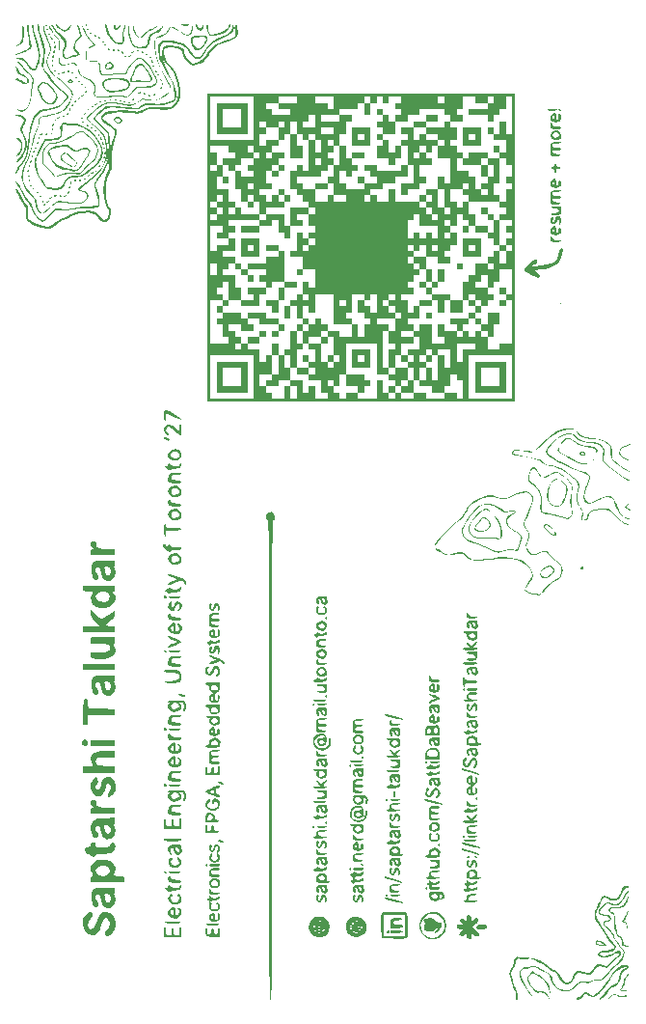
<source format=gbr>
%TF.GenerationSoftware,KiCad,Pcbnew,8.0.5*%
%TF.CreationDate,2025-05-11T18:39:50-04:00*%
%TF.ProjectId,Business_Card,42757369-6e65-4737-935f-436172642e6b,rev?*%
%TF.SameCoordinates,Original*%
%TF.FileFunction,Legend,Top*%
%TF.FilePolarity,Positive*%
%FSLAX46Y46*%
G04 Gerber Fmt 4.6, Leading zero omitted, Abs format (unit mm)*
G04 Created by KiCad (PCBNEW 8.0.5) date 2025-05-11 18:39:50*
%MOMM*%
%LPD*%
G01*
G04 APERTURE LIST*
%ADD10C,0.000000*%
G04 APERTURE END LIST*
D10*
%TO.C,G\u002A\u002A\u002A*%
G36*
X155010638Y-52500000D02*
G01*
X155010638Y-66010638D01*
X152848936Y-66010638D01*
X149876596Y-66010638D01*
X141500000Y-66010638D01*
X139608510Y-66010638D01*
X133663830Y-66010638D01*
X130151064Y-66010638D01*
X127989362Y-66010638D01*
X127989362Y-63848936D01*
X128259574Y-63848936D01*
X128259574Y-65740426D01*
X130151064Y-65740426D01*
X132042553Y-65740426D01*
X132042553Y-63848936D01*
X132042553Y-61957447D01*
X130151064Y-61957447D01*
X128259574Y-61957447D01*
X128259574Y-63848936D01*
X127989362Y-63848936D01*
X127989362Y-53851064D01*
X128259574Y-53851064D01*
X128259574Y-54391490D01*
X128259574Y-54931915D01*
X128529787Y-54931915D01*
X128800000Y-54931915D01*
X128800000Y-54391490D01*
X128800000Y-53851064D01*
X128529787Y-53851064D01*
X128259574Y-53851064D01*
X127989362Y-53851064D01*
X127989362Y-52500000D01*
X127989362Y-48446809D01*
X128259574Y-48446809D01*
X128259574Y-48717021D01*
X128259574Y-48987234D01*
X128529787Y-48987234D01*
X128800000Y-48987234D01*
X128800000Y-49257447D01*
X128800000Y-49527660D01*
X128529787Y-49527660D01*
X128259574Y-49527660D01*
X128259574Y-49797873D01*
X128259574Y-50068085D01*
X128529787Y-50068085D01*
X128800000Y-50068085D01*
X128800000Y-49797873D01*
X128800000Y-49527660D01*
X129070213Y-49527660D01*
X129340425Y-49527660D01*
X129340425Y-49257447D01*
X129340425Y-48987234D01*
X129070213Y-48987234D01*
X128800000Y-48987234D01*
X128800000Y-48717021D01*
X128800000Y-48446809D01*
X129070213Y-48446809D01*
X129340425Y-48446809D01*
X129340425Y-48176596D01*
X129340425Y-47906383D01*
X129070213Y-47906383D01*
X128800000Y-47906383D01*
X128800000Y-48176596D01*
X128800000Y-48446809D01*
X128529787Y-48446809D01*
X128259574Y-48446809D01*
X127989362Y-48446809D01*
X127989362Y-43582979D01*
X128259574Y-43582979D01*
X128259574Y-43853192D01*
X128259574Y-44123404D01*
X128529787Y-44123404D01*
X128800000Y-44123404D01*
X128800000Y-44663830D01*
X128800000Y-45204256D01*
X128529787Y-45204256D01*
X128259574Y-45204256D01*
X128259574Y-45474468D01*
X128259574Y-45744681D01*
X128529787Y-45744681D01*
X128800000Y-45744681D01*
X128800000Y-45474468D01*
X128800000Y-45204256D01*
X129070213Y-45204256D01*
X129340425Y-45204256D01*
X129340425Y-45744681D01*
X129340425Y-46285107D01*
X129070213Y-46285107D01*
X128800000Y-46285107D01*
X128800000Y-46825532D01*
X128800000Y-47365958D01*
X129340425Y-47365958D01*
X129880851Y-47365958D01*
X129880851Y-47906383D01*
X129880851Y-48446809D01*
X130151064Y-48446809D01*
X130421276Y-48446809D01*
X130421276Y-48717021D01*
X130421276Y-48987234D01*
X130151064Y-48987234D01*
X129880851Y-48987234D01*
X129880851Y-49257447D01*
X129880851Y-49527660D01*
X130151064Y-49527660D01*
X130421276Y-49527660D01*
X130421276Y-49257447D01*
X130421276Y-48987234D01*
X130691489Y-48987234D01*
X130961702Y-48987234D01*
X130961702Y-49257447D01*
X130961702Y-49527660D01*
X131772340Y-49527660D01*
X132582979Y-49527660D01*
X132582979Y-49797873D01*
X132582979Y-50068085D01*
X131231915Y-50068085D01*
X129880851Y-50068085D01*
X129880851Y-50338298D01*
X129880851Y-50608511D01*
X130151064Y-50608511D01*
X130421276Y-50608511D01*
X130421276Y-50878724D01*
X130421276Y-51148936D01*
X130151064Y-51148936D01*
X129880851Y-51148936D01*
X129880851Y-51419149D01*
X129880851Y-51689362D01*
X129340425Y-51689362D01*
X128800000Y-51689362D01*
X128800000Y-51419149D01*
X128800000Y-51148936D01*
X129070213Y-51148936D01*
X129340425Y-51148936D01*
X129340425Y-50878724D01*
X129340425Y-50608511D01*
X128800000Y-50608511D01*
X128529787Y-50608511D01*
X128259574Y-50608511D01*
X128259574Y-51689362D01*
X128259574Y-52770213D01*
X128529787Y-52770213D01*
X128800000Y-52770213D01*
X128800000Y-52500000D01*
X128800000Y-52229787D01*
X129340425Y-52229787D01*
X129880851Y-52229787D01*
X129880851Y-51959575D01*
X129880851Y-51689362D01*
X130151064Y-51689362D01*
X130421276Y-51689362D01*
X130421276Y-52229787D01*
X130421276Y-52770213D01*
X129880851Y-52770213D01*
X129340425Y-52770213D01*
X129340425Y-53040426D01*
X129340425Y-53310638D01*
X129880851Y-53310638D01*
X130421276Y-53310638D01*
X130421276Y-53580851D01*
X130421276Y-53851064D01*
X130151064Y-53851064D01*
X129880851Y-53851064D01*
X129880851Y-54121277D01*
X129880851Y-54391490D01*
X129610638Y-54391490D01*
X129340425Y-54391490D01*
X129340425Y-54661702D01*
X129340425Y-54931915D01*
X129880851Y-54931915D01*
X130421276Y-54931915D01*
X130421276Y-55472341D01*
X130421276Y-56012766D01*
X130691489Y-56012766D01*
X130961702Y-56012766D01*
X130961702Y-56553192D01*
X130961702Y-57093617D01*
X130421276Y-57093617D01*
X129880851Y-57093617D01*
X129880851Y-56282979D01*
X129880851Y-55472341D01*
X129610638Y-55472341D01*
X129340425Y-55472341D01*
X129340425Y-55742553D01*
X129340425Y-56012766D01*
X129070213Y-56012766D01*
X128800000Y-56012766D01*
X128800000Y-56282979D01*
X128800000Y-56553192D01*
X129070213Y-56553192D01*
X129340425Y-56553192D01*
X129340425Y-56823404D01*
X129340425Y-57093617D01*
X128800000Y-57093617D01*
X128529787Y-57093617D01*
X128259574Y-57093617D01*
X128259574Y-58985107D01*
X128259574Y-60876596D01*
X129070213Y-60876596D01*
X129880851Y-60876596D01*
X129880851Y-60606383D01*
X129880851Y-60336170D01*
X129610638Y-60336170D01*
X129340425Y-60336170D01*
X129340425Y-59795745D01*
X129340425Y-59255319D01*
X129070213Y-59255319D01*
X128800000Y-59255319D01*
X128800000Y-58985107D01*
X128800000Y-58714894D01*
X129070213Y-58714894D01*
X129340425Y-58714894D01*
X129340425Y-58444681D01*
X129340425Y-58174468D01*
X130151064Y-58174468D01*
X130961702Y-58174468D01*
X130961702Y-58444681D01*
X130961702Y-58714894D01*
X131231915Y-58714894D01*
X131502127Y-58714894D01*
X131502127Y-58985107D01*
X131502127Y-59255319D01*
X131772340Y-59255319D01*
X132042553Y-59255319D01*
X132042553Y-59525532D01*
X132042553Y-59795745D01*
X131502127Y-59795745D01*
X130961702Y-59795745D01*
X130961702Y-59525532D01*
X130961702Y-59255319D01*
X130421276Y-59255319D01*
X129880851Y-59255319D01*
X129880851Y-59525532D01*
X129880851Y-59795745D01*
X130151064Y-59795745D01*
X130421276Y-59795745D01*
X130421276Y-60065958D01*
X130421276Y-60336170D01*
X130691489Y-60336170D01*
X130961702Y-60336170D01*
X130961702Y-60606383D01*
X130961702Y-60876596D01*
X130691489Y-60876596D01*
X130421276Y-60876596D01*
X130421276Y-61146809D01*
X130421276Y-61417021D01*
X130691489Y-61417021D01*
X130961702Y-61417021D01*
X130961702Y-61146809D01*
X130961702Y-60876596D01*
X131231915Y-60876596D01*
X131502127Y-60876596D01*
X131502127Y-61146809D01*
X131502127Y-61417021D01*
X132042553Y-61417021D01*
X132582979Y-61417021D01*
X132582979Y-61957447D01*
X132582979Y-62497873D01*
X132853191Y-62497873D01*
X133123404Y-62497873D01*
X133123404Y-62227660D01*
X133123404Y-61957447D01*
X133393617Y-61957447D01*
X133663830Y-61957447D01*
X133663830Y-62768085D01*
X133663830Y-63578724D01*
X133123404Y-63578724D01*
X132582979Y-63578724D01*
X132582979Y-64119149D01*
X132582979Y-64659575D01*
X132853191Y-64659575D01*
X133123404Y-64659575D01*
X133123404Y-64929787D01*
X133123404Y-65200000D01*
X133393617Y-65200000D01*
X133663830Y-65200000D01*
X133663830Y-65470213D01*
X133663830Y-65740426D01*
X134204255Y-65740426D01*
X134744681Y-65740426D01*
X134744681Y-65200000D01*
X134744681Y-64659575D01*
X135014893Y-64659575D01*
X135285106Y-64659575D01*
X135285106Y-65200000D01*
X135285106Y-65740426D01*
X135555319Y-65740426D01*
X135825532Y-65740426D01*
X135825532Y-65200000D01*
X135825532Y-64659575D01*
X135555319Y-64659575D01*
X135285106Y-64659575D01*
X135285106Y-64389362D01*
X135285106Y-64119149D01*
X135825532Y-64119149D01*
X136365957Y-64119149D01*
X136365957Y-64659575D01*
X136365957Y-65200000D01*
X136636170Y-65200000D01*
X136906383Y-65200000D01*
X136906383Y-64929787D01*
X136906383Y-64659575D01*
X137176596Y-64659575D01*
X137446808Y-64659575D01*
X137446808Y-65200000D01*
X137446808Y-65740426D01*
X137987234Y-65740426D01*
X138527659Y-65740426D01*
X138527659Y-65470213D01*
X138527659Y-65200000D01*
X138257447Y-65200000D01*
X137987234Y-65200000D01*
X137987234Y-64659575D01*
X137987234Y-64119149D01*
X138527659Y-64119149D01*
X138527659Y-64389362D01*
X138527659Y-64659575D01*
X138797872Y-64659575D01*
X139068085Y-64659575D01*
X139068085Y-64929787D01*
X139068085Y-65200000D01*
X139338298Y-65200000D01*
X139608510Y-65200000D01*
X139608510Y-65470213D01*
X139608510Y-65740426D01*
X139878723Y-65740426D01*
X140148936Y-65740426D01*
X140148936Y-65470213D01*
X140148936Y-65200000D01*
X140689362Y-65200000D01*
X141229787Y-65200000D01*
X141229787Y-65470213D01*
X141229787Y-65740426D01*
X142040425Y-65740426D01*
X142851064Y-65740426D01*
X142851064Y-64929787D01*
X142851064Y-64119149D01*
X143121276Y-64119149D01*
X143391489Y-64119149D01*
X143391489Y-64659575D01*
X143391489Y-65200000D01*
X143661702Y-65200000D01*
X143931915Y-65200000D01*
X143931915Y-65470213D01*
X143931915Y-65740426D01*
X144202127Y-65740426D01*
X144472340Y-65740426D01*
X144472340Y-65470213D01*
X144472340Y-65200000D01*
X144742553Y-65200000D01*
X145012766Y-65200000D01*
X145012766Y-65470213D01*
X145012766Y-65740426D01*
X145553191Y-65740426D01*
X146093617Y-65740426D01*
X146093617Y-65470213D01*
X146093617Y-65200000D01*
X146634042Y-65200000D01*
X147174468Y-65200000D01*
X147174468Y-65470213D01*
X147174468Y-65740426D01*
X147985106Y-65740426D01*
X148795744Y-65740426D01*
X148795744Y-65470213D01*
X148795744Y-65200000D01*
X149336170Y-65200000D01*
X149876596Y-65200000D01*
X149876596Y-65470213D01*
X149876596Y-65740426D01*
X150146808Y-65740426D01*
X150417021Y-65740426D01*
X150417021Y-64929787D01*
X150417021Y-64119149D01*
X150146808Y-64119149D01*
X149876596Y-64119149D01*
X149876596Y-63848936D01*
X150957447Y-63848936D01*
X150957447Y-65740426D01*
X152848936Y-65740426D01*
X154740425Y-65740426D01*
X154740425Y-63848936D01*
X154740425Y-61957447D01*
X152848936Y-61957447D01*
X150957447Y-61957447D01*
X150957447Y-63848936D01*
X149876596Y-63848936D01*
X149876596Y-63578724D01*
X149606383Y-63578724D01*
X149336170Y-63578724D01*
X149336170Y-64119149D01*
X149336170Y-64659575D01*
X149065957Y-64659575D01*
X148795744Y-64659575D01*
X148795744Y-64929787D01*
X148795744Y-65200000D01*
X148255319Y-65200000D01*
X147714893Y-65200000D01*
X147714893Y-64929787D01*
X147714893Y-64659575D01*
X147174468Y-64659575D01*
X146904255Y-64659575D01*
X146634042Y-64659575D01*
X146634042Y-64389362D01*
X146634042Y-64119149D01*
X146904255Y-64119149D01*
X147174468Y-64119149D01*
X147174468Y-63578724D01*
X147174468Y-63038298D01*
X147444681Y-63038298D01*
X147714893Y-63038298D01*
X147714893Y-63578724D01*
X147714893Y-64119149D01*
X147985106Y-64119149D01*
X148255319Y-64119149D01*
X148255319Y-63038298D01*
X148255319Y-61957447D01*
X148525532Y-61957447D01*
X148795744Y-61957447D01*
X148795744Y-62497873D01*
X148795744Y-63038298D01*
X149065957Y-63038298D01*
X149336170Y-63038298D01*
X149336170Y-62227660D01*
X149336170Y-61687234D01*
X149876596Y-61687234D01*
X149876596Y-62497873D01*
X150146808Y-62497873D01*
X150417021Y-62497873D01*
X150417021Y-61957447D01*
X150417021Y-61417021D01*
X150957447Y-61417021D01*
X151497872Y-61417021D01*
X151497872Y-61146809D01*
X151497872Y-60876596D01*
X150687234Y-60876596D01*
X149876596Y-60876596D01*
X149876596Y-61687234D01*
X149336170Y-61687234D01*
X149336170Y-61417021D01*
X148795744Y-61417021D01*
X148255319Y-61417021D01*
X148255319Y-61687234D01*
X148255319Y-61957447D01*
X147985106Y-61957447D01*
X147714893Y-61957447D01*
X147714893Y-61687234D01*
X147714893Y-61417021D01*
X147444681Y-61417021D01*
X147174468Y-61417021D01*
X147174468Y-61687234D01*
X147174468Y-61957447D01*
X146904255Y-61957447D01*
X146634042Y-61957447D01*
X146634042Y-62227660D01*
X146634042Y-62497873D01*
X146904255Y-62497873D01*
X147174468Y-62497873D01*
X147174468Y-62768085D01*
X147174468Y-63038298D01*
X146904255Y-63038298D01*
X146634042Y-63038298D01*
X146634042Y-63578724D01*
X146634042Y-64119149D01*
X146363830Y-64119149D01*
X146093617Y-64119149D01*
X146093617Y-63578724D01*
X146093617Y-63038298D01*
X145823404Y-63038298D01*
X145553191Y-63038298D01*
X145553191Y-62768085D01*
X145553191Y-62497873D01*
X145823404Y-62497873D01*
X146093617Y-62497873D01*
X146093617Y-62227660D01*
X146093617Y-61957447D01*
X145823404Y-61957447D01*
X145553191Y-61957447D01*
X145553191Y-61687234D01*
X145553191Y-61417021D01*
X146093617Y-61417021D01*
X146634042Y-61417021D01*
X146634042Y-60876596D01*
X146634042Y-60336170D01*
X146363830Y-60336170D01*
X146093617Y-60336170D01*
X146093617Y-60606383D01*
X146093617Y-60876596D01*
X145553191Y-60876596D01*
X145012766Y-60876596D01*
X145012766Y-61417021D01*
X145012766Y-61957447D01*
X144742553Y-61957447D01*
X144472340Y-61957447D01*
X144472340Y-62497873D01*
X144472340Y-63038298D01*
X144202127Y-63038298D01*
X143931915Y-63038298D01*
X143931915Y-62227660D01*
X143931915Y-61417021D01*
X144202127Y-61417021D01*
X144472340Y-61417021D01*
X144472340Y-61146809D01*
X144472340Y-60876596D01*
X144202127Y-60876596D01*
X143931915Y-60876596D01*
X143931915Y-60336170D01*
X143931915Y-59795745D01*
X144202127Y-59795745D01*
X144472340Y-59795745D01*
X144472340Y-59255319D01*
X144472340Y-58714894D01*
X144742553Y-58714894D01*
X145012766Y-58714894D01*
X145012766Y-58444681D01*
X145012766Y-58174468D01*
X144742553Y-58174468D01*
X144472340Y-58174468D01*
X144472340Y-58444681D01*
X144472340Y-58714894D01*
X143661702Y-58714894D01*
X142851064Y-58714894D01*
X142851064Y-58985107D01*
X142851064Y-59255319D01*
X143391489Y-59255319D01*
X143931915Y-59255319D01*
X143931915Y-59525532D01*
X143931915Y-59795745D01*
X143661702Y-59795745D01*
X143391489Y-59795745D01*
X143391489Y-61417021D01*
X143391489Y-63038298D01*
X143661702Y-63038298D01*
X143931915Y-63038298D01*
X143931915Y-63308511D01*
X143931915Y-63578724D01*
X143391489Y-63578724D01*
X142851064Y-63578724D01*
X142851064Y-62227660D01*
X142851064Y-60876596D01*
X141500000Y-60876596D01*
X140148936Y-60876596D01*
X140148936Y-62227660D01*
X140148936Y-63578724D01*
X139878723Y-63578724D01*
X139608510Y-63578724D01*
X139608510Y-64119149D01*
X139608510Y-64659575D01*
X139338298Y-64659575D01*
X139068085Y-64659575D01*
X139068085Y-64389362D01*
X139068085Y-64119149D01*
X138797872Y-64119149D01*
X138527659Y-64119149D01*
X137987234Y-64119149D01*
X137446808Y-64119149D01*
X136906383Y-64119149D01*
X136906383Y-63848936D01*
X136906383Y-63578724D01*
X137176596Y-63578724D01*
X137446808Y-63578724D01*
X137446808Y-63308511D01*
X137446808Y-63038298D01*
X137176596Y-63038298D01*
X136906383Y-63038298D01*
X136906383Y-62768085D01*
X136906383Y-62497873D01*
X137176596Y-62497873D01*
X137446808Y-62497873D01*
X137446808Y-61957447D01*
X137446808Y-61417021D01*
X137176596Y-61417021D01*
X136906383Y-61417021D01*
X136906383Y-61146809D01*
X136906383Y-60876596D01*
X137446808Y-60876596D01*
X137987234Y-60876596D01*
X137987234Y-61687234D01*
X137987234Y-62497873D01*
X138257447Y-62497873D01*
X138527659Y-62497873D01*
X138527659Y-62768085D01*
X138527659Y-63038298D01*
X138797872Y-63038298D01*
X139068085Y-63038298D01*
X139068085Y-62768085D01*
X139068085Y-62497873D01*
X139338298Y-62497873D01*
X139608510Y-62497873D01*
X139608510Y-62227660D01*
X139608510Y-61957447D01*
X139338298Y-61957447D01*
X139068085Y-61957447D01*
X139068085Y-61146809D01*
X139068085Y-60336170D01*
X138797872Y-60336170D01*
X138527659Y-60336170D01*
X138527659Y-60065958D01*
X138527659Y-59795745D01*
X139068085Y-59795745D01*
X139608510Y-59795745D01*
X139608510Y-60065958D01*
X139608510Y-60336170D01*
X140148936Y-60336170D01*
X140689362Y-60336170D01*
X140689362Y-59795745D01*
X140689362Y-59255319D01*
X140959574Y-59255319D01*
X141229787Y-59255319D01*
X141229787Y-59795745D01*
X141229787Y-60336170D01*
X141500000Y-60336170D01*
X141770213Y-60336170D01*
X141770213Y-59795745D01*
X141770213Y-59255319D01*
X142040425Y-59255319D01*
X142310638Y-59255319D01*
X142310638Y-58985107D01*
X142310638Y-58714894D01*
X142040425Y-58714894D01*
X141770213Y-58714894D01*
X141770213Y-58444681D01*
X141770213Y-58174468D01*
X141500000Y-58174468D01*
X141229787Y-58174468D01*
X141229787Y-57634043D01*
X141229787Y-57093617D01*
X141500000Y-57093617D01*
X141770213Y-57093617D01*
X141770213Y-57363830D01*
X141770213Y-57634043D01*
X142040425Y-57634043D01*
X142310638Y-57634043D01*
X142310638Y-57904256D01*
X142310638Y-58174468D01*
X142580851Y-58174468D01*
X142851064Y-58174468D01*
X142851064Y-57363830D01*
X142851064Y-57093617D01*
X143391489Y-57093617D01*
X143391489Y-57363830D01*
X143391489Y-57634043D01*
X143661702Y-57634043D01*
X143931915Y-57634043D01*
X143931915Y-57904256D01*
X143931915Y-58174468D01*
X144202127Y-58174468D01*
X144472340Y-58174468D01*
X144472340Y-57904256D01*
X144472340Y-57634043D01*
X144202127Y-57634043D01*
X143931915Y-57634043D01*
X143931915Y-57363830D01*
X143931915Y-57093617D01*
X144202127Y-57093617D01*
X144472340Y-57093617D01*
X144472340Y-56823404D01*
X144472340Y-56553192D01*
X144202127Y-56553192D01*
X143931915Y-56553192D01*
X143931915Y-56823404D01*
X143931915Y-57093617D01*
X143661702Y-57093617D01*
X143391489Y-57093617D01*
X142851064Y-57093617D01*
X142851064Y-56553192D01*
X142580851Y-56553192D01*
X142310638Y-56553192D01*
X142310638Y-56823404D01*
X142310638Y-57093617D01*
X142040425Y-57093617D01*
X141770213Y-57093617D01*
X141770213Y-56823404D01*
X141770213Y-56553192D01*
X141229787Y-56553192D01*
X140689362Y-56553192D01*
X140689362Y-57363830D01*
X140689362Y-58174468D01*
X140419149Y-58174468D01*
X140148936Y-58174468D01*
X140148936Y-58444681D01*
X140148936Y-58714894D01*
X140419149Y-58714894D01*
X140689362Y-58714894D01*
X140689362Y-58985107D01*
X140689362Y-59255319D01*
X139878723Y-59255319D01*
X139068085Y-59255319D01*
X139068085Y-57904256D01*
X139068085Y-57363830D01*
X139608510Y-57363830D01*
X139608510Y-57634043D01*
X139878723Y-57634043D01*
X140148936Y-57634043D01*
X140148936Y-57363830D01*
X140148936Y-57093617D01*
X139878723Y-57093617D01*
X139608510Y-57093617D01*
X139608510Y-57363830D01*
X139068085Y-57363830D01*
X139068085Y-56553192D01*
X138257447Y-56553192D01*
X137446808Y-56553192D01*
X137446808Y-57363830D01*
X137446808Y-58174468D01*
X137176596Y-58174468D01*
X136906383Y-58174468D01*
X136906383Y-57904256D01*
X136906383Y-57634043D01*
X136636170Y-57634043D01*
X136365957Y-57634043D01*
X136365957Y-58174468D01*
X136365957Y-58714894D01*
X136095744Y-58714894D01*
X135825532Y-58714894D01*
X135825532Y-58174468D01*
X135825532Y-57634043D01*
X135555319Y-57634043D01*
X135285106Y-57634043D01*
X135285106Y-57363830D01*
X135285106Y-57093617D01*
X135555319Y-57093617D01*
X135825532Y-57093617D01*
X135825532Y-56823404D01*
X135825532Y-56553192D01*
X136095744Y-56553192D01*
X136365957Y-56553192D01*
X136365957Y-56823404D01*
X136365957Y-57093617D01*
X136636170Y-57093617D01*
X136906383Y-57093617D01*
X136906383Y-56823404D01*
X136906383Y-56553192D01*
X136636170Y-56553192D01*
X136365957Y-56553192D01*
X136365957Y-56012766D01*
X136365957Y-55472341D01*
X136636170Y-55472341D01*
X136906383Y-55472341D01*
X136906383Y-55742553D01*
X136906383Y-56012766D01*
X137176596Y-56012766D01*
X137446808Y-56012766D01*
X137446808Y-55202128D01*
X137446808Y-54391490D01*
X136906383Y-54391490D01*
X136365957Y-54391490D01*
X136365957Y-53851064D01*
X136365957Y-53310638D01*
X135825532Y-53310638D01*
X135285106Y-53310638D01*
X135285106Y-53040426D01*
X135285106Y-52770213D01*
X135555319Y-52770213D01*
X135825532Y-52770213D01*
X135825532Y-52229787D01*
X136365957Y-52229787D01*
X136365957Y-52500000D01*
X136365957Y-52770213D01*
X136636170Y-52770213D01*
X136906383Y-52770213D01*
X136906383Y-52500000D01*
X136906383Y-52229787D01*
X137176596Y-52229787D01*
X137446808Y-52229787D01*
X137446808Y-51959575D01*
X137446808Y-51689362D01*
X137176596Y-51689362D01*
X136906383Y-51689362D01*
X136906383Y-51959575D01*
X136906383Y-52229787D01*
X136636170Y-52229787D01*
X136365957Y-52229787D01*
X135825532Y-52229787D01*
X135825532Y-51959575D01*
X135825532Y-51148936D01*
X136095744Y-51148936D01*
X136365957Y-51148936D01*
X136365957Y-51419149D01*
X136365957Y-51689362D01*
X136636170Y-51689362D01*
X136906383Y-51689362D01*
X136906383Y-51419149D01*
X136906383Y-51148936D01*
X137176596Y-51148936D01*
X137446808Y-51148936D01*
X137446808Y-50878724D01*
X137446808Y-50608511D01*
X137176596Y-50608511D01*
X136906383Y-50608511D01*
X136906383Y-50068085D01*
X145553191Y-50068085D01*
X145553191Y-50878724D01*
X145553191Y-51689362D01*
X145823404Y-51689362D01*
X146093617Y-51689362D01*
X146093617Y-51419149D01*
X146093617Y-51148936D01*
X146363830Y-51148936D01*
X146634042Y-51148936D01*
X146634042Y-51419149D01*
X146634042Y-51689362D01*
X146904255Y-51689362D01*
X147174468Y-51689362D01*
X147174468Y-51419149D01*
X147174468Y-51148936D01*
X147444681Y-51148936D01*
X147714893Y-51148936D01*
X147714893Y-51419149D01*
X147714893Y-51689362D01*
X147985106Y-51689362D01*
X148255319Y-51689362D01*
X148255319Y-51148936D01*
X148255319Y-50608511D01*
X147444681Y-50608511D01*
X146634042Y-50608511D01*
X146634042Y-50068085D01*
X146634042Y-49797873D01*
X147714893Y-49797873D01*
X147714893Y-50068085D01*
X147985106Y-50068085D01*
X148255319Y-50068085D01*
X148255319Y-49797873D01*
X148255319Y-49527660D01*
X147985106Y-49527660D01*
X147714893Y-49527660D01*
X147714893Y-49797873D01*
X146634042Y-49797873D01*
X146634042Y-49527660D01*
X146363830Y-49527660D01*
X146093617Y-49527660D01*
X146093617Y-49797873D01*
X146093617Y-50068085D01*
X145823404Y-50068085D01*
X145553191Y-50068085D01*
X136906383Y-50068085D01*
X136906383Y-49527660D01*
X137176596Y-49527660D01*
X137446808Y-49527660D01*
X137446808Y-49257447D01*
X147174468Y-49257447D01*
X147174468Y-49527660D01*
X147444681Y-49527660D01*
X147714893Y-49527660D01*
X147714893Y-49257447D01*
X148795744Y-49257447D01*
X148795744Y-49527660D01*
X149065957Y-49527660D01*
X149336170Y-49527660D01*
X149336170Y-49257447D01*
X149336170Y-48987234D01*
X149065957Y-48987234D01*
X148795744Y-48987234D01*
X148795744Y-49257447D01*
X147714893Y-49257447D01*
X147714893Y-48987234D01*
X147444681Y-48987234D01*
X147174468Y-48987234D01*
X147174468Y-49257447D01*
X137446808Y-49257447D01*
X137446808Y-48987234D01*
X137176596Y-48987234D01*
X136906383Y-48987234D01*
X136906383Y-48717021D01*
X136906383Y-48446809D01*
X136636170Y-48446809D01*
X136365957Y-48446809D01*
X136365957Y-48176596D01*
X136365957Y-47906383D01*
X136095744Y-47906383D01*
X135825532Y-47906383D01*
X135825532Y-47636170D01*
X135825532Y-47365958D01*
X135555319Y-47365958D01*
X135285106Y-47365958D01*
X135285106Y-46555319D01*
X135285106Y-46285107D01*
X135825532Y-46285107D01*
X135825532Y-46555319D01*
X135825532Y-46825532D01*
X136095744Y-46825532D01*
X136365957Y-46825532D01*
X136365957Y-47095745D01*
X136365957Y-47365958D01*
X136906383Y-47365958D01*
X137446808Y-47365958D01*
X137446808Y-47906383D01*
X137446808Y-48446809D01*
X137987234Y-48446809D01*
X138527659Y-48446809D01*
X138527659Y-48176596D01*
X138527659Y-47906383D01*
X138797872Y-47906383D01*
X139068085Y-47906383D01*
X139068085Y-48176596D01*
X139068085Y-48446809D01*
X139608510Y-48446809D01*
X140148936Y-48446809D01*
X140148936Y-48176596D01*
X140148936Y-47906383D01*
X139608510Y-47906383D01*
X139068085Y-47906383D01*
X139068085Y-47365958D01*
X139068085Y-46825532D01*
X138797872Y-46825532D01*
X138527659Y-46825532D01*
X138527659Y-46555319D01*
X138527659Y-46285107D01*
X138797872Y-46285107D01*
X139068085Y-46285107D01*
X139068085Y-45744681D01*
X139068085Y-45204256D01*
X139338298Y-45204256D01*
X139608510Y-45204256D01*
X139608510Y-44393617D01*
X139608510Y-43582979D01*
X139878723Y-43582979D01*
X140148936Y-43582979D01*
X140148936Y-44123404D01*
X140148936Y-44663830D01*
X140419149Y-44663830D01*
X140689362Y-44663830D01*
X140689362Y-44934043D01*
X140689362Y-45204256D01*
X140959574Y-45204256D01*
X141229787Y-45204256D01*
X141229787Y-45474468D01*
X141229787Y-45744681D01*
X140959574Y-45744681D01*
X140689362Y-45744681D01*
X140689362Y-46014894D01*
X140689362Y-46285107D01*
X140419149Y-46285107D01*
X140148936Y-46285107D01*
X140148936Y-46014894D01*
X140148936Y-45744681D01*
X139878723Y-45744681D01*
X139608510Y-45744681D01*
X139608510Y-46285107D01*
X139608510Y-46825532D01*
X139878723Y-46825532D01*
X140148936Y-46825532D01*
X140148936Y-47095745D01*
X140148936Y-47365958D01*
X140959574Y-47365958D01*
X141770213Y-47365958D01*
X141770213Y-47095745D01*
X141770213Y-46825532D01*
X142310638Y-46825532D01*
X142851064Y-46825532D01*
X142851064Y-46555319D01*
X142851064Y-46285107D01*
X142580851Y-46285107D01*
X142310638Y-46285107D01*
X142310638Y-46014894D01*
X142310638Y-45744681D01*
X142040425Y-45744681D01*
X141770213Y-45744681D01*
X141770213Y-45474468D01*
X141770213Y-45204256D01*
X142310638Y-45204256D01*
X142851064Y-45204256D01*
X142851064Y-45474468D01*
X142851064Y-45744681D01*
X143931915Y-45744681D01*
X145012766Y-45744681D01*
X145012766Y-45474468D01*
X145012766Y-45204256D01*
X145282979Y-45204256D01*
X145553191Y-45204256D01*
X145553191Y-45744681D01*
X145553191Y-46285107D01*
X145012766Y-46285107D01*
X144472340Y-46285107D01*
X144472340Y-46555319D01*
X144472340Y-46825532D01*
X143931915Y-46825532D01*
X143391489Y-46825532D01*
X143391489Y-47095745D01*
X143391489Y-47365958D01*
X142851064Y-47365958D01*
X142310638Y-47365958D01*
X142310638Y-47636170D01*
X142310638Y-47906383D01*
X142040425Y-47906383D01*
X141770213Y-47906383D01*
X141770213Y-48176596D01*
X141770213Y-48446809D01*
X142040425Y-48446809D01*
X142310638Y-48446809D01*
X142310638Y-48176596D01*
X142310638Y-47906383D01*
X142580851Y-47906383D01*
X142851064Y-47906383D01*
X142851064Y-48176596D01*
X142851064Y-48446809D01*
X143391489Y-48446809D01*
X143931915Y-48446809D01*
X143931915Y-47906383D01*
X143931915Y-47365958D01*
X144202127Y-47365958D01*
X144472340Y-47365958D01*
X144472340Y-47906383D01*
X144472340Y-48446809D01*
X145553191Y-48446809D01*
X146634042Y-48446809D01*
X146634042Y-48717021D01*
X146634042Y-48987234D01*
X146904255Y-48987234D01*
X147174468Y-48987234D01*
X147174468Y-48717021D01*
X147174468Y-48446809D01*
X147444681Y-48446809D01*
X147714893Y-48446809D01*
X147714893Y-48176596D01*
X147714893Y-47906383D01*
X147444681Y-47906383D01*
X147174468Y-47906383D01*
X147174468Y-47636170D01*
X147174468Y-47365958D01*
X147714893Y-47365958D01*
X148255319Y-47365958D01*
X148255319Y-48176596D01*
X148255319Y-48987234D01*
X148525532Y-48987234D01*
X148795744Y-48987234D01*
X148795744Y-48176596D01*
X148795744Y-47365958D01*
X148525532Y-47365958D01*
X148255319Y-47365958D01*
X148255319Y-46825532D01*
X148255319Y-46285107D01*
X148525532Y-46285107D01*
X148795744Y-46285107D01*
X148795744Y-46555319D01*
X148795744Y-46825532D01*
X149065957Y-46825532D01*
X149336170Y-46825532D01*
X149336170Y-45744681D01*
X149336170Y-44663830D01*
X148795744Y-44663830D01*
X148255319Y-44663830D01*
X148255319Y-44123404D01*
X148255319Y-43582979D01*
X148525532Y-43582979D01*
X148795744Y-43582979D01*
X148795744Y-43312766D01*
X148795744Y-43042553D01*
X148525532Y-43042553D01*
X148255319Y-43042553D01*
X148255319Y-42772341D01*
X148255319Y-42502128D01*
X147714893Y-42502128D01*
X147174468Y-42502128D01*
X147174468Y-42231915D01*
X147174468Y-41961702D01*
X147985106Y-41961702D01*
X148795744Y-41961702D01*
X148795744Y-41691490D01*
X148795744Y-41421277D01*
X149065957Y-41421277D01*
X149336170Y-41421277D01*
X149336170Y-41691490D01*
X149336170Y-41961702D01*
X149606383Y-41961702D01*
X149876596Y-41961702D01*
X149876596Y-42502128D01*
X149876596Y-43042553D01*
X149606383Y-43042553D01*
X149336170Y-43042553D01*
X149336170Y-43312766D01*
X149336170Y-43582979D01*
X149606383Y-43582979D01*
X149876596Y-43582979D01*
X149876596Y-43853192D01*
X149876596Y-44123404D01*
X150146808Y-44123404D01*
X150417021Y-44123404D01*
X150417021Y-44393617D01*
X150417021Y-44663830D01*
X150146808Y-44663830D01*
X149876596Y-44663830D01*
X149876596Y-45204256D01*
X149876596Y-45744681D01*
X150417021Y-45744681D01*
X150957447Y-45744681D01*
X150957447Y-46014894D01*
X150957447Y-46285107D01*
X151227659Y-46285107D01*
X151497872Y-46285107D01*
X151497872Y-46825532D01*
X151497872Y-47365958D01*
X151768085Y-47365958D01*
X152038298Y-47365958D01*
X152038298Y-47095745D01*
X152038298Y-46825532D01*
X152308510Y-46825532D01*
X152578723Y-46825532D01*
X152578723Y-46555319D01*
X152578723Y-46285107D01*
X152848936Y-46285107D01*
X153119149Y-46285107D01*
X153119149Y-45744681D01*
X153119149Y-45204256D01*
X152848936Y-45204256D01*
X152578723Y-45204256D01*
X152578723Y-44934043D01*
X152578723Y-44663830D01*
X153119149Y-44663830D01*
X153659574Y-44663830D01*
X153659574Y-45744681D01*
X153659574Y-46825532D01*
X153389362Y-46825532D01*
X153119149Y-46825532D01*
X153119149Y-47365958D01*
X153119149Y-47906383D01*
X153389362Y-47906383D01*
X153659574Y-47906383D01*
X153659574Y-48176596D01*
X153659574Y-48446809D01*
X152308510Y-48446809D01*
X150957447Y-48446809D01*
X150957447Y-48176596D01*
X150957447Y-47906383D01*
X150687234Y-47906383D01*
X150417021Y-47906383D01*
X150417021Y-47636170D01*
X152038298Y-47636170D01*
X152038298Y-47906383D01*
X152308510Y-47906383D01*
X152578723Y-47906383D01*
X152578723Y-47636170D01*
X152578723Y-47365958D01*
X152308510Y-47365958D01*
X152038298Y-47365958D01*
X152038298Y-47636170D01*
X150417021Y-47636170D01*
X150417021Y-47365958D01*
X150687234Y-47365958D01*
X150957447Y-47365958D01*
X150957447Y-47095745D01*
X150957447Y-46825532D01*
X150687234Y-46825532D01*
X150417021Y-46825532D01*
X150417021Y-47095745D01*
X150417021Y-47365958D01*
X149876596Y-47365958D01*
X149336170Y-47365958D01*
X149336170Y-47906383D01*
X149336170Y-48446809D01*
X149606383Y-48446809D01*
X149876596Y-48446809D01*
X149876596Y-48717021D01*
X149876596Y-48987234D01*
X150146808Y-48987234D01*
X150417021Y-48987234D01*
X150417021Y-48717021D01*
X150417021Y-48446809D01*
X150687234Y-48446809D01*
X150957447Y-48446809D01*
X150957447Y-48987234D01*
X150957447Y-49527660D01*
X151227659Y-49527660D01*
X151497872Y-49527660D01*
X151497872Y-50068085D01*
X151497872Y-50608511D01*
X151227659Y-50608511D01*
X150957447Y-50608511D01*
X150957447Y-50338298D01*
X150957447Y-50068085D01*
X150687234Y-50068085D01*
X150417021Y-50068085D01*
X150417021Y-49797873D01*
X150417021Y-49527660D01*
X150146808Y-49527660D01*
X149876596Y-49527660D01*
X149876596Y-50068085D01*
X149876596Y-50608511D01*
X149606383Y-50608511D01*
X149336170Y-50608511D01*
X149336170Y-50338298D01*
X149336170Y-50068085D01*
X149065957Y-50068085D01*
X148795744Y-50068085D01*
X148795744Y-50338298D01*
X148795744Y-50608511D01*
X149065957Y-50608511D01*
X149336170Y-50608511D01*
X149336170Y-50878724D01*
X149336170Y-51148936D01*
X149065957Y-51148936D01*
X148795744Y-51148936D01*
X148795744Y-51419149D01*
X148795744Y-51689362D01*
X149065957Y-51689362D01*
X149336170Y-51689362D01*
X149336170Y-51419149D01*
X149336170Y-51148936D01*
X149606383Y-51148936D01*
X149876596Y-51148936D01*
X149876596Y-51689362D01*
X149876596Y-52229787D01*
X149606383Y-52229787D01*
X149336170Y-52229787D01*
X149336170Y-52500000D01*
X149336170Y-52770213D01*
X149065957Y-52770213D01*
X148795744Y-52770213D01*
X148795744Y-53040426D01*
X148795744Y-53310638D01*
X149065957Y-53310638D01*
X149336170Y-53310638D01*
X149336170Y-53580851D01*
X149336170Y-53851064D01*
X148795744Y-53851064D01*
X148255319Y-53851064D01*
X148255319Y-53580851D01*
X148255319Y-53310638D01*
X147985106Y-53310638D01*
X147714893Y-53310638D01*
X147174468Y-53310638D01*
X147174468Y-52770213D01*
X147174468Y-52500000D01*
X147714893Y-52500000D01*
X147714893Y-52770213D01*
X147985106Y-52770213D01*
X148255319Y-52770213D01*
X148255319Y-52500000D01*
X148255319Y-52229787D01*
X147985106Y-52229787D01*
X147714893Y-52229787D01*
X147714893Y-52500000D01*
X147174468Y-52500000D01*
X147174468Y-52229787D01*
X146904255Y-52229787D01*
X146634042Y-52229787D01*
X146634042Y-52500000D01*
X146634042Y-52770213D01*
X146363830Y-52770213D01*
X146093617Y-52770213D01*
X146093617Y-52500000D01*
X146093617Y-52229787D01*
X145823404Y-52229787D01*
X145553191Y-52229787D01*
X145553191Y-52500000D01*
X145553191Y-52770213D01*
X145823404Y-52770213D01*
X146093617Y-52770213D01*
X146093617Y-53040426D01*
X146093617Y-53310638D01*
X145823404Y-53310638D01*
X145553191Y-53310638D01*
X145553191Y-53580851D01*
X145553191Y-53851064D01*
X145823404Y-53851064D01*
X146093617Y-53851064D01*
X146093617Y-54121277D01*
X146093617Y-54391490D01*
X146363830Y-54391490D01*
X146634042Y-54391490D01*
X146634042Y-54661702D01*
X146634042Y-54931915D01*
X146363830Y-54931915D01*
X146093617Y-54931915D01*
X146093617Y-55202128D01*
X146093617Y-55472341D01*
X145823404Y-55472341D01*
X145553191Y-55472341D01*
X145553191Y-55742553D01*
X145553191Y-56012766D01*
X145823404Y-56012766D01*
X146093617Y-56012766D01*
X146093617Y-56282979D01*
X146093617Y-56553192D01*
X145553191Y-56553192D01*
X145012766Y-56553192D01*
X145012766Y-56823404D01*
X145012766Y-57093617D01*
X145282979Y-57093617D01*
X145553191Y-57093617D01*
X145553191Y-57634043D01*
X145553191Y-58174468D01*
X145823404Y-58174468D01*
X146093617Y-58174468D01*
X146093617Y-57904256D01*
X146093617Y-57634043D01*
X146363830Y-57634043D01*
X146634042Y-57634043D01*
X146634042Y-58174468D01*
X146634042Y-58714894D01*
X146093617Y-58714894D01*
X145553191Y-58714894D01*
X145553191Y-58985107D01*
X145553191Y-59255319D01*
X145823404Y-59255319D01*
X146093617Y-59255319D01*
X146093617Y-59525532D01*
X146093617Y-59795745D01*
X145553191Y-59795745D01*
X145012766Y-59795745D01*
X145012766Y-60065958D01*
X145012766Y-60336170D01*
X145553191Y-60336170D01*
X146093617Y-60336170D01*
X146093617Y-60065958D01*
X146093617Y-59795745D01*
X146363830Y-59795745D01*
X146634042Y-59795745D01*
X146634042Y-59525532D01*
X146634042Y-59255319D01*
X147174468Y-59255319D01*
X147714893Y-59255319D01*
X147714893Y-60065958D01*
X147714893Y-60876596D01*
X148255319Y-60876596D01*
X148795744Y-60876596D01*
X148795744Y-60606383D01*
X148795744Y-60336170D01*
X148525532Y-60336170D01*
X148255319Y-60336170D01*
X148255319Y-59795745D01*
X148255319Y-59255319D01*
X148525532Y-59255319D01*
X148795744Y-59255319D01*
X148795744Y-59525532D01*
X148795744Y-59795745D01*
X149336170Y-59795745D01*
X149876596Y-59795745D01*
X149876596Y-60065958D01*
X149876596Y-60336170D01*
X150146808Y-60336170D01*
X150417021Y-60336170D01*
X150417021Y-60065958D01*
X150417021Y-59795745D01*
X150687234Y-59795745D01*
X150957447Y-59795745D01*
X150957447Y-60065958D01*
X150957447Y-60336170D01*
X151227659Y-60336170D01*
X151497872Y-60336170D01*
X151497872Y-60065958D01*
X151497872Y-59795745D01*
X151768085Y-59795745D01*
X152038298Y-59795745D01*
X152038298Y-60065958D01*
X152038298Y-60336170D01*
X152308510Y-60336170D01*
X152578723Y-60336170D01*
X152578723Y-60876596D01*
X152578723Y-61417021D01*
X153119149Y-61417021D01*
X153659574Y-61417021D01*
X153659574Y-61146809D01*
X153659574Y-60876596D01*
X154200000Y-60876596D01*
X154740425Y-60876596D01*
X154740425Y-58985107D01*
X154740425Y-57093617D01*
X154470213Y-57093617D01*
X154200000Y-57093617D01*
X154200000Y-56823404D01*
X154200000Y-56553192D01*
X154470213Y-56553192D01*
X154740425Y-56553192D01*
X154740425Y-55472341D01*
X154740425Y-54391490D01*
X154200000Y-54391490D01*
X153659574Y-54391490D01*
X153659574Y-54931915D01*
X153659574Y-55472341D01*
X153389362Y-55472341D01*
X153119149Y-55472341D01*
X153119149Y-55742553D01*
X153119149Y-56012766D01*
X152848936Y-56012766D01*
X152578723Y-56012766D01*
X152578723Y-55472341D01*
X152578723Y-54931915D01*
X152308510Y-54931915D01*
X152038298Y-54931915D01*
X152038298Y-55202128D01*
X152038298Y-55472341D01*
X151768085Y-55472341D01*
X151497872Y-55472341D01*
X151497872Y-55742553D01*
X151497872Y-56012766D01*
X152038298Y-56012766D01*
X152578723Y-56012766D01*
X152578723Y-56282979D01*
X152578723Y-56553192D01*
X152848936Y-56553192D01*
X153119149Y-56553192D01*
X153119149Y-56823404D01*
X153119149Y-57093617D01*
X152848936Y-57093617D01*
X152578723Y-57093617D01*
X152578723Y-57363830D01*
X152578723Y-57634043D01*
X152308510Y-57634043D01*
X152038298Y-57634043D01*
X152038298Y-57363830D01*
X152038298Y-57093617D01*
X151768085Y-57093617D01*
X151497872Y-57093617D01*
X151497872Y-56823404D01*
X151497872Y-56553192D01*
X151227659Y-56553192D01*
X150957447Y-56553192D01*
X150957447Y-56823404D01*
X150957447Y-57093617D01*
X150687234Y-57093617D01*
X150417021Y-57093617D01*
X150417021Y-56282979D01*
X150417021Y-55472341D01*
X150687234Y-55472341D01*
X150957447Y-55472341D01*
X150957447Y-55202128D01*
X150957447Y-54931915D01*
X151227659Y-54931915D01*
X151497872Y-54931915D01*
X151497872Y-54391490D01*
X151497872Y-53851064D01*
X152038298Y-53851064D01*
X152578723Y-53851064D01*
X152578723Y-54121277D01*
X152578723Y-54391490D01*
X152848936Y-54391490D01*
X153119149Y-54391490D01*
X153119149Y-54121277D01*
X153119149Y-53851064D01*
X152848936Y-53851064D01*
X152578723Y-53851064D01*
X152578723Y-53580851D01*
X152578723Y-53310638D01*
X152848936Y-53310638D01*
X153119149Y-53310638D01*
X153119149Y-53040426D01*
X153119149Y-52770213D01*
X153389362Y-52770213D01*
X153659574Y-52770213D01*
X153659574Y-53310638D01*
X153659574Y-53851064D01*
X153929787Y-53851064D01*
X154200000Y-53851064D01*
X154200000Y-53310638D01*
X154200000Y-52770213D01*
X154470213Y-52770213D01*
X154740425Y-52770213D01*
X154740425Y-52500000D01*
X154740425Y-52229787D01*
X154470213Y-52229787D01*
X154200000Y-52229787D01*
X154200000Y-51959575D01*
X154200000Y-51689362D01*
X154470213Y-51689362D01*
X154740425Y-51689362D01*
X154740425Y-51419149D01*
X154740425Y-51148936D01*
X154470213Y-51148936D01*
X154200000Y-51148936D01*
X154200000Y-50878724D01*
X154200000Y-50608511D01*
X154470213Y-50608511D01*
X154740425Y-50608511D01*
X154740425Y-50338298D01*
X154740425Y-50068085D01*
X154200000Y-50068085D01*
X153659574Y-50068085D01*
X153659574Y-49797873D01*
X153659574Y-49527660D01*
X153929787Y-49527660D01*
X154200000Y-49527660D01*
X154200000Y-49257447D01*
X154200000Y-48987234D01*
X153929787Y-48987234D01*
X153659574Y-48987234D01*
X153659574Y-48717021D01*
X153659574Y-48446809D01*
X153929787Y-48446809D01*
X154200000Y-48446809D01*
X154200000Y-47906383D01*
X154200000Y-47365958D01*
X154470213Y-47365958D01*
X154740425Y-47365958D01*
X154740425Y-47095745D01*
X154740425Y-46825532D01*
X154470213Y-46825532D01*
X154200000Y-46825532D01*
X154200000Y-46555319D01*
X154200000Y-46285107D01*
X154470213Y-46285107D01*
X154740425Y-46285107D01*
X154740425Y-45744681D01*
X154740425Y-45204256D01*
X154470213Y-45204256D01*
X154200000Y-45204256D01*
X154200000Y-44934043D01*
X154200000Y-44663830D01*
X153929787Y-44663830D01*
X153659574Y-44663830D01*
X153659574Y-44393617D01*
X153659574Y-44123404D01*
X153929787Y-44123404D01*
X154200000Y-44123404D01*
X154200000Y-43582979D01*
X154200000Y-43042553D01*
X153659574Y-43042553D01*
X153119149Y-43042553D01*
X153119149Y-42772341D01*
X153119149Y-42502128D01*
X153389362Y-42502128D01*
X153659574Y-42502128D01*
X153659574Y-41961702D01*
X153659574Y-41421277D01*
X153929787Y-41421277D01*
X154200000Y-41421277D01*
X154200000Y-41961702D01*
X154200000Y-42502128D01*
X154470213Y-42502128D01*
X154740425Y-42502128D01*
X154740425Y-40880851D01*
X154740425Y-39259575D01*
X154470213Y-39259575D01*
X154200000Y-39259575D01*
X154200000Y-39800000D01*
X154200000Y-40340426D01*
X153929787Y-40340426D01*
X153659574Y-40340426D01*
X153659574Y-40610638D01*
X153659574Y-40880851D01*
X153389362Y-40880851D01*
X153119149Y-40880851D01*
X153119149Y-41151064D01*
X153119149Y-41421277D01*
X152848936Y-41421277D01*
X152578723Y-41421277D01*
X152578723Y-41151064D01*
X152578723Y-40880851D01*
X151768085Y-40880851D01*
X150957447Y-40880851D01*
X150957447Y-40610638D01*
X150957447Y-40340426D01*
X151768085Y-40340426D01*
X152578723Y-40340426D01*
X152578723Y-40070213D01*
X152578723Y-39800000D01*
X152848936Y-39800000D01*
X153119149Y-39800000D01*
X153119149Y-39529787D01*
X153119149Y-39259575D01*
X152848936Y-39259575D01*
X152578723Y-39259575D01*
X152578723Y-39529787D01*
X152578723Y-39800000D01*
X152038298Y-39800000D01*
X151497872Y-39800000D01*
X151497872Y-39529787D01*
X151497872Y-39259575D01*
X150957447Y-39259575D01*
X150417021Y-39259575D01*
X150417021Y-39800000D01*
X150417021Y-40340426D01*
X150146808Y-40340426D01*
X149876596Y-40340426D01*
X149876596Y-40610638D01*
X149876596Y-40880851D01*
X150146808Y-40880851D01*
X150417021Y-40880851D01*
X150417021Y-41151064D01*
X150417021Y-41421277D01*
X149876596Y-41421277D01*
X149336170Y-41421277D01*
X149336170Y-41151064D01*
X149336170Y-40880851D01*
X149065957Y-40880851D01*
X148795744Y-40880851D01*
X148795744Y-40610638D01*
X148795744Y-40340426D01*
X148525532Y-40340426D01*
X147714893Y-40340426D01*
X146634042Y-40340426D01*
X146634042Y-40610638D01*
X146634042Y-40880851D01*
X146093617Y-40880851D01*
X145553191Y-40880851D01*
X145553191Y-41151064D01*
X145553191Y-41421277D01*
X145012766Y-41421277D01*
X144472340Y-41421277D01*
X144472340Y-41151064D01*
X144472340Y-40880851D01*
X144742553Y-40880851D01*
X145012766Y-40880851D01*
X145012766Y-40610638D01*
X145012766Y-40340426D01*
X144742553Y-40340426D01*
X144472340Y-40340426D01*
X144472340Y-40070213D01*
X144472340Y-39800000D01*
X144742553Y-39800000D01*
X145012766Y-39800000D01*
X145012766Y-39529787D01*
X148255319Y-39529787D01*
X148255319Y-39800000D01*
X148525532Y-39800000D01*
X148795744Y-39800000D01*
X148795744Y-39529787D01*
X148795744Y-39259575D01*
X148525532Y-39259575D01*
X148255319Y-39259575D01*
X148255319Y-39529787D01*
X145012766Y-39529787D01*
X145012766Y-39259575D01*
X144472340Y-39259575D01*
X143931915Y-39259575D01*
X143931915Y-39529787D01*
X143931915Y-39800000D01*
X143661702Y-39800000D01*
X143391489Y-39800000D01*
X143391489Y-39529787D01*
X143391489Y-39259575D01*
X143121276Y-39259575D01*
X142851064Y-39259575D01*
X142851064Y-39529787D01*
X142851064Y-39800000D01*
X142580851Y-39800000D01*
X142310638Y-39800000D01*
X142310638Y-39529787D01*
X142310638Y-39259575D01*
X142040425Y-39259575D01*
X141770213Y-39259575D01*
X141770213Y-39529787D01*
X141770213Y-39800000D01*
X141500000Y-39800000D01*
X141229787Y-39800000D01*
X141229787Y-40070213D01*
X141229787Y-40340426D01*
X140419149Y-40340426D01*
X139608510Y-40340426D01*
X139608510Y-40610638D01*
X139608510Y-40880851D01*
X138797872Y-40880851D01*
X138527659Y-40880851D01*
X137987234Y-40880851D01*
X137987234Y-41151064D01*
X137987234Y-41421277D01*
X138797872Y-41421277D01*
X139608510Y-41421277D01*
X139608510Y-41151064D01*
X139608510Y-40880851D01*
X140148936Y-40880851D01*
X140689362Y-40880851D01*
X140689362Y-41151064D01*
X140689362Y-41421277D01*
X140419149Y-41421277D01*
X140148936Y-41421277D01*
X140148936Y-41961702D01*
X140148936Y-42502128D01*
X139878723Y-42502128D01*
X139608510Y-42502128D01*
X139608510Y-43042553D01*
X139608510Y-43582979D01*
X139338298Y-43582979D01*
X139068085Y-43582979D01*
X139068085Y-43853192D01*
X139068085Y-44123404D01*
X138797872Y-44123404D01*
X138527659Y-44123404D01*
X138527659Y-44393617D01*
X138527659Y-44663830D01*
X138797872Y-44663830D01*
X139068085Y-44663830D01*
X139068085Y-44934043D01*
X139068085Y-45204256D01*
X138797872Y-45204256D01*
X138527659Y-45204256D01*
X138527659Y-45474468D01*
X138527659Y-45744681D01*
X138257447Y-45744681D01*
X137987234Y-45744681D01*
X137987234Y-46014894D01*
X137987234Y-46285107D01*
X137717021Y-46285107D01*
X136906383Y-46285107D01*
X135825532Y-46285107D01*
X135285106Y-46285107D01*
X135285106Y-45744681D01*
X135555319Y-45744681D01*
X135825532Y-45744681D01*
X135825532Y-45474468D01*
X135825532Y-45204256D01*
X136095744Y-45204256D01*
X136365957Y-45204256D01*
X136365957Y-45474468D01*
X136365957Y-45744681D01*
X136636170Y-45744681D01*
X136906383Y-45744681D01*
X136906383Y-44934043D01*
X137446808Y-44934043D01*
X137446808Y-45204256D01*
X137717021Y-45204256D01*
X137987234Y-45204256D01*
X137987234Y-44934043D01*
X137987234Y-44663830D01*
X137717021Y-44663830D01*
X137446808Y-44663830D01*
X137446808Y-44934043D01*
X136906383Y-44934043D01*
X136906383Y-44393617D01*
X136906383Y-43582979D01*
X137446808Y-43582979D01*
X137446808Y-44123404D01*
X137717021Y-44123404D01*
X137987234Y-44123404D01*
X137987234Y-43582979D01*
X137987234Y-43312766D01*
X138527659Y-43312766D01*
X138527659Y-43582979D01*
X138797872Y-43582979D01*
X139068085Y-43582979D01*
X139068085Y-43312766D01*
X139068085Y-43042553D01*
X138797872Y-43042553D01*
X138527659Y-43042553D01*
X138527659Y-43312766D01*
X137987234Y-43312766D01*
X137987234Y-43042553D01*
X137717021Y-43042553D01*
X137446808Y-43042553D01*
X137446808Y-43582979D01*
X136906383Y-43582979D01*
X136906383Y-43042553D01*
X137176596Y-43042553D01*
X137446808Y-43042553D01*
X137446808Y-42772341D01*
X137446808Y-42502128D01*
X137176596Y-42502128D01*
X136906383Y-42502128D01*
X136906383Y-42772341D01*
X136906383Y-43042553D01*
X136636170Y-43042553D01*
X136365957Y-43042553D01*
X136365957Y-42772341D01*
X136365957Y-42502128D01*
X136095744Y-42502128D01*
X135825532Y-42502128D01*
X135825532Y-41961702D01*
X135825532Y-41421277D01*
X136365957Y-41421277D01*
X136365957Y-41691490D01*
X136365957Y-41961702D01*
X136906383Y-41961702D01*
X137446808Y-41961702D01*
X137987234Y-41961702D01*
X137987234Y-42231915D01*
X137987234Y-42502128D01*
X138527659Y-42502128D01*
X139068085Y-42502128D01*
X139068085Y-42231915D01*
X139068085Y-41961702D01*
X138797872Y-41961702D01*
X138527659Y-41961702D01*
X137987234Y-41961702D01*
X137446808Y-41961702D01*
X137446808Y-41421277D01*
X137446808Y-40880851D01*
X137176596Y-40880851D01*
X136906383Y-40880851D01*
X136906383Y-41151064D01*
X136906383Y-41421277D01*
X136636170Y-41421277D01*
X136365957Y-41421277D01*
X135825532Y-41421277D01*
X135555319Y-41421277D01*
X135285106Y-41421277D01*
X135285106Y-41961702D01*
X135285106Y-42502128D01*
X135014893Y-42502128D01*
X134744681Y-42502128D01*
X134744681Y-42772341D01*
X134744681Y-43042553D01*
X134474468Y-43042553D01*
X134204255Y-43042553D01*
X134204255Y-42502128D01*
X134204255Y-41961702D01*
X134474468Y-41961702D01*
X134744681Y-41961702D01*
X134744681Y-41691490D01*
X134744681Y-41421277D01*
X134474468Y-41421277D01*
X134204255Y-41421277D01*
X134204255Y-41691490D01*
X134204255Y-41961702D01*
X133663830Y-41961702D01*
X133123404Y-41961702D01*
X133123404Y-41691490D01*
X133123404Y-41421277D01*
X132853191Y-41421277D01*
X132582979Y-41421277D01*
X132582979Y-41691490D01*
X132582979Y-41961702D01*
X132853191Y-41961702D01*
X133123404Y-41961702D01*
X133123404Y-42231915D01*
X133123404Y-42502128D01*
X132853191Y-42502128D01*
X132582979Y-42502128D01*
X132582979Y-43042553D01*
X132582979Y-43582979D01*
X132853191Y-43582979D01*
X133123404Y-43582979D01*
X133123404Y-43312766D01*
X133123404Y-43042553D01*
X133663830Y-43042553D01*
X134204255Y-43042553D01*
X134204255Y-43312766D01*
X134204255Y-43582979D01*
X133934042Y-43582979D01*
X133663830Y-43582979D01*
X133663830Y-43853192D01*
X133663830Y-44123404D01*
X133393617Y-44123404D01*
X133123404Y-44123404D01*
X133123404Y-44393617D01*
X133123404Y-44663830D01*
X133393617Y-44663830D01*
X133663830Y-44663830D01*
X133663830Y-44393617D01*
X133663830Y-44123404D01*
X134204255Y-44123404D01*
X134744681Y-44123404D01*
X134744681Y-44393617D01*
X134744681Y-44663830D01*
X134474468Y-44663830D01*
X134204255Y-44663830D01*
X134204255Y-44934043D01*
X134204255Y-45204256D01*
X133934042Y-45204256D01*
X133663830Y-45204256D01*
X133663830Y-45474468D01*
X133663830Y-45744681D01*
X133393617Y-45744681D01*
X133123404Y-45744681D01*
X133123404Y-46285107D01*
X133123404Y-46825532D01*
X133393617Y-46825532D01*
X133663830Y-46825532D01*
X133663830Y-47095745D01*
X133663830Y-47365958D01*
X133123404Y-47365958D01*
X132582979Y-47365958D01*
X132582979Y-47636170D01*
X132582979Y-47906383D01*
X132853191Y-47906383D01*
X133123404Y-47906383D01*
X133123404Y-48176596D01*
X133123404Y-48446809D01*
X133393617Y-48446809D01*
X133663830Y-48446809D01*
X133663830Y-48176596D01*
X133663830Y-47906383D01*
X133934042Y-47906383D01*
X134204255Y-47906383D01*
X134204255Y-48176596D01*
X134204255Y-48446809D01*
X134474468Y-48446809D01*
X134744681Y-48446809D01*
X134744681Y-48717021D01*
X134744681Y-48987234D01*
X133934042Y-48987234D01*
X133123404Y-48987234D01*
X133123404Y-49257447D01*
X133123404Y-49527660D01*
X132853191Y-49527660D01*
X132582979Y-49527660D01*
X132582979Y-48987234D01*
X132582979Y-48446809D01*
X132312766Y-48446809D01*
X132042553Y-48446809D01*
X132042553Y-48176596D01*
X132042553Y-47906383D01*
X131772340Y-47906383D01*
X131502127Y-47906383D01*
X131502127Y-48176596D01*
X131502127Y-48446809D01*
X131231915Y-48446809D01*
X130961702Y-48446809D01*
X130961702Y-47906383D01*
X130961702Y-47365958D01*
X130691489Y-47365958D01*
X130421276Y-47365958D01*
X130421276Y-47095745D01*
X131502127Y-47095745D01*
X131502127Y-47365958D01*
X131772340Y-47365958D01*
X132042553Y-47365958D01*
X132042553Y-47095745D01*
X132042553Y-46825532D01*
X131772340Y-46825532D01*
X131502127Y-46825532D01*
X131502127Y-47095745D01*
X130421276Y-47095745D01*
X130421276Y-46555319D01*
X130421276Y-45744681D01*
X130691489Y-45744681D01*
X130961702Y-45744681D01*
X130961702Y-46014894D01*
X130961702Y-46285107D01*
X131502127Y-46285107D01*
X132042553Y-46285107D01*
X132042553Y-46014894D01*
X132042553Y-45744681D01*
X131772340Y-45744681D01*
X131502127Y-45744681D01*
X131502127Y-45474468D01*
X131502127Y-45204256D01*
X131772340Y-45204256D01*
X132042553Y-45204256D01*
X132042553Y-44934043D01*
X132042553Y-44663830D01*
X132312766Y-44663830D01*
X132582979Y-44663830D01*
X132582979Y-44393617D01*
X132582979Y-44123404D01*
X132312766Y-44123404D01*
X132042553Y-44123404D01*
X132042553Y-44393617D01*
X132042553Y-44663830D01*
X131502127Y-44663830D01*
X130961702Y-44663830D01*
X130961702Y-44934043D01*
X130961702Y-45204256D01*
X130691489Y-45204256D01*
X130421276Y-45204256D01*
X130421276Y-45474468D01*
X130421276Y-45744681D01*
X130151064Y-45744681D01*
X129880851Y-45744681D01*
X129880851Y-45474468D01*
X129880851Y-45204256D01*
X129610638Y-45204256D01*
X129340425Y-45204256D01*
X129340425Y-44934043D01*
X129340425Y-44663830D01*
X129880851Y-44663830D01*
X130421276Y-44663830D01*
X130421276Y-44393617D01*
X130421276Y-44123404D01*
X130151064Y-44123404D01*
X129880851Y-44123404D01*
X129880851Y-43853192D01*
X131502127Y-43853192D01*
X131502127Y-44123404D01*
X131772340Y-44123404D01*
X132042553Y-44123404D01*
X132042553Y-43853192D01*
X132042553Y-43582979D01*
X131772340Y-43582979D01*
X131502127Y-43582979D01*
X131502127Y-43853192D01*
X129880851Y-43853192D01*
X129880851Y-43582979D01*
X129070213Y-43582979D01*
X128259574Y-43582979D01*
X127989362Y-43582979D01*
X127989362Y-41151064D01*
X128259574Y-41151064D01*
X128259574Y-43042553D01*
X130151064Y-43042553D01*
X132042553Y-43042553D01*
X132042553Y-41151064D01*
X132042553Y-39800000D01*
X133123404Y-39800000D01*
X133123404Y-40070213D01*
X133123404Y-40340426D01*
X133393617Y-40340426D01*
X133663830Y-40340426D01*
X133663830Y-40610638D01*
X133663830Y-40880851D01*
X134474468Y-40880851D01*
X135285106Y-40880851D01*
X135285106Y-40610638D01*
X135285106Y-40340426D01*
X135014893Y-40340426D01*
X134744681Y-40340426D01*
X134204255Y-40340426D01*
X134204255Y-40070213D01*
X134204255Y-39800000D01*
X135014893Y-39800000D01*
X135825532Y-39800000D01*
X135825532Y-39529787D01*
X137446808Y-39529787D01*
X137446808Y-39800000D01*
X137987234Y-39800000D01*
X138527659Y-39800000D01*
X138527659Y-40070213D01*
X138527659Y-40340426D01*
X138797872Y-40340426D01*
X139068085Y-40340426D01*
X139068085Y-39800000D01*
X139068085Y-39259575D01*
X138257447Y-39259575D01*
X137446808Y-39259575D01*
X137446808Y-39529787D01*
X135825532Y-39529787D01*
X135825532Y-39259575D01*
X135014893Y-39259575D01*
X134204255Y-39259575D01*
X134204255Y-39529787D01*
X134204255Y-39800000D01*
X133663830Y-39800000D01*
X133123404Y-39800000D01*
X132042553Y-39800000D01*
X132042553Y-39259575D01*
X130151064Y-39259575D01*
X128259574Y-39259575D01*
X128259574Y-41151064D01*
X127989362Y-41151064D01*
X127989362Y-38989362D01*
X141500000Y-38989362D01*
X155010638Y-38989362D01*
X155010638Y-52500000D01*
G37*
G36*
X136906383Y-58985107D02*
G01*
X136906383Y-59255319D01*
X137176596Y-59255319D01*
X137446808Y-59255319D01*
X137446808Y-58985107D01*
X137446808Y-58714894D01*
X137717021Y-58714894D01*
X137987234Y-58714894D01*
X137987234Y-58985107D01*
X137987234Y-59255319D01*
X138257447Y-59255319D01*
X138527659Y-59255319D01*
X138527659Y-59525532D01*
X138527659Y-59795745D01*
X138257447Y-59795745D01*
X137987234Y-59795745D01*
X137987234Y-60065958D01*
X137987234Y-60336170D01*
X137446808Y-60336170D01*
X136906383Y-60336170D01*
X136906383Y-60606383D01*
X136906383Y-60876596D01*
X136636170Y-60876596D01*
X136365957Y-60876596D01*
X136365957Y-61146809D01*
X136365957Y-61417021D01*
X136095744Y-61417021D01*
X135825532Y-61417021D01*
X135825532Y-62227660D01*
X135825532Y-63038298D01*
X135555319Y-63038298D01*
X135285106Y-63038298D01*
X135285106Y-63578724D01*
X135285106Y-64119149D01*
X134744681Y-64119149D01*
X134204255Y-64119149D01*
X134204255Y-64389362D01*
X134204255Y-64659575D01*
X133663830Y-64659575D01*
X133123404Y-64659575D01*
X133123404Y-64389362D01*
X133123404Y-64119149D01*
X133393617Y-64119149D01*
X133663830Y-64119149D01*
X133663830Y-63848936D01*
X133663830Y-63578724D01*
X133934042Y-63578724D01*
X134204255Y-63578724D01*
X134204255Y-62768085D01*
X134204255Y-62497873D01*
X134744681Y-62497873D01*
X134744681Y-63038298D01*
X135014893Y-63038298D01*
X135285106Y-63038298D01*
X135285106Y-62497873D01*
X135285106Y-61957447D01*
X135014893Y-61957447D01*
X134744681Y-61957447D01*
X134744681Y-62497873D01*
X134204255Y-62497873D01*
X134204255Y-61957447D01*
X134474468Y-61957447D01*
X134744681Y-61957447D01*
X134744681Y-61687234D01*
X134744681Y-61417021D01*
X135014893Y-61417021D01*
X135285106Y-61417021D01*
X135285106Y-60606383D01*
X135285106Y-59795745D01*
X135555319Y-59795745D01*
X135825532Y-59795745D01*
X135825532Y-60336170D01*
X135825532Y-60876596D01*
X136095744Y-60876596D01*
X136365957Y-60876596D01*
X136365957Y-60336170D01*
X136365957Y-59795745D01*
X136095744Y-59795745D01*
X135825532Y-59795745D01*
X135825532Y-59525532D01*
X135825532Y-59255319D01*
X136095744Y-59255319D01*
X136365957Y-59255319D01*
X136365957Y-59525532D01*
X136365957Y-59795745D01*
X136636170Y-59795745D01*
X136906383Y-59795745D01*
X136906383Y-59525532D01*
X136906383Y-59255319D01*
X136636170Y-59255319D01*
X136365957Y-59255319D01*
X136365957Y-58985107D01*
X136365957Y-58714894D01*
X136636170Y-58714894D01*
X136906383Y-58714894D01*
X136906383Y-58985107D01*
G37*
G36*
X136365957Y-63038298D02*
G01*
X136906383Y-63038298D01*
X136906383Y-63308511D01*
X136906383Y-63578724D01*
X136365957Y-63578724D01*
X135825532Y-63578724D01*
X135825532Y-63308511D01*
X135825532Y-63038298D01*
X136365957Y-63038298D01*
G37*
G36*
X134204255Y-61417021D02*
G01*
X134204255Y-61957447D01*
X133934042Y-61957447D01*
X133663830Y-61957447D01*
X133663830Y-61417021D01*
X133663830Y-60876596D01*
X133934042Y-60876596D01*
X134204255Y-60876596D01*
X134204255Y-61417021D01*
G37*
G36*
X138257447Y-60336170D02*
G01*
X138527659Y-60336170D01*
X138527659Y-60606383D01*
X138527659Y-60876596D01*
X138257447Y-60876596D01*
X137987234Y-60876596D01*
X137987234Y-60606383D01*
X137987234Y-60336170D01*
X138257447Y-60336170D01*
G37*
G36*
X146093617Y-42502128D02*
G01*
X146093617Y-43042553D01*
X146363830Y-43042553D01*
X146634042Y-43042553D01*
X146634042Y-42772341D01*
X146634042Y-42502128D01*
X146904255Y-42502128D01*
X147174468Y-42502128D01*
X147174468Y-42772341D01*
X147174468Y-43042553D01*
X147714893Y-43042553D01*
X148255319Y-43042553D01*
X148255319Y-43312766D01*
X148255319Y-43582979D01*
X147985106Y-43582979D01*
X147714893Y-43582979D01*
X147714893Y-43853192D01*
X147714893Y-44123404D01*
X147444681Y-44123404D01*
X147174468Y-44123404D01*
X147174468Y-44393617D01*
X147174468Y-44663830D01*
X147444681Y-44663830D01*
X147714893Y-44663830D01*
X147714893Y-44934043D01*
X147714893Y-45204256D01*
X147174468Y-45204256D01*
X146904255Y-45204256D01*
X146634042Y-45204256D01*
X146634042Y-45744681D01*
X146634042Y-46285107D01*
X146904255Y-46285107D01*
X147174468Y-46285107D01*
X147174468Y-46555319D01*
X147174468Y-46825532D01*
X146904255Y-46825532D01*
X146634042Y-46825532D01*
X146634042Y-47095745D01*
X146634042Y-47365958D01*
X146363830Y-47365958D01*
X146093617Y-47365958D01*
X145553191Y-47365958D01*
X145553191Y-47636170D01*
X145553191Y-47906383D01*
X145282979Y-47906383D01*
X145012766Y-47906383D01*
X145012766Y-47365958D01*
X145012766Y-46825532D01*
X145553191Y-46825532D01*
X146093617Y-46825532D01*
X146093617Y-46014894D01*
X146093617Y-45204256D01*
X145823404Y-45204256D01*
X145553191Y-45204256D01*
X145553191Y-44393617D01*
X145553191Y-44123404D01*
X146093617Y-44123404D01*
X146093617Y-44393617D01*
X146093617Y-44663830D01*
X146363830Y-44663830D01*
X146634042Y-44663830D01*
X146634042Y-44393617D01*
X146634042Y-44123404D01*
X146904255Y-44123404D01*
X147174468Y-44123404D01*
X147174468Y-43853192D01*
X147174468Y-43582979D01*
X146904255Y-43582979D01*
X146634042Y-43582979D01*
X146634042Y-43853192D01*
X146634042Y-44123404D01*
X146363830Y-44123404D01*
X146093617Y-44123404D01*
X145553191Y-44123404D01*
X145553191Y-43582979D01*
X145282979Y-43582979D01*
X145012766Y-43582979D01*
X145012766Y-43312766D01*
X145012766Y-43042553D01*
X145282979Y-43042553D01*
X145553191Y-43042553D01*
X145553191Y-42772341D01*
X145553191Y-42502128D01*
X145282979Y-42502128D01*
X145012766Y-42502128D01*
X145012766Y-42231915D01*
X145012766Y-41961702D01*
X145553191Y-41961702D01*
X146093617Y-41961702D01*
X146093617Y-42502128D01*
G37*
G36*
X148525532Y-56553192D02*
G01*
X149336170Y-56553192D01*
X149336170Y-56823404D01*
X149336170Y-57093617D01*
X149065957Y-57093617D01*
X148795744Y-57093617D01*
X148795744Y-57634043D01*
X148795744Y-58174468D01*
X148525532Y-58174468D01*
X148255319Y-58174468D01*
X148255319Y-57634043D01*
X148255319Y-57093617D01*
X147985106Y-57093617D01*
X147714893Y-57093617D01*
X147714893Y-57363830D01*
X147714893Y-57634043D01*
X147174468Y-57634043D01*
X146634042Y-57634043D01*
X146634042Y-57363830D01*
X146634042Y-57093617D01*
X147174468Y-57093617D01*
X147714893Y-57093617D01*
X147714893Y-56823404D01*
X147714893Y-56553192D01*
X148525532Y-56553192D01*
G37*
G36*
X149876596Y-57093617D02*
G01*
X150417021Y-57093617D01*
X150417021Y-57634043D01*
X150417021Y-58174468D01*
X149876596Y-58174468D01*
X149336170Y-58174468D01*
X149336170Y-57634043D01*
X149336170Y-57093617D01*
X149876596Y-57093617D01*
G37*
G36*
X147985106Y-55472341D02*
G01*
X148255319Y-55472341D01*
X148255319Y-55742553D01*
X148255319Y-56012766D01*
X147985106Y-56012766D01*
X147714893Y-56012766D01*
X147714893Y-56282979D01*
X147714893Y-56553192D01*
X147444681Y-56553192D01*
X147174468Y-56553192D01*
X147174468Y-56282979D01*
X147174468Y-56012766D01*
X147444681Y-56012766D01*
X147714893Y-56012766D01*
X147714893Y-55742553D01*
X147714893Y-55472341D01*
X147985106Y-55472341D01*
G37*
G36*
X147444681Y-54391490D02*
G01*
X147714893Y-54391490D01*
X147714893Y-54931915D01*
X147714893Y-55472341D01*
X147444681Y-55472341D01*
X147174468Y-55472341D01*
X147174468Y-55742553D01*
X147174468Y-56012766D01*
X146904255Y-56012766D01*
X146634042Y-56012766D01*
X146634042Y-55742553D01*
X146634042Y-55472341D01*
X146904255Y-55472341D01*
X147174468Y-55472341D01*
X147174468Y-54931915D01*
X147174468Y-54391490D01*
X147444681Y-54391490D01*
G37*
G36*
X147174468Y-53851064D02*
G01*
X147174468Y-54391490D01*
X146904255Y-54391490D01*
X146634042Y-54391490D01*
X146634042Y-54121277D01*
X146634042Y-53851064D01*
X146363830Y-53851064D01*
X146093617Y-53851064D01*
X146093617Y-53580851D01*
X146093617Y-53310638D01*
X146634042Y-53310638D01*
X147174468Y-53310638D01*
X147174468Y-53851064D01*
G37*
G36*
X134474468Y-52770213D02*
G01*
X134744681Y-52770213D01*
X134744681Y-54121277D01*
X134744681Y-55472341D01*
X134204255Y-55472341D01*
X133663830Y-55472341D01*
X133663830Y-55742553D01*
X133663830Y-56012766D01*
X133393617Y-56012766D01*
X133123404Y-56012766D01*
X133123404Y-56282979D01*
X133123404Y-56553192D01*
X132853191Y-56553192D01*
X132582979Y-56553192D01*
X132582979Y-57093617D01*
X132582979Y-57634043D01*
X131772340Y-57634043D01*
X130961702Y-57634043D01*
X130961702Y-57363830D01*
X130961702Y-57093617D01*
X131502127Y-57093617D01*
X132042553Y-57093617D01*
X132042553Y-56823404D01*
X132042553Y-56553192D01*
X131772340Y-56553192D01*
X131502127Y-56553192D01*
X131502127Y-56282979D01*
X131502127Y-56012766D01*
X132312766Y-56012766D01*
X133123404Y-56012766D01*
X133123404Y-55742553D01*
X133123404Y-55472341D01*
X132853191Y-55472341D01*
X132582979Y-55472341D01*
X132582979Y-55202128D01*
X132582979Y-54931915D01*
X132853191Y-54931915D01*
X133123404Y-54931915D01*
X133123404Y-54661702D01*
X133123404Y-54391490D01*
X132312766Y-54391490D01*
X131502127Y-54391490D01*
X131502127Y-54121277D01*
X131502127Y-53851064D01*
X132312766Y-53851064D01*
X133123404Y-53851064D01*
X133123404Y-53580851D01*
X133123404Y-53310638D01*
X133663830Y-53310638D01*
X134204255Y-53310638D01*
X134204255Y-53040426D01*
X134204255Y-52770213D01*
X134474468Y-52770213D01*
G37*
G36*
X135285106Y-55472341D02*
G01*
X135825532Y-55472341D01*
X135825532Y-55742553D01*
X135825532Y-56012766D01*
X135285106Y-56012766D01*
X134744681Y-56012766D01*
X134744681Y-56553192D01*
X134744681Y-57093617D01*
X134474468Y-57093617D01*
X134204255Y-57093617D01*
X134204255Y-56553192D01*
X134204255Y-56012766D01*
X134474468Y-56012766D01*
X134744681Y-56012766D01*
X134744681Y-55742553D01*
X134744681Y-55472341D01*
X135285106Y-55472341D01*
G37*
G36*
X134204255Y-52500000D02*
G01*
X134204255Y-52770213D01*
X133663830Y-52770213D01*
X133123404Y-52770213D01*
X133123404Y-52500000D01*
X133123404Y-52229787D01*
X133663830Y-52229787D01*
X134204255Y-52229787D01*
X134204255Y-52500000D01*
G37*
G36*
X143661702Y-43042553D02*
G01*
X143931915Y-43042553D01*
X143931915Y-43582979D01*
X143931915Y-44123404D01*
X144202127Y-44123404D01*
X144472340Y-44123404D01*
X144472340Y-43853192D01*
X144472340Y-43582979D01*
X144742553Y-43582979D01*
X145012766Y-43582979D01*
X145012766Y-44123404D01*
X145012766Y-44663830D01*
X144742553Y-44663830D01*
X144472340Y-44663830D01*
X144472340Y-44934043D01*
X144472340Y-45204256D01*
X144202127Y-45204256D01*
X143931915Y-45204256D01*
X143931915Y-44934043D01*
X143931915Y-44663830D01*
X143391489Y-44663830D01*
X142851064Y-44663830D01*
X142851064Y-44123404D01*
X142851064Y-43582979D01*
X143121276Y-43582979D01*
X143391489Y-43582979D01*
X143391489Y-43312766D01*
X143391489Y-43042553D01*
X143661702Y-43042553D01*
G37*
G36*
X143661702Y-40880851D02*
G01*
X143931915Y-40880851D01*
X143931915Y-41151064D01*
X143931915Y-41421277D01*
X144202127Y-41421277D01*
X144472340Y-41421277D01*
X144472340Y-41961702D01*
X144472340Y-42502128D01*
X143931915Y-42502128D01*
X143391489Y-42502128D01*
X143391489Y-42772341D01*
X143391489Y-43042553D01*
X143121276Y-43042553D01*
X142851064Y-43042553D01*
X142851064Y-42772341D01*
X142851064Y-42502128D01*
X143121276Y-42502128D01*
X143391489Y-42502128D01*
X143391489Y-42231915D01*
X143391489Y-41961702D01*
X143121276Y-41961702D01*
X142851064Y-41961702D01*
X142851064Y-41691490D01*
X142851064Y-41421277D01*
X143121276Y-41421277D01*
X143391489Y-41421277D01*
X143391489Y-41151064D01*
X143391489Y-40880851D01*
X143661702Y-40880851D01*
G37*
G36*
X143391489Y-40610638D02*
G01*
X143391489Y-40880851D01*
X143121276Y-40880851D01*
X142851064Y-40880851D01*
X142851064Y-40610638D01*
X142851064Y-40340426D01*
X143121276Y-40340426D01*
X143391489Y-40340426D01*
X143391489Y-40610638D01*
G37*
G36*
X153659574Y-58714894D02*
G01*
X153659574Y-59255319D01*
X153389362Y-59255319D01*
X153119149Y-59255319D01*
X153119149Y-59795745D01*
X153119149Y-60336170D01*
X152848936Y-60336170D01*
X152578723Y-60336170D01*
X152578723Y-60065958D01*
X152578723Y-59795745D01*
X152308510Y-59795745D01*
X152038298Y-59795745D01*
X152038298Y-59525532D01*
X152038298Y-59255319D01*
X151768085Y-59255319D01*
X151497872Y-59255319D01*
X151497872Y-58985107D01*
X151497872Y-58714894D01*
X151768085Y-58714894D01*
X152038298Y-58714894D01*
X152038298Y-58985107D01*
X152038298Y-59255319D01*
X152308510Y-59255319D01*
X152578723Y-59255319D01*
X152578723Y-58714894D01*
X152578723Y-58174468D01*
X153119149Y-58174468D01*
X153659574Y-58174468D01*
X153659574Y-58714894D01*
G37*
G36*
X151768085Y-57634043D02*
G01*
X152038298Y-57634043D01*
X152038298Y-57904256D01*
X152038298Y-58174468D01*
X151768085Y-58174468D01*
X151497872Y-58174468D01*
X151497872Y-58444681D01*
X151497872Y-58714894D01*
X151227659Y-58714894D01*
X150957447Y-58714894D01*
X150957447Y-58444681D01*
X150957447Y-58174468D01*
X151227659Y-58174468D01*
X151497872Y-58174468D01*
X151497872Y-57904256D01*
X151497872Y-57634043D01*
X151768085Y-57634043D01*
G37*
G36*
X151497872Y-57363830D02*
G01*
X151497872Y-57634043D01*
X151227659Y-57634043D01*
X150957447Y-57634043D01*
X150957447Y-57363830D01*
X150957447Y-57093617D01*
X151227659Y-57093617D01*
X151497872Y-57093617D01*
X151497872Y-57363830D01*
G37*
G36*
X153929787Y-52229787D02*
G01*
X154200000Y-52229787D01*
X154200000Y-52500000D01*
X154200000Y-52770213D01*
X153929787Y-52770213D01*
X153659574Y-52770213D01*
X153659574Y-52500000D01*
X153659574Y-52229787D01*
X153929787Y-52229787D01*
G37*
G36*
X153389362Y-50068085D02*
G01*
X153659574Y-50068085D01*
X153659574Y-51148936D01*
X153659574Y-52229787D01*
X153389362Y-52229787D01*
X153119149Y-52229787D01*
X153119149Y-51959575D01*
X153119149Y-51689362D01*
X152848936Y-51689362D01*
X152578723Y-51689362D01*
X152578723Y-51419149D01*
X152578723Y-51148936D01*
X152038298Y-51148936D01*
X151497872Y-51148936D01*
X151497872Y-50878724D01*
X151497872Y-50608511D01*
X152038298Y-50608511D01*
X152578723Y-50608511D01*
X152578723Y-50878724D01*
X152578723Y-51148936D01*
X152848936Y-51148936D01*
X153119149Y-51148936D01*
X153119149Y-50608511D01*
X153119149Y-50068085D01*
X153389362Y-50068085D01*
G37*
G36*
X152848936Y-49527660D02*
G01*
X153119149Y-49527660D01*
X153119149Y-49797873D01*
X153119149Y-50068085D01*
X152848936Y-50068085D01*
X152578723Y-50068085D01*
X152578723Y-49797873D01*
X152578723Y-49527660D01*
X152848936Y-49527660D01*
G37*
G36*
X152578723Y-49257447D02*
G01*
X152578723Y-49527660D01*
X152308510Y-49527660D01*
X152038298Y-49527660D01*
X152038298Y-49257447D01*
X152038298Y-48987234D01*
X152308510Y-48987234D01*
X152578723Y-48987234D01*
X152578723Y-49257447D01*
G37*
G36*
X145553191Y-63578724D02*
G01*
X145553191Y-64119149D01*
X145282979Y-64119149D01*
X145012766Y-64119149D01*
X145012766Y-64389362D01*
X145012766Y-64659575D01*
X144742553Y-64659575D01*
X144472340Y-64659575D01*
X144472340Y-64929787D01*
X144472340Y-65200000D01*
X144202127Y-65200000D01*
X143931915Y-65200000D01*
X143931915Y-64929787D01*
X143931915Y-64659575D01*
X144202127Y-64659575D01*
X144472340Y-64659575D01*
X144472340Y-64389362D01*
X144472340Y-64119149D01*
X144202127Y-64119149D01*
X143931915Y-64119149D01*
X143931915Y-63848936D01*
X143931915Y-63578724D01*
X144202127Y-63578724D01*
X144472340Y-63578724D01*
X144472340Y-63308511D01*
X144472340Y-63038298D01*
X145012766Y-63038298D01*
X145553191Y-63038298D01*
X145553191Y-63578724D01*
G37*
G36*
X145823404Y-64119149D02*
G01*
X146093617Y-64119149D01*
X146093617Y-64659575D01*
X146093617Y-65200000D01*
X145553191Y-65200000D01*
X145282979Y-65200000D01*
X145012766Y-65200000D01*
X145012766Y-64929787D01*
X145012766Y-64659575D01*
X145282979Y-64659575D01*
X145553191Y-64659575D01*
X145553191Y-64389362D01*
X145553191Y-64119149D01*
X145823404Y-64119149D01*
G37*
G36*
X134474468Y-59255319D02*
G01*
X134744681Y-59255319D01*
X134744681Y-59525532D01*
X134744681Y-59795745D01*
X134474468Y-59795745D01*
X134204255Y-59795745D01*
X134204255Y-60065958D01*
X134204255Y-60336170D01*
X133934042Y-60336170D01*
X133663830Y-60336170D01*
X133663830Y-60065958D01*
X133663830Y-59795745D01*
X133934042Y-59795745D01*
X134204255Y-59795745D01*
X134204255Y-59525532D01*
X134204255Y-59255319D01*
X134474468Y-59255319D01*
G37*
G36*
X133123404Y-58444681D02*
G01*
X133123404Y-58714894D01*
X133663830Y-58714894D01*
X134204255Y-58714894D01*
X134204255Y-58985107D01*
X134204255Y-59255319D01*
X133393617Y-59255319D01*
X132582979Y-59255319D01*
X132582979Y-58985107D01*
X132582979Y-58714894D01*
X132042553Y-58714894D01*
X131502127Y-58714894D01*
X131502127Y-58444681D01*
X131502127Y-58174468D01*
X132312766Y-58174468D01*
X133123404Y-58174468D01*
X133123404Y-58444681D01*
G37*
G36*
X134744681Y-50068085D02*
G01*
X134744681Y-50608511D01*
X135014893Y-50608511D01*
X135285106Y-50608511D01*
X135285106Y-51148936D01*
X135285106Y-51689362D01*
X135014893Y-51689362D01*
X134744681Y-51689362D01*
X134744681Y-51419149D01*
X134744681Y-51148936D01*
X134474468Y-51148936D01*
X134204255Y-51148936D01*
X134204255Y-50608511D01*
X134204255Y-50068085D01*
X133934042Y-50068085D01*
X133663830Y-50068085D01*
X133663830Y-50338298D01*
X133663830Y-50608511D01*
X133123404Y-50608511D01*
X132582979Y-50608511D01*
X132582979Y-50338298D01*
X132582979Y-50068085D01*
X132853191Y-50068085D01*
X133123404Y-50068085D01*
X133123404Y-49797873D01*
X133123404Y-49527660D01*
X133934042Y-49527660D01*
X134744681Y-49527660D01*
X134744681Y-50068085D01*
G37*
G36*
X152308510Y-45204256D02*
G01*
X152578723Y-45204256D01*
X152578723Y-45744681D01*
X152578723Y-46285107D01*
X152308510Y-46285107D01*
X152038298Y-46285107D01*
X152038298Y-45744681D01*
X152038298Y-45204256D01*
X152308510Y-45204256D01*
G37*
G36*
X152578723Y-44393617D02*
G01*
X152578723Y-44663830D01*
X152308510Y-44663830D01*
X152038298Y-44663830D01*
X152038298Y-44934043D01*
X152038298Y-45204256D01*
X151227659Y-45204256D01*
X150417021Y-45204256D01*
X150417021Y-44934043D01*
X150417021Y-44663830D01*
X150687234Y-44663830D01*
X150957447Y-44663830D01*
X150957447Y-44393617D01*
X150957447Y-44123404D01*
X151768085Y-44123404D01*
X152578723Y-44123404D01*
X152578723Y-44393617D01*
G37*
G36*
X131772340Y-54931915D02*
G01*
X132042553Y-54931915D01*
X132042553Y-55202128D01*
X132042553Y-55472341D01*
X131772340Y-55472341D01*
X131502127Y-55472341D01*
X131502127Y-55202128D01*
X131502127Y-54931915D01*
X131772340Y-54931915D01*
G37*
G36*
X131231915Y-54391490D02*
G01*
X131502127Y-54391490D01*
X131502127Y-54661702D01*
X131502127Y-54931915D01*
X131231915Y-54931915D01*
X130961702Y-54931915D01*
X130961702Y-54661702D01*
X130961702Y-54391490D01*
X131231915Y-54391490D01*
G37*
G36*
X130961702Y-54121277D02*
G01*
X130961702Y-54391490D01*
X130691489Y-54391490D01*
X130421276Y-54391490D01*
X130421276Y-54121277D01*
X130421276Y-53851064D01*
X130691489Y-53851064D01*
X130961702Y-53851064D01*
X130961702Y-54121277D01*
G37*
G36*
X141770213Y-63848936D02*
G01*
X141770213Y-64119149D01*
X142040425Y-64119149D01*
X142310638Y-64119149D01*
X142310638Y-64389362D01*
X142310638Y-64659575D01*
X142040425Y-64659575D01*
X141770213Y-64659575D01*
X141770213Y-64929787D01*
X141770213Y-65200000D01*
X141500000Y-65200000D01*
X141229787Y-65200000D01*
X141229787Y-64929787D01*
X141229787Y-64659575D01*
X140689362Y-64659575D01*
X140148936Y-64659575D01*
X140148936Y-64119149D01*
X140148936Y-63578724D01*
X140959574Y-63578724D01*
X141770213Y-63578724D01*
X141770213Y-63848936D01*
G37*
G36*
X154200000Y-63848936D02*
G01*
X154200000Y-65200000D01*
X152848936Y-65200000D01*
X151497872Y-65200000D01*
X151497872Y-63848936D01*
X152038298Y-63848936D01*
X152038298Y-64659575D01*
X152848936Y-64659575D01*
X153659574Y-64659575D01*
X153659574Y-63848936D01*
X153659574Y-63038298D01*
X152848936Y-63038298D01*
X152038298Y-63038298D01*
X152038298Y-63848936D01*
X151497872Y-63848936D01*
X151497872Y-62497873D01*
X152848936Y-62497873D01*
X154200000Y-62497873D01*
X154200000Y-63848936D01*
G37*
G36*
X152038298Y-52500000D02*
G01*
X152038298Y-53310638D01*
X151227659Y-53310638D01*
X150417021Y-53310638D01*
X150417021Y-52500000D01*
X150957447Y-52500000D01*
X150957447Y-52770213D01*
X151227659Y-52770213D01*
X151497872Y-52770213D01*
X151497872Y-52500000D01*
X151497872Y-52229787D01*
X151227659Y-52229787D01*
X150957447Y-52229787D01*
X150957447Y-52500000D01*
X150417021Y-52500000D01*
X150417021Y-51689362D01*
X151227659Y-51689362D01*
X152038298Y-51689362D01*
X152038298Y-52500000D01*
G37*
G36*
X152038298Y-42772341D02*
G01*
X152038298Y-43582979D01*
X151227659Y-43582979D01*
X150417021Y-43582979D01*
X150417021Y-42772341D01*
X150957447Y-42772341D01*
X150957447Y-43042553D01*
X151227659Y-43042553D01*
X151497872Y-43042553D01*
X151497872Y-42772341D01*
X151497872Y-42502128D01*
X151227659Y-42502128D01*
X150957447Y-42502128D01*
X150957447Y-42772341D01*
X150417021Y-42772341D01*
X150417021Y-41961702D01*
X151227659Y-41961702D01*
X152038298Y-41961702D01*
X152038298Y-42772341D01*
G37*
G36*
X142310638Y-62227660D02*
G01*
X142310638Y-63038298D01*
X141500000Y-63038298D01*
X140689362Y-63038298D01*
X140689362Y-62227660D01*
X141229787Y-62227660D01*
X141229787Y-62497873D01*
X141500000Y-62497873D01*
X141770213Y-62497873D01*
X141770213Y-62227660D01*
X141770213Y-61957447D01*
X141500000Y-61957447D01*
X141229787Y-61957447D01*
X141229787Y-62227660D01*
X140689362Y-62227660D01*
X140689362Y-61417021D01*
X141500000Y-61417021D01*
X142310638Y-61417021D01*
X142310638Y-62227660D01*
G37*
G36*
X142310638Y-42772341D02*
G01*
X142310638Y-43582979D01*
X141500000Y-43582979D01*
X140689362Y-43582979D01*
X140689362Y-42772341D01*
X141229787Y-42772341D01*
X141229787Y-43042553D01*
X141500000Y-43042553D01*
X141770213Y-43042553D01*
X141770213Y-42772341D01*
X141770213Y-42502128D01*
X141500000Y-42502128D01*
X141229787Y-42502128D01*
X141229787Y-42772341D01*
X140689362Y-42772341D01*
X140689362Y-41961702D01*
X141500000Y-41961702D01*
X142310638Y-41961702D01*
X142310638Y-42772341D01*
G37*
G36*
X132582979Y-52500000D02*
G01*
X132582979Y-53310638D01*
X131772340Y-53310638D01*
X130961702Y-53310638D01*
X130961702Y-52500000D01*
X131502127Y-52500000D01*
X131502127Y-52770213D01*
X131772340Y-52770213D01*
X132042553Y-52770213D01*
X132042553Y-52500000D01*
X132042553Y-52229787D01*
X131772340Y-52229787D01*
X131502127Y-52229787D01*
X131502127Y-52500000D01*
X130961702Y-52500000D01*
X130961702Y-51689362D01*
X131772340Y-51689362D01*
X132582979Y-51689362D01*
X132582979Y-52500000D01*
G37*
G36*
X131502127Y-63848936D02*
G01*
X131502127Y-65200000D01*
X130151064Y-65200000D01*
X128800000Y-65200000D01*
X128800000Y-63848936D01*
X129340425Y-63848936D01*
X129340425Y-64659575D01*
X130151064Y-64659575D01*
X130961702Y-64659575D01*
X130961702Y-63848936D01*
X130961702Y-63038298D01*
X130151064Y-63038298D01*
X129340425Y-63038298D01*
X129340425Y-63848936D01*
X128800000Y-63848936D01*
X128800000Y-62497873D01*
X130151064Y-62497873D01*
X131502127Y-62497873D01*
X131502127Y-63848936D01*
G37*
G36*
X131502127Y-41151064D02*
G01*
X131502127Y-42502128D01*
X130151064Y-42502128D01*
X128800000Y-42502128D01*
X128800000Y-41151064D01*
X129340425Y-41151064D01*
X129340425Y-41961702D01*
X130151064Y-41961702D01*
X130961702Y-41961702D01*
X130961702Y-41151064D01*
X130961702Y-40340426D01*
X130151064Y-40340426D01*
X129340425Y-40340426D01*
X129340425Y-41151064D01*
X128800000Y-41151064D01*
X128800000Y-39800000D01*
X130151064Y-39800000D01*
X131502127Y-39800000D01*
X131502127Y-41151064D01*
G37*
G36*
X150957447Y-58985107D02*
G01*
X150957447Y-59255319D01*
X150687234Y-59255319D01*
X150417021Y-59255319D01*
X150417021Y-59525532D01*
X150417021Y-59795745D01*
X150146808Y-59795745D01*
X149876596Y-59795745D01*
X149876596Y-59525532D01*
X149876596Y-59255319D01*
X149606383Y-59255319D01*
X149336170Y-59255319D01*
X149336170Y-58985107D01*
X149336170Y-58714894D01*
X150146808Y-58714894D01*
X150957447Y-58714894D01*
X150957447Y-58985107D01*
G37*
G36*
X136906383Y-49257447D02*
G01*
X136906383Y-49527660D01*
X136365957Y-49527660D01*
X135825532Y-49527660D01*
X135825532Y-49797873D01*
X135825532Y-50068085D01*
X136095744Y-50068085D01*
X136365957Y-50068085D01*
X136365957Y-50338298D01*
X136365957Y-50608511D01*
X135825532Y-50608511D01*
X135285106Y-50608511D01*
X135285106Y-49797873D01*
X135285106Y-48987234D01*
X136095744Y-48987234D01*
X136906383Y-48987234D01*
X136906383Y-49257447D01*
G37*
G36*
X135014893Y-47906383D02*
G01*
X135285106Y-47906383D01*
X135285106Y-48176596D01*
X135285106Y-48446809D01*
X135014893Y-48446809D01*
X134744681Y-48446809D01*
X134744681Y-48176596D01*
X134744681Y-47906383D01*
X135014893Y-47906383D01*
G37*
G36*
X134744681Y-47636170D02*
G01*
X134744681Y-47906383D01*
X134474468Y-47906383D01*
X134204255Y-47906383D01*
X134204255Y-47636170D01*
X134204255Y-47365958D01*
X134474468Y-47365958D01*
X134744681Y-47365958D01*
X134744681Y-47636170D01*
G37*
G36*
X135825532Y-43042553D02*
G01*
X135825532Y-43582979D01*
X136095744Y-43582979D01*
X136365957Y-43582979D01*
X136365957Y-44123404D01*
X136365957Y-44663830D01*
X135825532Y-44663830D01*
X135285106Y-44663830D01*
X135285106Y-43582979D01*
X135285106Y-42502128D01*
X135555319Y-42502128D01*
X135825532Y-42502128D01*
X135825532Y-43042553D01*
G37*
G36*
X134204255Y-57634043D02*
G01*
X134204255Y-58174468D01*
X133934042Y-58174468D01*
X133663830Y-58174468D01*
X133663830Y-57904256D01*
X133663830Y-57634043D01*
X133393617Y-57634043D01*
X133123404Y-57634043D01*
X133123404Y-57363830D01*
X133123404Y-57093617D01*
X133663830Y-57093617D01*
X134204255Y-57093617D01*
X134204255Y-57634043D01*
G37*
G36*
X154200000Y-57363830D02*
G01*
X154200000Y-57634043D01*
X153929787Y-57634043D01*
X153659574Y-57634043D01*
X153659574Y-57363830D01*
X153659574Y-57093617D01*
X153929787Y-57093617D01*
X154200000Y-57093617D01*
X154200000Y-57363830D01*
G37*
G36*
X154200000Y-56282979D02*
G01*
X154200000Y-56553192D01*
X153929787Y-56553192D01*
X153659574Y-56553192D01*
X153659574Y-56282979D01*
X153659574Y-56012766D01*
X153929787Y-56012766D01*
X154200000Y-56012766D01*
X154200000Y-56282979D01*
G37*
G36*
X153659574Y-43853192D02*
G01*
X153659574Y-44123404D01*
X153389362Y-44123404D01*
X153119149Y-44123404D01*
X153119149Y-43853192D01*
X153119149Y-43582979D01*
X153389362Y-43582979D01*
X153659574Y-43582979D01*
X153659574Y-43853192D01*
G37*
G36*
X153119149Y-42231915D02*
G01*
X153119149Y-42502128D01*
X152848936Y-42502128D01*
X152578723Y-42502128D01*
X152578723Y-42231915D01*
X152578723Y-41961702D01*
X152848936Y-41961702D01*
X153119149Y-41961702D01*
X153119149Y-42231915D01*
G37*
G36*
X150957447Y-50878724D02*
G01*
X150957447Y-51148936D01*
X150687234Y-51148936D01*
X150417021Y-51148936D01*
X150417021Y-50878724D01*
X150417021Y-50608511D01*
X150687234Y-50608511D01*
X150957447Y-50608511D01*
X150957447Y-50878724D01*
G37*
G36*
X150417021Y-54121277D02*
G01*
X150417021Y-54391490D01*
X150146808Y-54391490D01*
X149876596Y-54391490D01*
X149876596Y-54121277D01*
X149876596Y-53851064D01*
X150146808Y-53851064D01*
X150417021Y-53851064D01*
X150417021Y-54121277D01*
G37*
G36*
X148795744Y-54931915D02*
G01*
X148795744Y-55472341D01*
X148525532Y-55472341D01*
X148255319Y-55472341D01*
X148255319Y-54931915D01*
X148255319Y-54391490D01*
X148525532Y-54391490D01*
X148795744Y-54391490D01*
X148795744Y-54931915D01*
G37*
G36*
X148255319Y-41151064D02*
G01*
X148255319Y-41421277D01*
X147714893Y-41421277D01*
X147174468Y-41421277D01*
X147174468Y-41151064D01*
X147174468Y-40880851D01*
X147714893Y-40880851D01*
X148255319Y-40880851D01*
X148255319Y-41151064D01*
G37*
G36*
X147714893Y-62227660D02*
G01*
X147714893Y-62497873D01*
X147444681Y-62497873D01*
X147174468Y-62497873D01*
X147174468Y-62227660D01*
X147174468Y-61957447D01*
X147444681Y-61957447D01*
X147714893Y-61957447D01*
X147714893Y-62227660D01*
G37*
G36*
X147714893Y-58444681D02*
G01*
X147714893Y-58714894D01*
X147444681Y-58714894D01*
X147174468Y-58714894D01*
X147174468Y-58444681D01*
X147174468Y-58174468D01*
X147444681Y-58174468D01*
X147714893Y-58174468D01*
X147714893Y-58444681D01*
G37*
G36*
X147174468Y-48176596D02*
G01*
X147174468Y-48446809D01*
X146904255Y-48446809D01*
X146634042Y-48446809D01*
X146634042Y-48176596D01*
X146634042Y-47906383D01*
X146904255Y-47906383D01*
X147174468Y-47906383D01*
X147174468Y-48176596D01*
G37*
G36*
X147174468Y-41691490D02*
G01*
X147174468Y-41961702D01*
X146634042Y-41961702D01*
X146093617Y-41961702D01*
X146093617Y-41691490D01*
X146093617Y-41421277D01*
X146634042Y-41421277D01*
X147174468Y-41421277D01*
X147174468Y-41691490D01*
G37*
G36*
X145553191Y-62227660D02*
G01*
X145553191Y-62497873D01*
X145282979Y-62497873D01*
X145012766Y-62497873D01*
X145012766Y-62227660D01*
X145012766Y-61957447D01*
X145282979Y-61957447D01*
X145553191Y-61957447D01*
X145553191Y-62227660D01*
G37*
G36*
X142310638Y-40340426D02*
G01*
X142310638Y-40880851D01*
X142040425Y-40880851D01*
X141770213Y-40880851D01*
X141770213Y-40340426D01*
X141770213Y-39800000D01*
X142040425Y-39800000D01*
X142310638Y-39800000D01*
X142310638Y-40340426D01*
G37*
G36*
X141770213Y-46555319D02*
G01*
X141770213Y-46825532D01*
X141500000Y-46825532D01*
X141229787Y-46825532D01*
X141229787Y-46555319D01*
X141229787Y-46285107D01*
X141500000Y-46285107D01*
X141770213Y-46285107D01*
X141770213Y-46555319D01*
G37*
G36*
X141770213Y-44393617D02*
G01*
X141770213Y-44663830D01*
X141229787Y-44663830D01*
X140689362Y-44663830D01*
X140689362Y-44393617D01*
X140689362Y-44123404D01*
X141229787Y-44123404D01*
X141770213Y-44123404D01*
X141770213Y-44393617D01*
G37*
G36*
X139068085Y-62227660D02*
G01*
X139068085Y-62497873D01*
X138797872Y-62497873D01*
X138527659Y-62497873D01*
X138527659Y-62227660D01*
X138527659Y-61957447D01*
X138797872Y-61957447D01*
X139068085Y-61957447D01*
X139068085Y-62227660D01*
G37*
G36*
X138527659Y-47095745D02*
G01*
X138527659Y-47365958D01*
X137987234Y-47365958D01*
X137446808Y-47365958D01*
X137446808Y-47095745D01*
X137446808Y-46825532D01*
X137987234Y-46825532D01*
X138527659Y-46825532D01*
X138527659Y-47095745D01*
G37*
G36*
X136906383Y-62227660D02*
G01*
X136906383Y-62497873D01*
X136636170Y-62497873D01*
X136365957Y-62497873D01*
X136365957Y-62227660D01*
X136365957Y-61957447D01*
X136636170Y-61957447D01*
X136906383Y-61957447D01*
X136906383Y-62227660D01*
G37*
G36*
X136365957Y-54661702D02*
G01*
X136365957Y-54931915D01*
X136095744Y-54931915D01*
X135825532Y-54931915D01*
X135825532Y-54661702D01*
X135825532Y-54391490D01*
X136095744Y-54391490D01*
X136365957Y-54391490D01*
X136365957Y-54661702D01*
G37*
G36*
X135285106Y-58174468D02*
G01*
X135285106Y-58714894D01*
X135014893Y-58714894D01*
X134744681Y-58714894D01*
X134744681Y-58174468D01*
X134744681Y-57634043D01*
X135014893Y-57634043D01*
X135285106Y-57634043D01*
X135285106Y-58174468D01*
G37*
G36*
X134744681Y-45474468D02*
G01*
X134744681Y-45744681D01*
X134474468Y-45744681D01*
X134204255Y-45744681D01*
X134204255Y-45474468D01*
X134204255Y-45204256D01*
X134474468Y-45204256D01*
X134744681Y-45204256D01*
X134744681Y-45474468D01*
G37*
G36*
X134204255Y-46014894D02*
G01*
X134204255Y-46285107D01*
X133934042Y-46285107D01*
X133663830Y-46285107D01*
X133663830Y-46014894D01*
X133663830Y-45744681D01*
X133934042Y-45744681D01*
X134204255Y-45744681D01*
X134204255Y-46014894D01*
G37*
G36*
X133123404Y-60065958D02*
G01*
X133123404Y-60336170D01*
X132853191Y-60336170D01*
X132582979Y-60336170D01*
X132582979Y-60065958D01*
X132582979Y-59795745D01*
X132853191Y-59795745D01*
X133123404Y-59795745D01*
X133123404Y-60065958D01*
G37*
G36*
X132582979Y-60606383D02*
G01*
X132582979Y-60876596D01*
X132042553Y-60876596D01*
X131502127Y-60876596D01*
X131502127Y-60606383D01*
X131502127Y-60336170D01*
X132042553Y-60336170D01*
X132582979Y-60336170D01*
X132582979Y-60606383D01*
G37*
G36*
X132582979Y-50878724D02*
G01*
X132582979Y-51148936D01*
X131772340Y-51148936D01*
X130961702Y-51148936D01*
X130961702Y-50878724D01*
X130961702Y-50608511D01*
X131772340Y-50608511D01*
X132582979Y-50608511D01*
X132582979Y-50878724D01*
G37*
G36*
X132042553Y-48717021D02*
G01*
X132042553Y-48987234D01*
X131772340Y-48987234D01*
X131502127Y-48987234D01*
X131502127Y-48717021D01*
X131502127Y-48446809D01*
X131772340Y-48446809D01*
X132042553Y-48446809D01*
X132042553Y-48717021D01*
G37*
G36*
X129880851Y-57363830D02*
G01*
X129880851Y-57634043D01*
X129610638Y-57634043D01*
X129340425Y-57634043D01*
X129340425Y-57363830D01*
X129340425Y-57093617D01*
X129610638Y-57093617D01*
X129880851Y-57093617D01*
X129880851Y-57363830D01*
G37*
G36*
X129880851Y-46555319D02*
G01*
X129880851Y-46825532D01*
X129610638Y-46825532D01*
X129340425Y-46825532D01*
X129340425Y-46555319D01*
X129340425Y-46285107D01*
X129610638Y-46285107D01*
X129880851Y-46285107D01*
X129880851Y-46555319D01*
G37*
G36*
X129340425Y-57904256D02*
G01*
X129340425Y-58174468D01*
X129070213Y-58174468D01*
X128800000Y-58174468D01*
X128800000Y-57904256D01*
X128800000Y-57634043D01*
X129070213Y-57634043D01*
X129340425Y-57634043D01*
X129340425Y-57904256D01*
G37*
%TO.C,P80*%
G36*
X115666111Y-44185650D02*
G01*
X115848698Y-44320241D01*
X115879152Y-44366766D01*
X116005308Y-44514155D01*
X116209494Y-44676875D01*
X116262596Y-44711338D01*
X116489286Y-44902252D01*
X116551860Y-45102857D01*
X116455362Y-45330517D01*
X116446174Y-45343302D01*
X116295414Y-45449299D01*
X116248175Y-45444991D01*
X116079408Y-45429601D01*
X115784819Y-45280591D01*
X115516657Y-45091271D01*
X115274568Y-44884836D01*
X115152671Y-44714801D01*
X115120667Y-44549155D01*
X115129324Y-44505225D01*
X115197392Y-44505225D01*
X115252481Y-44722922D01*
X115473355Y-44961338D01*
X115648703Y-45090750D01*
X115933394Y-45273894D01*
X116120794Y-45364375D01*
X116248175Y-45372323D01*
X116352815Y-45307862D01*
X116373734Y-45287733D01*
X116453059Y-45146968D01*
X116471884Y-44989886D01*
X116426239Y-44889544D01*
X116395816Y-44881333D01*
X116294042Y-44829671D01*
X116110170Y-44695478D01*
X115925000Y-44542666D01*
X115683618Y-44339831D01*
X115530110Y-44237109D01*
X115427436Y-44220294D01*
X115338552Y-44275177D01*
X115306934Y-44305600D01*
X115197392Y-44505225D01*
X115129324Y-44505225D01*
X115162705Y-44335825D01*
X115246567Y-44204912D01*
X115439811Y-44140659D01*
X115666111Y-44185650D01*
G37*
G36*
X115845718Y-43542029D02*
G01*
X116004341Y-43689554D01*
X116265018Y-43892346D01*
X116532793Y-43938416D01*
X116847522Y-43833948D01*
X116867822Y-43823521D01*
X117191217Y-43708281D01*
X117473729Y-43735594D01*
X117581566Y-43783645D01*
X117689842Y-43867838D01*
X117727541Y-43984801D01*
X117687625Y-44157842D01*
X117563058Y-44410271D01*
X117346800Y-44765396D01*
X117231116Y-44944381D01*
X116966364Y-45334812D01*
X116750756Y-45595847D01*
X116549330Y-45745061D01*
X116350935Y-45794135D01*
X116327124Y-45800025D01*
X116049174Y-45778315D01*
X115715675Y-45706093D01*
X115393069Y-45628577D01*
X115105946Y-45561168D01*
X114938192Y-45523258D01*
X114778858Y-45442995D01*
X114595804Y-45254291D01*
X114368849Y-44935560D01*
X114324359Y-44866752D01*
X114146690Y-44577877D01*
X114011604Y-44336961D01*
X113940863Y-44183646D01*
X113935334Y-44158102D01*
X113976889Y-44039149D01*
X114118763Y-44039149D01*
X114148816Y-44258612D01*
X114267653Y-44524873D01*
X114538581Y-44955505D01*
X114849826Y-45251081D01*
X115242286Y-45445873D01*
X115436889Y-45504755D01*
X115962026Y-45615219D01*
X116350935Y-45634022D01*
X116609798Y-45561119D01*
X116688292Y-45495166D01*
X116790731Y-45358337D01*
X116954518Y-45121440D01*
X117150242Y-44827367D01*
X117225290Y-44712000D01*
X117440656Y-44354961D01*
X117546232Y-44109309D01*
X117542482Y-43957910D01*
X117429869Y-43883628D01*
X117248133Y-43868333D01*
X117001881Y-43914023D01*
X116814000Y-43992333D01*
X116565156Y-44097201D01*
X116348571Y-44082375D01*
X116110653Y-43938767D01*
X116012385Y-43856362D01*
X115822545Y-43707218D01*
X115642805Y-43624924D01*
X115426131Y-43602544D01*
X115125489Y-43633142D01*
X114836615Y-43682974D01*
X114447807Y-43773311D01*
X114213474Y-43884709D01*
X114118763Y-44039149D01*
X113976889Y-44039149D01*
X114014162Y-43932451D01*
X114227703Y-43740848D01*
X114541543Y-43609012D01*
X114715982Y-43574736D01*
X115040195Y-43531302D01*
X115348295Y-43488579D01*
X115459334Y-43472609D01*
X115676073Y-43465262D01*
X115845718Y-43542029D01*
G37*
G36*
X152402424Y-76137311D02*
G01*
X152458667Y-76165667D01*
X152655198Y-76333693D01*
X152788154Y-76556728D01*
X152855240Y-76764981D01*
X152868851Y-76891009D01*
X152834917Y-77011158D01*
X152825333Y-77035281D01*
X152683337Y-77190983D01*
X152432113Y-77312328D01*
X152130438Y-77386138D01*
X151895920Y-77396607D01*
X151837089Y-77399233D01*
X151610841Y-77338436D01*
X151577399Y-77315084D01*
X151462060Y-77154731D01*
X151462806Y-77144155D01*
X151549302Y-77144155D01*
X151557700Y-77181013D01*
X151675661Y-77276612D01*
X151895920Y-77313274D01*
X152163024Y-77293608D01*
X152421519Y-77220223D01*
X152574249Y-77133188D01*
X152738265Y-76983503D01*
X152785635Y-76847108D01*
X152726686Y-76660188D01*
X152669457Y-76544972D01*
X152492976Y-76286079D01*
X152312340Y-76193882D01*
X152118497Y-76265814D01*
X152016318Y-76359801D01*
X151756555Y-76674149D01*
X151595871Y-76944574D01*
X151549302Y-77144155D01*
X151462806Y-77144155D01*
X151476009Y-76957082D01*
X151624758Y-76703711D01*
X151832846Y-76460945D01*
X152043243Y-76241484D01*
X152180710Y-76127411D01*
X152286640Y-76099197D01*
X152402424Y-76137311D01*
G37*
G36*
X117116744Y-42318587D02*
G01*
X117438147Y-42520527D01*
X117679173Y-42737008D01*
X118076714Y-43179657D01*
X118318223Y-43585746D01*
X118408852Y-43970619D01*
X118353754Y-44349619D01*
X118280278Y-44527458D01*
X118118899Y-44761076D01*
X117893261Y-44986395D01*
X117837706Y-45029584D01*
X117613229Y-45212709D01*
X117342667Y-45461103D01*
X117137879Y-45666047D01*
X116742091Y-46081511D01*
X116206546Y-46024501D01*
X115799518Y-46004772D01*
X115468666Y-46051201D01*
X115290000Y-46107356D01*
X115031844Y-46200681D01*
X114823506Y-46273519D01*
X114767294Y-46292129D01*
X114684109Y-46273484D01*
X115003834Y-46114268D01*
X115259986Y-46019308D01*
X115589388Y-45963146D01*
X116037278Y-45938378D01*
X116084040Y-45937452D01*
X116835746Y-45924220D01*
X117123849Y-45577382D01*
X117352651Y-45335249D01*
X117599543Y-45122298D01*
X117697819Y-45053869D01*
X117912410Y-44862811D01*
X118116488Y-44587268D01*
X118271175Y-44290092D01*
X118337594Y-44034134D01*
X118337933Y-44019012D01*
X118308615Y-43836379D01*
X118248415Y-43640729D01*
X118098850Y-43364977D01*
X117862549Y-43048310D01*
X117589393Y-42749859D01*
X117329263Y-42528756D01*
X117287502Y-42501631D01*
X117024853Y-42377415D01*
X116784876Y-42361722D01*
X116523100Y-42461643D01*
X116209135Y-42673575D01*
X115789697Y-42946055D01*
X115337342Y-43165483D01*
X114904968Y-43309817D01*
X114568311Y-43357333D01*
X114194665Y-43400197D01*
X113921948Y-43539978D01*
X113737077Y-43793460D01*
X113626970Y-44177426D01*
X113582218Y-44622348D01*
X113574592Y-44925452D01*
X113596021Y-45105406D01*
X113656514Y-45207322D01*
X113722252Y-45253497D01*
X113944253Y-45416630D01*
X114202165Y-45659793D01*
X114436069Y-45923407D01*
X114539845Y-46066426D01*
X114670593Y-46270455D01*
X114627077Y-46260700D01*
X114445165Y-46082333D01*
X114364197Y-45976198D01*
X114148267Y-45719218D01*
X113907067Y-45490018D01*
X113813442Y-45418731D01*
X113617162Y-45264360D01*
X113503378Y-45100719D01*
X113459980Y-44884570D01*
X113474854Y-44572672D01*
X113506510Y-44323014D01*
X113622310Y-43846386D01*
X113817753Y-43516189D01*
X114097630Y-43326961D01*
X114428229Y-43272666D01*
X114866076Y-43214697D01*
X115354479Y-43057628D01*
X115829062Y-42826716D01*
X116181275Y-42584863D01*
X116517968Y-42353767D01*
X116819905Y-42264004D01*
X117116744Y-42318587D01*
G37*
G36*
X143971515Y-112421259D02*
G01*
X143982870Y-112549242D01*
X143899956Y-112661559D01*
X143773156Y-112665381D01*
X143683176Y-112570138D01*
X143691107Y-112452710D01*
X143818304Y-112367885D01*
X143869997Y-112360666D01*
X143971515Y-112421259D01*
G37*
G36*
X144983926Y-111313393D02*
G01*
X145114203Y-111371102D01*
X145085668Y-111435991D01*
X144894947Y-111493914D01*
X144754757Y-111514000D01*
X144485786Y-111568499D01*
X144360569Y-111661446D01*
X144347318Y-111699645D01*
X144362956Y-111790635D01*
X144477576Y-111841854D01*
X144720942Y-111868979D01*
X145004800Y-111913216D01*
X145151726Y-111994606D01*
X145147606Y-112103866D01*
X145122653Y-112133125D01*
X145012210Y-112164831D01*
X144787733Y-112185973D01*
X144579819Y-112191333D01*
X144095193Y-112191333D01*
X144060054Y-111890342D01*
X144065621Y-111573552D01*
X144180579Y-111375932D01*
X144418923Y-111284030D01*
X144698213Y-111277009D01*
X144983926Y-111313393D01*
G37*
G36*
X144599114Y-112377793D02*
G01*
X144942554Y-112412155D01*
X145126249Y-112466252D01*
X145148615Y-112527798D01*
X145008070Y-112584507D01*
X144703030Y-112624092D01*
X144631402Y-112628406D01*
X144331413Y-112638536D01*
X144163380Y-112624527D01*
X144090683Y-112578222D01*
X144076489Y-112504793D01*
X144097300Y-112421490D01*
X144184505Y-112379560D01*
X144375633Y-112369886D01*
X144599114Y-112377793D01*
G37*
G36*
X147807906Y-111357268D02*
G01*
X147932859Y-111467828D01*
X148136145Y-111614876D01*
X148340930Y-111682795D01*
X148356182Y-111683333D01*
X148514644Y-111719226D01*
X148563245Y-111859156D01*
X148564000Y-111895000D01*
X148538378Y-112054165D01*
X148489208Y-112106666D01*
X148409182Y-112176842D01*
X148372330Y-112267604D01*
X148268795Y-112429247D01*
X148132787Y-112534217D01*
X147935329Y-112639893D01*
X148087097Y-112408267D01*
X148191982Y-112213960D01*
X148183302Y-112140862D01*
X148072532Y-112195993D01*
X147937990Y-112317040D01*
X147758679Y-112463282D01*
X147577782Y-112502209D01*
X147399844Y-112480385D01*
X147133951Y-112424337D01*
X147007441Y-112369141D01*
X146991357Y-112297332D01*
X147016156Y-112248983D01*
X147071244Y-112067372D01*
X147083059Y-111823830D01*
X147051118Y-111609122D01*
X147019917Y-111542704D01*
X146985090Y-111456286D01*
X147052232Y-111393801D01*
X147248035Y-111338876D01*
X147399844Y-111309615D01*
X147637506Y-111289814D01*
X147807906Y-111357268D01*
G37*
G36*
X152529794Y-75408875D02*
G01*
X152702356Y-75483001D01*
X152998514Y-75700529D01*
X153293907Y-76024083D01*
X153542711Y-76396461D01*
X153682710Y-76706746D01*
X153788198Y-77089531D01*
X153852468Y-77455585D01*
X153870412Y-77759796D01*
X153836924Y-77957054D01*
X153826391Y-77975765D01*
X153735676Y-78040212D01*
X153728667Y-78040881D01*
X153558519Y-78057134D01*
X153256150Y-78030154D01*
X153251247Y-78029534D01*
X152902691Y-77998926D01*
X152480911Y-77980994D01*
X152108990Y-77979348D01*
X151767380Y-77980186D01*
X151542226Y-77958085D01*
X151380999Y-77900958D01*
X151231168Y-77796715D01*
X151198823Y-77769887D01*
X150989922Y-77499988D01*
X150964726Y-77354628D01*
X151029719Y-77354628D01*
X151088589Y-77530787D01*
X151223243Y-77689607D01*
X151350681Y-77803577D01*
X151481124Y-77868655D01*
X151663275Y-77896101D01*
X151945838Y-77897177D01*
X152101362Y-77892632D01*
X152504055Y-77891161D01*
X152919489Y-77908241D01*
X153241834Y-77938344D01*
X153728667Y-78005511D01*
X153728667Y-77501279D01*
X153704379Y-77138234D01*
X153616591Y-76809046D01*
X153467468Y-76474341D01*
X153217834Y-76066927D01*
X152933214Y-75754316D01*
X152640573Y-75561254D01*
X152416102Y-75509500D01*
X152208459Y-75571842D01*
X151943036Y-75735983D01*
X151662767Y-75967597D01*
X151410587Y-76232356D01*
X151269047Y-76426603D01*
X151135430Y-76717517D01*
X151047805Y-77043278D01*
X151040202Y-77097479D01*
X151029719Y-77354628D01*
X150964726Y-77354628D01*
X150931772Y-77164513D01*
X151023446Y-76756400D01*
X151055210Y-76676060D01*
X151231489Y-76372558D01*
X151498468Y-76043474D01*
X151804939Y-75743441D01*
X152099689Y-75527095D01*
X152163881Y-75493273D01*
X152374609Y-75408747D01*
X152529794Y-75408875D01*
G37*
G36*
X111352990Y-42903284D02*
G01*
X111522804Y-42976343D01*
X111622595Y-43048920D01*
X111748986Y-43281449D01*
X111765511Y-43602608D01*
X111692898Y-43906546D01*
X111543579Y-44204030D01*
X111360292Y-44398956D01*
X111198272Y-44458000D01*
X111197479Y-44407198D01*
X111296152Y-44281334D01*
X111332522Y-44243720D01*
X111512543Y-43975856D01*
X111616238Y-43646201D01*
X111621639Y-43333082D01*
X111605888Y-43269162D01*
X111488842Y-43121708D01*
X111347357Y-43052018D01*
X111191475Y-42984643D01*
X111141334Y-42919116D01*
X111204776Y-42878528D01*
X111352990Y-42903284D01*
G37*
G36*
X111823725Y-32985666D02*
G01*
X111876621Y-33232418D01*
X111893381Y-33568290D01*
X111876516Y-33925417D01*
X111828536Y-34235935D01*
X111771355Y-34401705D01*
X111574661Y-34647025D01*
X111330840Y-34786783D01*
X111210400Y-34804573D01*
X111200499Y-34765558D01*
X111310461Y-34669690D01*
X111370329Y-34629356D01*
X111547213Y-34493982D01*
X111661714Y-34334219D01*
X111726469Y-34111677D01*
X111754112Y-33787969D01*
X111758077Y-33451333D01*
X111764357Y-33140596D01*
X111784745Y-32977712D01*
X111817857Y-32972514D01*
X111823725Y-32985666D01*
G37*
G36*
X111556092Y-40856963D02*
G01*
X111813226Y-40957358D01*
X111991475Y-41090776D01*
X112031051Y-41158261D01*
X112024987Y-41326798D01*
X111950396Y-41563156D01*
X111907511Y-41655812D01*
X111785184Y-41924897D01*
X111747073Y-42134621D01*
X111795671Y-42350753D01*
X111933472Y-42639061D01*
X111945667Y-42662038D01*
X112081032Y-42957994D01*
X112135418Y-43222310D01*
X112113250Y-43518989D01*
X112029437Y-43874106D01*
X111912713Y-44242702D01*
X111781959Y-44503359D01*
X111602207Y-44716172D01*
X111471277Y-44833347D01*
X111267964Y-44983083D01*
X111171579Y-45014420D01*
X111187346Y-44944346D01*
X111320488Y-44789849D01*
X111427459Y-44690835D01*
X111665985Y-44426675D01*
X111819576Y-44101048D01*
X111863896Y-43950000D01*
X111958040Y-43513921D01*
X111974199Y-43178755D01*
X111909050Y-42893428D01*
X111778542Y-42637666D01*
X111623538Y-42345943D01*
X111580314Y-42112093D01*
X111647243Y-41868235D01*
X111755167Y-41661500D01*
X111873668Y-41368296D01*
X111845252Y-41158944D01*
X111670052Y-41033814D01*
X111513794Y-41001318D01*
X111319944Y-40959548D01*
X111194231Y-40899188D01*
X111166626Y-40843937D01*
X111267103Y-40817494D01*
X111281099Y-40817333D01*
X111556092Y-40856963D01*
G37*
G36*
X111280771Y-36716119D02*
G01*
X111373501Y-36894978D01*
X111570943Y-37168987D01*
X111806969Y-37300760D01*
X112066440Y-37434160D01*
X112254254Y-37617730D01*
X112324106Y-37806168D01*
X112324092Y-37806682D01*
X112282395Y-37949813D01*
X112235218Y-38044500D01*
X112101086Y-38171541D01*
X111913713Y-38160978D01*
X111654536Y-38010911D01*
X111614526Y-37981000D01*
X111417072Y-37847282D01*
X111265887Y-37774051D01*
X111239175Y-37769333D01*
X111146670Y-37712185D01*
X111141334Y-37684666D01*
X111180229Y-37608707D01*
X111307986Y-37636623D01*
X111541213Y-37773021D01*
X111598945Y-37811666D01*
X111878523Y-37975237D01*
X112056431Y-38012434D01*
X112143776Y-37923199D01*
X112157334Y-37808658D01*
X112123605Y-37655909D01*
X111996221Y-37537716D01*
X111796301Y-37439226D01*
X111496279Y-37287161D01*
X111317476Y-37122086D01*
X111215080Y-36897714D01*
X111193728Y-36816833D01*
X111164258Y-36632584D01*
X111195727Y-36600079D01*
X111280771Y-36716119D01*
G37*
G36*
X112324207Y-45707762D02*
G01*
X112326667Y-45728000D01*
X112262238Y-45810206D01*
X112242000Y-45812666D01*
X112159794Y-45748237D01*
X112157334Y-45728000D01*
X112221763Y-45645793D01*
X112242000Y-45643333D01*
X112324207Y-45707762D01*
G37*
G36*
X112405223Y-45259844D02*
G01*
X112411334Y-45304666D01*
X112380355Y-45374357D01*
X112354889Y-45361111D01*
X112344756Y-45260631D01*
X112354889Y-45248222D01*
X112405223Y-45259844D01*
G37*
G36*
X112326667Y-46109000D02*
G01*
X112407437Y-46185082D01*
X112411334Y-46198663D01*
X112345828Y-46235029D01*
X112326667Y-46236000D01*
X112245254Y-46170912D01*
X112242000Y-46146336D01*
X112293870Y-46095770D01*
X112326667Y-46109000D01*
G37*
G36*
X112398663Y-46538181D02*
G01*
X112404649Y-46624055D01*
X112383972Y-46714398D01*
X112353497Y-46675208D01*
X112343403Y-46542884D01*
X112360181Y-46512930D01*
X112398663Y-46538181D01*
G37*
G36*
X112292146Y-32945364D02*
G01*
X112321228Y-33139615D01*
X112327139Y-33340503D01*
X112340997Y-33673352D01*
X112375934Y-33987098D01*
X112403589Y-34128666D01*
X112490506Y-34480797D01*
X112532759Y-34711974D01*
X112530798Y-34864459D01*
X112485076Y-34980510D01*
X112413760Y-35080018D01*
X112253461Y-35204085D01*
X111987064Y-35338471D01*
X111674352Y-35459485D01*
X111375109Y-35543435D01*
X111182346Y-35568000D01*
X111127341Y-35544740D01*
X111204910Y-35484663D01*
X111386281Y-35402326D01*
X111642676Y-35312286D01*
X111753138Y-35279265D01*
X112079512Y-35167000D01*
X112277033Y-35032756D01*
X112363483Y-34841206D01*
X112356646Y-34557024D01*
X112289984Y-34212794D01*
X112205279Y-33765892D01*
X112164696Y-33381185D01*
X112169358Y-33089359D01*
X112220387Y-32921102D01*
X112242000Y-32901000D01*
X112292146Y-32945364D01*
G37*
G36*
X112569929Y-44809671D02*
G01*
X112547943Y-44882963D01*
X112496000Y-44966000D01*
X112430387Y-45043835D01*
X112412904Y-44963814D01*
X112412630Y-44944833D01*
X112451423Y-44819233D01*
X112496000Y-44796666D01*
X112569929Y-44809671D01*
G37*
G36*
X112496000Y-46955666D02*
G01*
X112576771Y-47031749D01*
X112580667Y-47045330D01*
X112515161Y-47081696D01*
X112496000Y-47082666D01*
X112414587Y-47017579D01*
X112411334Y-46993003D01*
X112463203Y-46942437D01*
X112496000Y-46955666D01*
G37*
G36*
X112652663Y-44421515D02*
G01*
X112658649Y-44507389D01*
X112637972Y-44597731D01*
X112607497Y-44558541D01*
X112597403Y-44426218D01*
X112614181Y-44396264D01*
X112652663Y-44421515D01*
G37*
G36*
X111469865Y-36215207D02*
G01*
X111659298Y-36340848D01*
X111792659Y-36490804D01*
X111818667Y-36570976D01*
X111874224Y-36661259D01*
X112021474Y-36836099D01*
X112231285Y-37061411D01*
X112284334Y-37115779D01*
X112580479Y-37459149D01*
X112737888Y-37743312D01*
X112752676Y-37959599D01*
X112700375Y-38044737D01*
X112672046Y-38145630D01*
X112636976Y-38375483D01*
X112600727Y-38694370D01*
X112582494Y-38891013D01*
X112490600Y-39537783D01*
X112339372Y-40027748D01*
X112129151Y-40360284D01*
X111860276Y-40534768D01*
X111671082Y-40563333D01*
X111478639Y-40513578D01*
X111348016Y-40438882D01*
X111254094Y-40361642D01*
X111284540Y-40354852D01*
X111450288Y-40411885D01*
X111749977Y-40446808D01*
X112008100Y-40326906D01*
X112216065Y-40063446D01*
X112365277Y-39667696D01*
X112447145Y-39150923D01*
X112450843Y-39099969D01*
X112486712Y-38730767D01*
X112540908Y-38354574D01*
X112578081Y-38161625D01*
X112633344Y-37829393D01*
X112605257Y-37593360D01*
X112472615Y-37392210D01*
X112240569Y-37185696D01*
X112011266Y-36971111D01*
X111823424Y-36743614D01*
X111771044Y-36658438D01*
X111596712Y-36441480D01*
X111368688Y-36284589D01*
X111206510Y-36207265D01*
X111191897Y-36172552D01*
X111289500Y-36163981D01*
X111469865Y-36215207D01*
G37*
G36*
X112828144Y-43996203D02*
G01*
X112834667Y-44024673D01*
X112772881Y-44144364D01*
X112750000Y-44161666D01*
X112671857Y-44157796D01*
X112665334Y-44129327D01*
X112727119Y-44009635D01*
X112750000Y-43992333D01*
X112828144Y-43996203D01*
G37*
G36*
X112750000Y-47294333D02*
G01*
X112830857Y-47374107D01*
X112834667Y-47388993D01*
X112779977Y-47394770D01*
X112750000Y-47379000D01*
X112669143Y-47299226D01*
X112665334Y-47284340D01*
X112720024Y-47278563D01*
X112750000Y-47294333D01*
G37*
G36*
X113003029Y-43676839D02*
G01*
X113004000Y-43696000D01*
X112938912Y-43777413D01*
X112914337Y-43780666D01*
X112863771Y-43728797D01*
X112877000Y-43696000D01*
X112953082Y-43615229D01*
X112966664Y-43611333D01*
X113003029Y-43676839D01*
G37*
G36*
X113166810Y-43234203D02*
G01*
X113173334Y-43262673D01*
X113111548Y-43382364D01*
X113088667Y-43399666D01*
X113010523Y-43395796D01*
X113004000Y-43367327D01*
X113065786Y-43247635D01*
X113088667Y-43230333D01*
X113166810Y-43234203D01*
G37*
G36*
X113088667Y-47548333D02*
G01*
X113170173Y-47660492D01*
X113173334Y-47685327D01*
X113121168Y-47731230D01*
X113088667Y-47717666D01*
X113007161Y-47605507D01*
X113004000Y-47580673D01*
X113056166Y-47534770D01*
X113088667Y-47548333D01*
G37*
G36*
X113245329Y-42812848D02*
G01*
X113251316Y-42898722D01*
X113230639Y-42989064D01*
X113200163Y-42949875D01*
X113190070Y-42817551D01*
X113206847Y-42787597D01*
X113245329Y-42812848D01*
G37*
G36*
X112732429Y-32926760D02*
G01*
X112719062Y-33049166D01*
X112722385Y-33213591D01*
X112775640Y-33502780D01*
X112871508Y-33882140D01*
X112956389Y-34171000D01*
X113131705Y-34773381D01*
X113242547Y-35251790D01*
X113292268Y-35637410D01*
X113284221Y-35961424D01*
X113221758Y-36255017D01*
X113190500Y-36348535D01*
X113077932Y-36612549D01*
X112957790Y-36824025D01*
X112908692Y-36885319D01*
X112796262Y-36971322D01*
X112675384Y-36964713D01*
X112522016Y-36893787D01*
X112310741Y-36717106D01*
X112132074Y-36451023D01*
X112116811Y-36418682D01*
X112005318Y-36209914D01*
X111872408Y-36084476D01*
X111668404Y-36013003D01*
X111353000Y-35967167D01*
X111193109Y-35940928D01*
X111186108Y-35904826D01*
X111256520Y-35867804D01*
X111441461Y-35839911D01*
X111687617Y-35864965D01*
X111722186Y-35872852D01*
X111931037Y-35952190D01*
X112085504Y-36097384D01*
X112234061Y-36349659D01*
X112426571Y-36648761D01*
X112621753Y-36806828D01*
X112803954Y-36812131D01*
X112831709Y-36797494D01*
X112910101Y-36680726D01*
X112998849Y-36450518D01*
X113082546Y-36160794D01*
X113145783Y-35865478D01*
X113173154Y-35618491D01*
X113173334Y-35601870D01*
X113148239Y-35411765D01*
X113080190Y-35105755D01*
X112980039Y-34728492D01*
X112877000Y-34382666D01*
X112716159Y-33825868D01*
X112617938Y-33385257D01*
X112583737Y-33071403D01*
X112614955Y-32894876D01*
X112675208Y-32858666D01*
X112732429Y-32926760D01*
G37*
G36*
X113342667Y-47887000D02*
G01*
X113424173Y-47999159D01*
X113427334Y-48023993D01*
X113375168Y-48069897D01*
X113342667Y-48056333D01*
X113261161Y-47944174D01*
X113258000Y-47919340D01*
X113310166Y-47873436D01*
X113342667Y-47887000D01*
G37*
G36*
X113512000Y-42513324D02*
G01*
X113443383Y-42586094D01*
X113385000Y-42595333D01*
X113272037Y-42577219D01*
X113258000Y-42562058D01*
X113324206Y-42507465D01*
X113385000Y-42480049D01*
X113494022Y-42478289D01*
X113512000Y-42513324D01*
G37*
G36*
X113587428Y-48336617D02*
G01*
X113596667Y-48395000D01*
X113578552Y-48507963D01*
X113563392Y-48522000D01*
X113508798Y-48455794D01*
X113481382Y-48395000D01*
X113479623Y-48285978D01*
X113514657Y-48268000D01*
X113587428Y-48336617D01*
G37*
G36*
X113763540Y-48671096D02*
G01*
X113766000Y-48691333D01*
X113701571Y-48773540D01*
X113681334Y-48776000D01*
X113599127Y-48711571D01*
X113596667Y-48691333D01*
X113661096Y-48609127D01*
X113681334Y-48606666D01*
X113763540Y-48671096D01*
G37*
G36*
X113850667Y-32901000D02*
G01*
X113931437Y-32977082D01*
X113935334Y-32990663D01*
X113869828Y-33027029D01*
X113850667Y-33028000D01*
X113769254Y-32962912D01*
X113766000Y-32938336D01*
X113817870Y-32887770D01*
X113850667Y-32901000D01*
G37*
G36*
X113932873Y-42490429D02*
G01*
X113935334Y-42510666D01*
X113870904Y-42592873D01*
X113850667Y-42595333D01*
X113768460Y-42530904D01*
X113766000Y-42510666D01*
X113830429Y-42428460D01*
X113850667Y-42426000D01*
X113932873Y-42490429D01*
G37*
G36*
X113935334Y-33239666D02*
G01*
X114016839Y-33351826D01*
X114020000Y-33376660D01*
X113967834Y-33422563D01*
X113935334Y-33409000D01*
X113853828Y-33296841D01*
X113850667Y-33272006D01*
X113902833Y-33226103D01*
X113935334Y-33239666D01*
G37*
G36*
X114060922Y-48365366D02*
G01*
X114058302Y-48453826D01*
X114048222Y-48465555D01*
X113917880Y-48521377D01*
X113904289Y-48522000D01*
X113872809Y-48479044D01*
X113916989Y-48421811D01*
X114024759Y-48357122D01*
X114060922Y-48365366D01*
G37*
G36*
X114104667Y-33663000D02*
G01*
X114186173Y-33775159D01*
X114189334Y-33799993D01*
X114137168Y-33845897D01*
X114104667Y-33832333D01*
X114023161Y-33720174D01*
X114020000Y-33695340D01*
X114072166Y-33649436D01*
X114104667Y-33663000D01*
G37*
G36*
X114356466Y-42454887D02*
G01*
X114358667Y-42463336D01*
X114299338Y-42535622D01*
X114274000Y-42553000D01*
X114195981Y-42546287D01*
X114189334Y-42515663D01*
X114250794Y-42429445D01*
X114274000Y-42426000D01*
X114356466Y-42454887D01*
G37*
G36*
X114314922Y-48026700D02*
G01*
X114312302Y-48115160D01*
X114302222Y-48126889D01*
X114171880Y-48182710D01*
X114158289Y-48183333D01*
X114126809Y-48140377D01*
X114170989Y-48083144D01*
X114278759Y-48018455D01*
X114314922Y-48026700D01*
G37*
G36*
X114289316Y-34021931D02*
G01*
X114314395Y-34042391D01*
X114431818Y-34161719D01*
X114404754Y-34210642D01*
X114367725Y-34213333D01*
X114276797Y-34145473D01*
X114238787Y-34074358D01*
X114217077Y-33982954D01*
X114289316Y-34021931D01*
G37*
G36*
X114430663Y-36039515D02*
G01*
X114436649Y-36125389D01*
X114415972Y-36215731D01*
X114385497Y-36176541D01*
X114375403Y-36044218D01*
X114392181Y-36014264D01*
X114430663Y-36039515D01*
G37*
G36*
X114430663Y-36462848D02*
G01*
X114436649Y-36548722D01*
X114415972Y-36639064D01*
X114385497Y-36599875D01*
X114375403Y-36467551D01*
X114392181Y-36437597D01*
X114430663Y-36462848D01*
G37*
G36*
X114430663Y-42050848D02*
G01*
X114436649Y-42136722D01*
X114415972Y-42227064D01*
X114385497Y-42187875D01*
X114375403Y-42055551D01*
X114392181Y-42025597D01*
X114430663Y-42050848D01*
G37*
G36*
X114515817Y-35629527D02*
G01*
X114528000Y-35690003D01*
X114483796Y-35805845D01*
X114443334Y-35822000D01*
X114361090Y-35761232D01*
X114358667Y-35742330D01*
X114420211Y-35627663D01*
X114443334Y-35610333D01*
X114515817Y-35629527D01*
G37*
G36*
X114517263Y-41592338D02*
G01*
X114495276Y-41665630D01*
X114443334Y-41748666D01*
X114377720Y-41826501D01*
X114360237Y-41746481D01*
X114359963Y-41727500D01*
X114398756Y-41601899D01*
X114443334Y-41579333D01*
X114517263Y-41592338D01*
G37*
G36*
X114606557Y-34422511D02*
G01*
X114612667Y-34467333D01*
X114581689Y-34537023D01*
X114556222Y-34523778D01*
X114546089Y-34423298D01*
X114556222Y-34410889D01*
X114606557Y-34422511D01*
G37*
G36*
X114600483Y-35206194D02*
G01*
X114612667Y-35266670D01*
X114568462Y-35382512D01*
X114528000Y-35398666D01*
X114445757Y-35337899D01*
X114443334Y-35318997D01*
X114504878Y-35204329D01*
X114528000Y-35187000D01*
X114600483Y-35206194D01*
G37*
G36*
X114685150Y-34782860D02*
G01*
X114697334Y-34843336D01*
X114653129Y-34959179D01*
X114612667Y-34975333D01*
X114530424Y-34914566D01*
X114528000Y-34895663D01*
X114589544Y-34780996D01*
X114612667Y-34763666D01*
X114685150Y-34782860D01*
G37*
G36*
X114612667Y-36880333D02*
G01*
X114694173Y-36992492D01*
X114697334Y-37017327D01*
X114645168Y-37063230D01*
X114612667Y-37049666D01*
X114531161Y-36937507D01*
X114528000Y-36912673D01*
X114580166Y-36866770D01*
X114612667Y-36880333D01*
G37*
G36*
X114695132Y-41269553D02*
G01*
X114697334Y-41278003D01*
X114638005Y-41350289D01*
X114612667Y-41367666D01*
X114534648Y-41360954D01*
X114528000Y-41330330D01*
X114589461Y-41244112D01*
X114612667Y-41240666D01*
X114695132Y-41269553D01*
G37*
G36*
X114709038Y-47862679D02*
G01*
X114772772Y-47909311D01*
X114708697Y-47964643D01*
X114584052Y-47995711D01*
X114550589Y-47980145D01*
X114536686Y-47896445D01*
X114630299Y-47852302D01*
X114709038Y-47862679D01*
G37*
G36*
X113957238Y-38066226D02*
G01*
X114258216Y-38309625D01*
X114554546Y-38669827D01*
X114626900Y-38779078D01*
X114796505Y-39081769D01*
X114853947Y-39306355D01*
X114801796Y-39499275D01*
X114676167Y-39669702D01*
X114399559Y-39888523D01*
X114210941Y-39924855D01*
X114109315Y-39944430D01*
X113818255Y-39841761D01*
X113539201Y-39584855D01*
X113297527Y-39203129D01*
X113129813Y-38775992D01*
X113112379Y-38548976D01*
X113202880Y-38548976D01*
X113258413Y-38731903D01*
X113375831Y-39000759D01*
X113517313Y-39287481D01*
X113653944Y-39527931D01*
X113740744Y-39650870D01*
X113956343Y-39782063D01*
X114210941Y-39792426D01*
X114453370Y-39700662D01*
X114632461Y-39525473D01*
X114697334Y-39301235D01*
X114648046Y-39091323D01*
X114523527Y-38835028D01*
X114452447Y-38726683D01*
X114137090Y-38349935D01*
X113849444Y-38123839D01*
X113596636Y-38051066D01*
X113385791Y-38134285D01*
X113268872Y-38283389D01*
X113208922Y-38416612D01*
X113202880Y-38548976D01*
X113112379Y-38548976D01*
X113102859Y-38425021D01*
X113215507Y-38134010D01*
X113220468Y-38126839D01*
X113418957Y-37965833D01*
X113671016Y-37948628D01*
X113957238Y-38066226D01*
G37*
G36*
X114951334Y-37134333D02*
G01*
X115032104Y-37210415D01*
X115036000Y-37223997D01*
X114970494Y-37260362D01*
X114951334Y-37261333D01*
X114869920Y-37196245D01*
X114866667Y-37171670D01*
X114918537Y-37121104D01*
X114951334Y-37134333D01*
G37*
G36*
X114992256Y-40999366D02*
G01*
X114989635Y-41087826D01*
X114979556Y-41099555D01*
X114849213Y-41155377D01*
X114835622Y-41156000D01*
X114804142Y-41113044D01*
X114848322Y-41055811D01*
X114956092Y-40991122D01*
X114992256Y-40999366D01*
G37*
G36*
X115078334Y-47898715D02*
G01*
X115189735Y-47958811D01*
X115205334Y-47980725D01*
X115136196Y-48010322D01*
X115078334Y-48014000D01*
X114965641Y-47969691D01*
X114951334Y-47931990D01*
X115013395Y-47885406D01*
X115078334Y-47898715D01*
G37*
G36*
X115459334Y-37094657D02*
G01*
X115390717Y-37167428D01*
X115332334Y-37176666D01*
X115219371Y-37158552D01*
X115205334Y-37143392D01*
X115271539Y-37088798D01*
X115332334Y-37061382D01*
X115441355Y-37059622D01*
X115459334Y-37094657D01*
G37*
G36*
X115436403Y-40935514D02*
G01*
X115411152Y-40973996D01*
X115325278Y-40979982D01*
X115234936Y-40959305D01*
X115274125Y-40928830D01*
X115406449Y-40918736D01*
X115436403Y-40935514D01*
G37*
G36*
X115584922Y-47857366D02*
G01*
X115582302Y-47945826D01*
X115572222Y-47957555D01*
X115441880Y-48013377D01*
X115428289Y-48014000D01*
X115396809Y-47971044D01*
X115440989Y-47913811D01*
X115548759Y-47849122D01*
X115584922Y-47857366D01*
G37*
G36*
X113173333Y-32943333D02*
G01*
X113231377Y-33114355D01*
X113256685Y-33349128D01*
X113256704Y-33352226D01*
X113289722Y-33574473D01*
X113374880Y-33882590D01*
X113489491Y-34198893D01*
X113647693Y-34692973D01*
X113717291Y-35212462D01*
X113701874Y-35804150D01*
X113647180Y-36254866D01*
X113612342Y-36531359D01*
X113624784Y-36711102D01*
X113703629Y-36864322D01*
X113866195Y-37059200D01*
X114059935Y-37293910D01*
X114299787Y-37605305D01*
X114536938Y-37929845D01*
X114558614Y-37960559D01*
X114885435Y-38369502D01*
X115190712Y-38641047D01*
X115291965Y-38701669D01*
X115540426Y-38864840D01*
X115723609Y-39052227D01*
X115797618Y-39218467D01*
X115797684Y-39224267D01*
X115757926Y-39306593D01*
X115660216Y-39475616D01*
X115635559Y-39516360D01*
X115354327Y-39855117D01*
X114958364Y-40125582D01*
X114432632Y-40335111D01*
X113762090Y-40491058D01*
X113581968Y-40520711D01*
X113237062Y-40648797D01*
X112952520Y-40920120D01*
X112726396Y-41338761D01*
X112556741Y-41908798D01*
X112441609Y-42634312D01*
X112409815Y-42976333D01*
X112345436Y-43612295D01*
X112256613Y-44110548D01*
X112134112Y-44502031D01*
X111968697Y-44817685D01*
X111792828Y-45043558D01*
X111593102Y-45301782D01*
X111431436Y-45574529D01*
X111387316Y-45675959D01*
X111300586Y-45872065D01*
X111223507Y-45976656D01*
X111208992Y-45982000D01*
X111154436Y-45964761D01*
X111154989Y-45887858D01*
X111216572Y-45713512D01*
X111272467Y-45577114D01*
X111417143Y-45315583D01*
X111620158Y-45042707D01*
X111689523Y-44966000D01*
X111885621Y-44704248D01*
X112041554Y-44356889D01*
X112163320Y-43902392D01*
X112256916Y-43319230D01*
X112318729Y-42707187D01*
X112408927Y-41986769D01*
X112552102Y-41414434D01*
X112753983Y-40975657D01*
X113020298Y-40655913D01*
X113173334Y-40540041D01*
X113365666Y-40456390D01*
X113659870Y-40372370D01*
X113966048Y-40310824D01*
X114568206Y-40169010D01*
X115035134Y-39952287D01*
X115388009Y-39650631D01*
X115406350Y-39629216D01*
X115585568Y-39356437D01*
X115609486Y-39138037D01*
X115477300Y-38959070D01*
X115366328Y-38887229D01*
X115096413Y-38725560D01*
X114871513Y-38551523D01*
X114654951Y-38329099D01*
X114410047Y-38022268D01*
X114216610Y-37758167D01*
X113914868Y-37337724D01*
X113698918Y-37028504D01*
X113556745Y-36803501D01*
X113476333Y-36635708D01*
X113445669Y-36498116D01*
X113452736Y-36363720D01*
X113485521Y-36205511D01*
X113499370Y-36145927D01*
X113583426Y-35614217D01*
X113571705Y-35108230D01*
X113459384Y-34567724D01*
X113344337Y-34209265D01*
X113243048Y-33887100D01*
X113162961Y-33567249D01*
X113108020Y-33278903D01*
X113082168Y-33051257D01*
X113089350Y-32913502D01*
X113133507Y-32894834D01*
X113173333Y-32943333D01*
G37*
G36*
X115791477Y-40694203D02*
G01*
X115798000Y-40722673D01*
X115736214Y-40842364D01*
X115713334Y-40859666D01*
X115635190Y-40855796D01*
X115628667Y-40827327D01*
X115690453Y-40707635D01*
X115713334Y-40690333D01*
X115791477Y-40694203D01*
G37*
G36*
X115868339Y-36968384D02*
G01*
X115882667Y-37007333D01*
X115814090Y-37082448D01*
X115755667Y-37092000D01*
X115642995Y-37046282D01*
X115628667Y-37007333D01*
X115697243Y-36932219D01*
X115755667Y-36922666D01*
X115868339Y-36968384D01*
G37*
G36*
X115871929Y-47519004D02*
G01*
X115849943Y-47592296D01*
X115798000Y-47675333D01*
X115732387Y-47753168D01*
X115714904Y-47673147D01*
X115714630Y-47654166D01*
X115753423Y-47528566D01*
X115798000Y-47506000D01*
X115871929Y-47519004D01*
G37*
G36*
X115963656Y-40293804D02*
G01*
X115967334Y-40351666D01*
X115923025Y-40464359D01*
X115885324Y-40478666D01*
X115838739Y-40416605D01*
X115852049Y-40351666D01*
X115912144Y-40240265D01*
X115934059Y-40224666D01*
X115963656Y-40293804D01*
G37*
G36*
X115964910Y-47143434D02*
G01*
X115967334Y-47162336D01*
X115905789Y-47277004D01*
X115882667Y-47294333D01*
X115810184Y-47275139D01*
X115798000Y-47214663D01*
X115842205Y-47098821D01*
X115882667Y-47082666D01*
X115964910Y-47143434D01*
G37*
G36*
X116051681Y-32999324D02*
G01*
X116051684Y-33000688D01*
X115988635Y-33178760D01*
X115835804Y-33355015D01*
X115828915Y-33360521D01*
X115640685Y-33482130D01*
X115490966Y-33535863D01*
X115486044Y-33536000D01*
X115269098Y-33480311D01*
X115022960Y-33345560D01*
X114828863Y-33180222D01*
X114784510Y-33117356D01*
X114705536Y-32943797D01*
X114726686Y-32906309D01*
X114847210Y-33004958D01*
X114942969Y-33103713D01*
X115220466Y-33318975D01*
X115489499Y-33374918D01*
X115731602Y-33271783D01*
X115883595Y-33091500D01*
X115991188Y-32927461D01*
X116039976Y-32900647D01*
X116051681Y-32999324D01*
G37*
G36*
X116048322Y-46728470D02*
G01*
X116052000Y-46786333D01*
X116007691Y-46899026D01*
X115969991Y-46913333D01*
X115923406Y-46851272D01*
X115936716Y-46786333D01*
X115996811Y-46674932D01*
X116018725Y-46659333D01*
X116048322Y-46728470D01*
G37*
G36*
X116218080Y-37157088D02*
G01*
X116221334Y-37181663D01*
X116169464Y-37232229D01*
X116136667Y-37219000D01*
X116055896Y-37142918D01*
X116052000Y-37129336D01*
X116117506Y-37092971D01*
X116136667Y-37092000D01*
X116218080Y-37157088D01*
G37*
G36*
X116089664Y-37771799D02*
G01*
X116105148Y-37786195D01*
X116186038Y-37898789D01*
X116129016Y-37993703D01*
X116099661Y-38018912D01*
X115967334Y-38070775D01*
X115928752Y-38085897D01*
X115777772Y-38037578D01*
X115713334Y-37896333D01*
X115719766Y-37882222D01*
X115910889Y-37882222D01*
X115922511Y-37932556D01*
X115967334Y-37938666D01*
X116037024Y-37907688D01*
X116023778Y-37882222D01*
X115923298Y-37872089D01*
X115910889Y-37882222D01*
X115719766Y-37882222D01*
X115777943Y-37754589D01*
X115926182Y-37706670D01*
X116089664Y-37771799D01*
G37*
G36*
X116214810Y-39932203D02*
G01*
X116221334Y-39960673D01*
X116159548Y-40080364D01*
X116136667Y-40097666D01*
X116058523Y-40093796D01*
X116052000Y-40065327D01*
X116113786Y-39945635D01*
X116136667Y-39928333D01*
X116214810Y-39932203D01*
G37*
G36*
X116468810Y-39593537D02*
G01*
X116475334Y-39622006D01*
X116413548Y-39741698D01*
X116390667Y-39759000D01*
X116312523Y-39755130D01*
X116306000Y-39726660D01*
X116367786Y-39606969D01*
X116390667Y-39589666D01*
X116468810Y-39593537D01*
G37*
G36*
X116461005Y-46535717D02*
G01*
X116475334Y-46574666D01*
X116406757Y-46649781D01*
X116348334Y-46659333D01*
X116235662Y-46613616D01*
X116221334Y-46574666D01*
X116289910Y-46499552D01*
X116348334Y-46490000D01*
X116461005Y-46535717D01*
G37*
G36*
X116475334Y-37473000D02*
G01*
X116556104Y-37549082D01*
X116560000Y-37562663D01*
X116494494Y-37599029D01*
X116475334Y-37600000D01*
X116393920Y-37534912D01*
X116390667Y-37510336D01*
X116442537Y-37459770D01*
X116475334Y-37473000D01*
G37*
G36*
X114145311Y-33052079D02*
G01*
X114275371Y-33284954D01*
X114306526Y-33345500D01*
X114472750Y-33625367D01*
X114659859Y-33874652D01*
X114740269Y-33959333D01*
X114942761Y-34183222D01*
X115043387Y-34413958D01*
X115056658Y-34706193D01*
X115017309Y-35002704D01*
X114978916Y-35376954D01*
X114976415Y-35776326D01*
X114990567Y-35953510D01*
X115035370Y-36211172D01*
X115112632Y-36362157D01*
X115254951Y-36420451D01*
X115494923Y-36400039D01*
X115844829Y-36320036D01*
X116104716Y-36269669D01*
X116281824Y-36286632D01*
X116432654Y-36364321D01*
X116584018Y-36488439D01*
X116644667Y-36585952D01*
X116595279Y-36594808D01*
X116476407Y-36500405D01*
X116475334Y-36499333D01*
X116373987Y-36401183D01*
X116285720Y-36351292D01*
X116164258Y-36346566D01*
X115963327Y-36383913D01*
X115692911Y-36447034D01*
X115398981Y-36508452D01*
X115189448Y-36518309D01*
X115050069Y-36455657D01*
X114966598Y-36299552D01*
X114924790Y-36029048D01*
X114910400Y-35623200D01*
X114909000Y-35294390D01*
X114909000Y-34245495D01*
X114556000Y-33844257D01*
X114351304Y-33587496D01*
X114187145Y-33338588D01*
X114115904Y-33193176D01*
X114059211Y-33001102D01*
X114071136Y-32955766D01*
X114145311Y-33052079D01*
G37*
G36*
X116729334Y-37811666D02*
G01*
X116810104Y-37887749D01*
X116814000Y-37901330D01*
X116748494Y-37937696D01*
X116729334Y-37938666D01*
X116647920Y-37873579D01*
X116644667Y-37849003D01*
X116696537Y-37798437D01*
X116729334Y-37811666D01*
G37*
G36*
X116779494Y-39383994D02*
G01*
X116723701Y-39423815D01*
X116612888Y-39449840D01*
X116593049Y-39439271D01*
X116621617Y-39380579D01*
X116683349Y-39348783D01*
X116802649Y-39327119D01*
X116779494Y-39383994D01*
G37*
G36*
X116884339Y-46535717D02*
G01*
X116898667Y-46574666D01*
X116830090Y-46649781D01*
X116771667Y-46659333D01*
X116658995Y-46613616D01*
X116644667Y-46574666D01*
X116713243Y-46499552D01*
X116771667Y-46490000D01*
X116884339Y-46535717D01*
G37*
G36*
X114363398Y-32928686D02*
G01*
X114476158Y-33074601D01*
X114525235Y-33150526D01*
X114702226Y-33381473D01*
X114946214Y-33635000D01*
X115084772Y-33757473D01*
X115412710Y-34098575D01*
X115578340Y-34447851D01*
X115579020Y-34797748D01*
X115512367Y-34979323D01*
X115388882Y-35345265D01*
X115412372Y-35646310D01*
X115455858Y-35734608D01*
X115523323Y-35801514D01*
X115634841Y-35807136D01*
X115837844Y-35749365D01*
X115941394Y-35713023D01*
X116211019Y-35627673D01*
X116436989Y-35575376D01*
X116512341Y-35567581D01*
X116603172Y-35554132D01*
X116591053Y-35491935D01*
X116466684Y-35349280D01*
X116440140Y-35321452D01*
X116291848Y-35142308D01*
X116239089Y-34975208D01*
X116257540Y-34736341D01*
X116261995Y-34707618D01*
X116371323Y-34366255D01*
X116578483Y-34121499D01*
X116836909Y-33902665D01*
X116691525Y-33464955D01*
X116616073Y-33201683D01*
X116578738Y-32996584D01*
X116580890Y-32922996D01*
X116622062Y-32942318D01*
X116697496Y-33091601D01*
X116791320Y-33339064D01*
X116796981Y-33355725D01*
X116978321Y-33892704D01*
X116716514Y-34154512D01*
X116483429Y-34488945D01*
X116411404Y-34739161D01*
X116403181Y-34981142D01*
X116481983Y-35153934D01*
X116598808Y-35275814D01*
X116744384Y-35433419D01*
X116767969Y-35544140D01*
X116726723Y-35613479D01*
X116570442Y-35705455D01*
X116383172Y-35737333D01*
X116141801Y-35774714D01*
X115873638Y-35865929D01*
X115847273Y-35878075D01*
X115630216Y-35962711D01*
X115492126Y-35956259D01*
X115426509Y-35914558D01*
X115281704Y-35694673D01*
X115241032Y-35401390D01*
X115312255Y-35100549D01*
X115326964Y-35070384D01*
X115436258Y-34803610D01*
X115450738Y-34569941D01*
X115359242Y-34331866D01*
X115150606Y-34051872D01*
X114962673Y-33846172D01*
X114638840Y-33487351D01*
X114414553Y-33198500D01*
X114299439Y-32993519D01*
X114299816Y-32889295D01*
X114363398Y-32928686D01*
G37*
G36*
X116983334Y-38065666D02*
G01*
X117064839Y-38177826D01*
X117068000Y-38202660D01*
X117015834Y-38248563D01*
X116983334Y-38235000D01*
X116901828Y-38122841D01*
X116898667Y-38098006D01*
X116950833Y-38052103D01*
X116983334Y-38065666D01*
G37*
G36*
X117067029Y-41052172D02*
G01*
X117068000Y-41071333D01*
X117002912Y-41152746D01*
X116978337Y-41156000D01*
X116927771Y-41104130D01*
X116941000Y-41071333D01*
X117017082Y-40990563D01*
X117030664Y-40986666D01*
X117067029Y-41052172D01*
G37*
G36*
X117108922Y-39052033D02*
G01*
X117106302Y-39140493D01*
X117096222Y-39152222D01*
X116965880Y-39208043D01*
X116952289Y-39208666D01*
X116920809Y-39165710D01*
X116964989Y-39108478D01*
X117072759Y-39043788D01*
X117108922Y-39052033D01*
G37*
G36*
X117149413Y-41475088D02*
G01*
X117152667Y-41499663D01*
X117100797Y-41550229D01*
X117068000Y-41537000D01*
X116987230Y-41460918D01*
X116983334Y-41447336D01*
X117048839Y-41410971D01*
X117068000Y-41410000D01*
X117149413Y-41475088D01*
G37*
G36*
X117322000Y-40632636D02*
G01*
X117259690Y-40756730D01*
X117231701Y-40778481D01*
X117121481Y-40810175D01*
X117112437Y-40744471D01*
X117192954Y-40649698D01*
X117299412Y-40595098D01*
X117322000Y-40632636D01*
G37*
G36*
X117307963Y-46423448D02*
G01*
X117322000Y-46438608D01*
X117255795Y-46493202D01*
X117195000Y-46520618D01*
X117085979Y-46522377D01*
X117068000Y-46487343D01*
X117136617Y-46414572D01*
X117195000Y-46405333D01*
X117307963Y-46423448D01*
G37*
G36*
X117400557Y-32898511D02*
G01*
X117406667Y-32943333D01*
X117375689Y-33013023D01*
X117350222Y-32999778D01*
X117340089Y-32899298D01*
X117350222Y-32886889D01*
X117400557Y-32898511D01*
G37*
G36*
X117322000Y-38404333D02*
G01*
X117402857Y-38484107D01*
X117406667Y-38498993D01*
X117351977Y-38504770D01*
X117322000Y-38489000D01*
X117241143Y-38409226D01*
X117237334Y-38394340D01*
X117292024Y-38388563D01*
X117322000Y-38404333D01*
G37*
G36*
X117400144Y-38746870D02*
G01*
X117406667Y-38775340D01*
X117344881Y-38895031D01*
X117322000Y-38912333D01*
X117243857Y-38908463D01*
X117237334Y-38879993D01*
X117299119Y-38760302D01*
X117322000Y-38743000D01*
X117400144Y-38746870D01*
G37*
G36*
X117365151Y-95682351D02*
G01*
X117375065Y-95690239D01*
X117473428Y-95851184D01*
X117482500Y-96040338D01*
X117434889Y-96132889D01*
X117286687Y-96188826D01*
X117099783Y-96168735D01*
X116965510Y-96085982D01*
X116952716Y-96062333D01*
X116940256Y-95860281D01*
X117034919Y-95703102D01*
X117191589Y-95630543D01*
X117365151Y-95682351D01*
G37*
G36*
X117491334Y-33239666D02*
G01*
X117572839Y-33351826D01*
X117576000Y-33376660D01*
X117523834Y-33422563D01*
X117491334Y-33409000D01*
X117409828Y-33296841D01*
X117406667Y-33272006D01*
X117458833Y-33226103D01*
X117491334Y-33239666D01*
G37*
G36*
X117573799Y-40338220D02*
G01*
X117576000Y-40346670D01*
X117516671Y-40418956D01*
X117491334Y-40436333D01*
X117413315Y-40429620D01*
X117406667Y-40398997D01*
X117468127Y-40312779D01*
X117491334Y-40309333D01*
X117573799Y-40338220D01*
G37*
G36*
X117516365Y-41725786D02*
G01*
X117533667Y-41748666D01*
X117529797Y-41826810D01*
X117501327Y-41833333D01*
X117381636Y-41771547D01*
X117364334Y-41748666D01*
X117368204Y-41670523D01*
X117396673Y-41664000D01*
X117516365Y-41725786D01*
G37*
G36*
X117626013Y-46088457D02*
G01*
X117603199Y-46165125D01*
X117535713Y-46234302D01*
X117429255Y-46288902D01*
X117406667Y-46251364D01*
X117459569Y-46140444D01*
X117564682Y-46075219D01*
X117626013Y-46088457D01*
G37*
G36*
X117745334Y-33578333D02*
G01*
X117826839Y-33690492D01*
X117830000Y-33715327D01*
X117777834Y-33761230D01*
X117745334Y-33747666D01*
X117663828Y-33635507D01*
X117660667Y-33610673D01*
X117712833Y-33564770D01*
X117745334Y-33578333D01*
G37*
G36*
X117911413Y-41983088D02*
G01*
X117914667Y-42007663D01*
X117862797Y-42058229D01*
X117830000Y-42045000D01*
X117749230Y-41968918D01*
X117745334Y-41955336D01*
X117810839Y-41918971D01*
X117830000Y-41918000D01*
X117911413Y-41983088D01*
G37*
G36*
X117985296Y-40073448D02*
G01*
X117999334Y-40088608D01*
X117933128Y-40143202D01*
X117872334Y-40170618D01*
X117763312Y-40172377D01*
X117745334Y-40137343D01*
X117813950Y-40064572D01*
X117872334Y-40055333D01*
X117985296Y-40073448D01*
G37*
G36*
X117999334Y-45899990D02*
G01*
X117930717Y-45972761D01*
X117872334Y-45982000D01*
X117759371Y-45963885D01*
X117745334Y-45948725D01*
X117811539Y-45894131D01*
X117872334Y-45866715D01*
X117981355Y-45864956D01*
X117999334Y-45899990D01*
G37*
G36*
X118126334Y-33844049D02*
G01*
X118237735Y-33904144D01*
X118253334Y-33926058D01*
X118184196Y-33955655D01*
X118126334Y-33959333D01*
X118013641Y-33915024D01*
X117999334Y-33877324D01*
X118061395Y-33830739D01*
X118126334Y-33844049D01*
G37*
G36*
X118250080Y-42237088D02*
G01*
X118253334Y-42261663D01*
X118201464Y-42312229D01*
X118168667Y-42299000D01*
X118087896Y-42222918D01*
X118084000Y-42209336D01*
X118149506Y-42172971D01*
X118168667Y-42172000D01*
X118250080Y-42237088D01*
G37*
G36*
X118294256Y-39814033D02*
G01*
X118291635Y-39902493D01*
X118281556Y-39914222D01*
X118151213Y-39970043D01*
X118137622Y-39970666D01*
X118106142Y-39927710D01*
X118150322Y-39870478D01*
X118258092Y-39805788D01*
X118294256Y-39814033D01*
G37*
G36*
X118317835Y-45619909D02*
G01*
X118256641Y-45725548D01*
X118167335Y-45807884D01*
X118128891Y-45801113D01*
X118143252Y-45716287D01*
X118208954Y-45645031D01*
X118318541Y-45569588D01*
X118317835Y-45619909D01*
G37*
G36*
X118423637Y-42468933D02*
G01*
X118493822Y-42559489D01*
X118505601Y-42656534D01*
X118474059Y-42680000D01*
X118419682Y-42613587D01*
X118390362Y-42548602D01*
X118384444Y-42461203D01*
X118423637Y-42468933D01*
G37*
G36*
X118532365Y-34021119D02*
G01*
X118549667Y-34044000D01*
X118545797Y-34122143D01*
X118517327Y-34128666D01*
X118397636Y-34066881D01*
X118380334Y-34044000D01*
X118384204Y-33965856D01*
X118412673Y-33959333D01*
X118532365Y-34021119D01*
G37*
G36*
X118554803Y-45312636D02*
G01*
X118507334Y-45389333D01*
X118439365Y-45454423D01*
X118423963Y-45415497D01*
X118484275Y-45280456D01*
X118507334Y-45262333D01*
X118583483Y-45232533D01*
X118554803Y-45312636D01*
G37*
G36*
X118648445Y-39660222D02*
G01*
X118636822Y-39710556D01*
X118592000Y-39716666D01*
X118522310Y-39685688D01*
X118535556Y-39660222D01*
X118636035Y-39650089D01*
X118648445Y-39660222D01*
G37*
G36*
X118679869Y-42830872D02*
G01*
X118707285Y-42891666D01*
X118709044Y-43000688D01*
X118674010Y-43018666D01*
X118601239Y-42950050D01*
X118592000Y-42891666D01*
X118610115Y-42778704D01*
X118625275Y-42764666D01*
X118679869Y-42830872D01*
G37*
G36*
X115595608Y-41531845D02*
G01*
X115742761Y-41567251D01*
X116024906Y-41616963D01*
X116272289Y-41625501D01*
X116344184Y-41615142D01*
X116562952Y-41624123D01*
X116887964Y-41739275D01*
X117084234Y-41832673D01*
X117702718Y-42212346D01*
X118175992Y-42661623D01*
X118520330Y-43199160D01*
X118711863Y-43698378D01*
X118791248Y-43966795D01*
X118827975Y-44135084D01*
X118822530Y-44266863D01*
X118775397Y-44425750D01*
X118718627Y-44585000D01*
X118626115Y-44778217D01*
X118470827Y-44991107D01*
X118234421Y-45243082D01*
X117898555Y-45553554D01*
X117444890Y-45941935D01*
X117405238Y-45975051D01*
X117201257Y-46129842D01*
X117009133Y-46224455D01*
X116768516Y-46279783D01*
X116419062Y-46316718D01*
X116418161Y-46316792D01*
X116069566Y-46353702D01*
X115845474Y-46404093D01*
X115701057Y-46481937D01*
X115618697Y-46565954D01*
X115503374Y-46741463D01*
X115459334Y-46868962D01*
X115410456Y-47004453D01*
X115292001Y-47187778D01*
X115283855Y-47198248D01*
X115152125Y-47333624D01*
X114994912Y-47398065D01*
X114748504Y-47413850D01*
X114670022Y-47412894D01*
X114510891Y-47404425D01*
X114291448Y-47392745D01*
X114019984Y-47330821D01*
X113805198Y-47198971D01*
X113596661Y-46969046D01*
X113410107Y-46709627D01*
X113061517Y-46083976D01*
X112863650Y-45446705D01*
X112825839Y-44975682D01*
X112949785Y-44975682D01*
X112964513Y-45168297D01*
X113072224Y-45725494D01*
X113271730Y-46228243D01*
X113560509Y-46705170D01*
X113772498Y-46986962D01*
X113965599Y-47153920D01*
X114193750Y-47231264D01*
X114510891Y-47244211D01*
X114695493Y-47235835D01*
X114962891Y-47212931D01*
X115122750Y-47158001D01*
X115236750Y-47032722D01*
X115350846Y-46828666D01*
X115519260Y-46531696D01*
X115674733Y-46347438D01*
X115866962Y-46244886D01*
X116145642Y-46193034D01*
X116404468Y-46171288D01*
X116750246Y-46138311D01*
X116986011Y-46084761D01*
X117171082Y-45991056D01*
X117333591Y-45864565D01*
X117592857Y-45646389D01*
X117887149Y-45403924D01*
X117999820Y-45312605D01*
X118324619Y-44973456D01*
X118557583Y-44573129D01*
X118669281Y-44165831D01*
X118674807Y-44069356D01*
X118637959Y-43857506D01*
X118540090Y-43565677D01*
X118419595Y-43293266D01*
X118036936Y-42708875D01*
X117529503Y-42238626D01*
X117092207Y-41972961D01*
X116803879Y-41853268D01*
X116480964Y-41780452D01*
X116062398Y-41741712D01*
X115967334Y-41737161D01*
X115247667Y-41706333D01*
X115242771Y-42172000D01*
X115237223Y-42450434D01*
X115228238Y-42664993D01*
X115221605Y-42740521D01*
X115115421Y-42886921D01*
X114858762Y-43002805D01*
X114468779Y-43081636D01*
X114274000Y-43101755D01*
X113723667Y-43145666D01*
X113319865Y-43950000D01*
X113137234Y-44322871D01*
X113022979Y-44589644D01*
X112964648Y-44793016D01*
X112949785Y-44975682D01*
X112825839Y-44975682D01*
X112820263Y-44906220D01*
X112860319Y-44729495D01*
X112960241Y-44453816D01*
X113100923Y-44119997D01*
X113263261Y-43768854D01*
X113428148Y-43441203D01*
X113576481Y-43177859D01*
X113689153Y-43019637D01*
X113713107Y-42998796D01*
X113844025Y-42965409D01*
X114086338Y-42942320D01*
X114324378Y-42935296D01*
X114714041Y-42905765D01*
X114960679Y-42808143D01*
X115082730Y-42625360D01*
X115098634Y-42340350D01*
X115085255Y-42230979D01*
X115065863Y-41955874D01*
X115119300Y-41764820D01*
X115188453Y-41663821D01*
X115297582Y-41548437D01*
X115412731Y-41508029D01*
X115595608Y-41531845D01*
G37*
G36*
X118843799Y-44910220D02*
G01*
X118846000Y-44918670D01*
X118786671Y-44990956D01*
X118761334Y-45008333D01*
X118683315Y-45001620D01*
X118676667Y-44970997D01*
X118738127Y-44884779D01*
X118761334Y-44881333D01*
X118843799Y-44910220D01*
G37*
G36*
X118846000Y-34340333D02*
G01*
X118926771Y-34416415D01*
X118930667Y-34429997D01*
X118865161Y-34466362D01*
X118846000Y-34467333D01*
X118764587Y-34402245D01*
X118761334Y-34377670D01*
X118813203Y-34327104D01*
X118846000Y-34340333D01*
G37*
G36*
X118849202Y-43254205D02*
G01*
X118876618Y-43315000D01*
X118878378Y-43424021D01*
X118843343Y-43442000D01*
X118770572Y-43373383D01*
X118761334Y-43315000D01*
X118779448Y-43202037D01*
X118794608Y-43188000D01*
X118849202Y-43254205D01*
G37*
G36*
X119004971Y-43680249D02*
G01*
X119015334Y-43743330D01*
X118974288Y-43830965D01*
X118930667Y-43823000D01*
X118849230Y-43714757D01*
X118846000Y-43691003D01*
X118910579Y-43613614D01*
X118930667Y-43611333D01*
X119004971Y-43680249D01*
G37*
G36*
X119008810Y-44504203D02*
G01*
X119015334Y-44532673D01*
X118953548Y-44652364D01*
X118930667Y-44669666D01*
X118852523Y-44665796D01*
X118846000Y-44637327D01*
X118907786Y-44517635D01*
X118930667Y-44500333D01*
X119008810Y-44504203D01*
G37*
G36*
X119096747Y-34701754D02*
G01*
X119100000Y-34726330D01*
X119048130Y-34776896D01*
X119015334Y-34763666D01*
X118934563Y-34687584D01*
X118930667Y-34674003D01*
X118996173Y-34637637D01*
X119015334Y-34636666D01*
X119096747Y-34701754D01*
G37*
G36*
X119077070Y-39580847D02*
G01*
X119051819Y-39619329D01*
X118965945Y-39625316D01*
X118875602Y-39604638D01*
X118914792Y-39574163D01*
X119047116Y-39564069D01*
X119077070Y-39580847D01*
G37*
G36*
X119379031Y-35037119D02*
G01*
X119396334Y-35060000D01*
X119392463Y-35138143D01*
X119363994Y-35144666D01*
X119244302Y-35082881D01*
X119227000Y-35060000D01*
X119230870Y-34981856D01*
X119259340Y-34975333D01*
X119379031Y-35037119D01*
G37*
G36*
X119521132Y-39491553D02*
G01*
X119523334Y-39500003D01*
X119464005Y-39572289D01*
X119438667Y-39589666D01*
X119360648Y-39582954D01*
X119354000Y-39552330D01*
X119415461Y-39466112D01*
X119438667Y-39462666D01*
X119521132Y-39491553D01*
G37*
G36*
X119602523Y-36301826D02*
G01*
X119755427Y-36472815D01*
X119747801Y-36645845D01*
X119671027Y-36736159D01*
X119432548Y-36871295D01*
X119213969Y-36894271D01*
X119201262Y-36888443D01*
X119051632Y-36819814D01*
X118989307Y-36679388D01*
X119115512Y-36679388D01*
X119201262Y-36744963D01*
X119398016Y-36718143D01*
X119560007Y-36621797D01*
X119587371Y-36487857D01*
X119482730Y-36375658D01*
X119381574Y-36346231D01*
X119211322Y-36383870D01*
X119141875Y-36500778D01*
X119115512Y-36679388D01*
X118989307Y-36679388D01*
X118981878Y-36662649D01*
X119023152Y-36473652D01*
X119185675Y-36268751D01*
X119400322Y-36218004D01*
X119602523Y-36301826D01*
G37*
G36*
X119847672Y-35105717D02*
G01*
X119862000Y-35144666D01*
X119793424Y-35219781D01*
X119735000Y-35229333D01*
X119622328Y-35183616D01*
X119608000Y-35144666D01*
X119676577Y-35069552D01*
X119735000Y-35060000D01*
X119847672Y-35105717D01*
G37*
G36*
X118179721Y-78261563D02*
G01*
X118246095Y-78359368D01*
X118253334Y-78477066D01*
X118275943Y-78674576D01*
X118362343Y-78803770D01*
X118540394Y-78878187D01*
X118837952Y-78911366D01*
X119159267Y-78917333D01*
X119862000Y-78917333D01*
X119862000Y-79171333D01*
X119862000Y-79425333D01*
X118803667Y-79425333D01*
X117745334Y-79425333D01*
X117745334Y-79171333D01*
X117778015Y-78977164D01*
X117884744Y-78917334D01*
X117885456Y-78917333D01*
X117978428Y-78905232D01*
X117953001Y-78840066D01*
X117885456Y-78762500D01*
X117773850Y-78566171D01*
X117745334Y-78423833D01*
X117779757Y-78290768D01*
X117914462Y-78242931D01*
X117999334Y-78240000D01*
X118179721Y-78261563D01*
G37*
G36*
X118209947Y-84712362D02*
G01*
X118488236Y-84928770D01*
X118689316Y-85040136D01*
X118781447Y-85045649D01*
X118902745Y-84964446D01*
X119111814Y-84816583D01*
X119329218Y-84659001D01*
X119562557Y-84492878D01*
X119738879Y-84376305D01*
X119816052Y-84336000D01*
X119846740Y-84410400D01*
X119861712Y-84592745D01*
X119862000Y-84625122D01*
X119842638Y-84803474D01*
X119762605Y-84949896D01*
X119588979Y-85111020D01*
X119438295Y-85225273D01*
X119224868Y-85398434D01*
X119089908Y-85540480D01*
X119062292Y-85613484D01*
X119168928Y-85660327D01*
X119381546Y-85687725D01*
X119485997Y-85690666D01*
X119718302Y-85698292D01*
X119827586Y-85741992D01*
X119860090Y-85853006D01*
X119862000Y-85944666D01*
X119862000Y-86198666D01*
X118465000Y-86198666D01*
X117068000Y-86198666D01*
X117068000Y-85944666D01*
X117068000Y-85690666D01*
X117826373Y-85690666D01*
X118584746Y-85690666D01*
X118165040Y-85298081D01*
X117929591Y-85062087D01*
X117800872Y-84881000D01*
X117750276Y-84707954D01*
X117745334Y-84610462D01*
X117745334Y-84315430D01*
X118209947Y-84712362D01*
G37*
G36*
X119862000Y-89246666D02*
G01*
X119862000Y-89500666D01*
X118465000Y-89500666D01*
X117068000Y-89500666D01*
X117068000Y-89246666D01*
X117068000Y-88992666D01*
X118465000Y-88992666D01*
X119862000Y-88992666D01*
X119862000Y-89246666D01*
G37*
G36*
X117405191Y-92057518D02*
G01*
X117465133Y-92126138D01*
X117495466Y-92301233D01*
X117507892Y-92479882D01*
X117533667Y-92929666D01*
X118697834Y-92953222D01*
X119862000Y-92976778D01*
X119862000Y-93228389D01*
X119862000Y-93480000D01*
X118676667Y-93480000D01*
X117491334Y-93480000D01*
X117491334Y-93903333D01*
X117484561Y-94154508D01*
X117449626Y-94279810D01*
X117364606Y-94322583D01*
X117277209Y-94326666D01*
X117063085Y-94326666D01*
X117086709Y-93204833D01*
X117097546Y-92750543D01*
X117110892Y-92438101D01*
X117131757Y-92240043D01*
X117165154Y-92128903D01*
X117216094Y-92077215D01*
X117289588Y-92057513D01*
X117296226Y-92056548D01*
X117405191Y-92057518D01*
G37*
G36*
X119862000Y-95935333D02*
G01*
X119862000Y-96189333D01*
X118803667Y-96189333D01*
X117745334Y-96189333D01*
X117745334Y-95935333D01*
X117745334Y-95681333D01*
X118803667Y-95681333D01*
X119862000Y-95681333D01*
X119862000Y-95935333D01*
G37*
G36*
X119862000Y-96909000D02*
G01*
X119862000Y-97205333D01*
X119102979Y-97205333D01*
X118733707Y-97209614D01*
X118497614Y-97227103D01*
X118358662Y-97264772D01*
X118280812Y-97329591D01*
X118256312Y-97369100D01*
X118176416Y-97579260D01*
X118219515Y-97738550D01*
X118301714Y-97834286D01*
X118424020Y-97905933D01*
X118636473Y-97948094D01*
X118971675Y-97965889D01*
X119148381Y-97967333D01*
X119862000Y-97967333D01*
X119862000Y-98263666D01*
X119862000Y-98560000D01*
X118465000Y-98560000D01*
X117068000Y-98560000D01*
X117068000Y-98263666D01*
X117068000Y-97967333D01*
X117546789Y-97967333D01*
X117813575Y-97963917D01*
X117939451Y-97945011D01*
X117952821Y-97897629D01*
X117885456Y-97812500D01*
X117780482Y-97592679D01*
X117753066Y-97305226D01*
X117805572Y-97034230D01*
X117860759Y-96933495D01*
X118037391Y-96780322D01*
X118307929Y-96680015D01*
X118697451Y-96626324D01*
X119147845Y-96612666D01*
X119862000Y-96612666D01*
X119862000Y-96909000D01*
G37*
G36*
X118179721Y-100952229D02*
G01*
X118246095Y-101050034D01*
X118253334Y-101167733D01*
X118275943Y-101365242D01*
X118362343Y-101494436D01*
X118540394Y-101568854D01*
X118837952Y-101602033D01*
X119159267Y-101608000D01*
X119862000Y-101608000D01*
X119862000Y-101862000D01*
X119862000Y-102116000D01*
X118803667Y-102116000D01*
X117745334Y-102116000D01*
X117745334Y-101862000D01*
X117778015Y-101667830D01*
X117884744Y-101608001D01*
X117885456Y-101608000D01*
X117978428Y-101595899D01*
X117953001Y-101530733D01*
X117885456Y-101453166D01*
X117773850Y-101256838D01*
X117745334Y-101114500D01*
X117779757Y-100981435D01*
X117914462Y-100933598D01*
X117999334Y-100930666D01*
X118179721Y-100952229D01*
G37*
G36*
X119862000Y-80187333D02*
G01*
X119836093Y-80365653D01*
X119773669Y-80441313D01*
X119772533Y-80441333D01*
X119747779Y-80498383D01*
X119814866Y-80629505D01*
X119932355Y-80936976D01*
X119890151Y-81278170D01*
X119886601Y-81288000D01*
X119711290Y-81559873D01*
X119436003Y-81695128D01*
X119351041Y-81703254D01*
X119266578Y-81711333D01*
X119022210Y-81681625D01*
X118852844Y-81572990D01*
X118733673Y-81356166D01*
X118639890Y-81001888D01*
X118631925Y-80962649D01*
X118564171Y-80681445D01*
X118502528Y-80555480D01*
X118953764Y-80555480D01*
X118980284Y-80758833D01*
X119026435Y-80981242D01*
X119067424Y-81126016D01*
X119073784Y-81139833D01*
X119183423Y-81194525D01*
X119351041Y-81194973D01*
X119466889Y-81146889D01*
X119522369Y-80990570D01*
X119498049Y-80776766D01*
X119405329Y-80590667D01*
X119390286Y-80574381D01*
X119208368Y-80464904D01*
X119090116Y-80441333D01*
X118984504Y-80462152D01*
X118953764Y-80555480D01*
X118502528Y-80555480D01*
X118491943Y-80533850D01*
X118396309Y-80484756D01*
X118373641Y-80483666D01*
X118242923Y-80552634D01*
X118181445Y-80720389D01*
X118196284Y-80928208D01*
X118294514Y-81117367D01*
X118296952Y-81120086D01*
X118380473Y-81291969D01*
X118376466Y-81474947D01*
X118295130Y-81603233D01*
X118218417Y-81626666D01*
X118023643Y-81548335D01*
X117880250Y-81329414D01*
X117800271Y-80994010D01*
X117787667Y-80763630D01*
X117804329Y-80438926D01*
X117870724Y-80210792D01*
X118011465Y-80062709D01*
X118251162Y-79978159D01*
X118614430Y-79940621D01*
X119024713Y-79933333D01*
X119862000Y-79933333D01*
X119862000Y-80187333D01*
G37*
G36*
X119862000Y-82388666D02*
G01*
X119826869Y-82586355D01*
X119728855Y-82642666D01*
X119655442Y-82664379D01*
X119687288Y-82752271D01*
X119771188Y-82865751D01*
X119916177Y-83118528D01*
X119920234Y-83369134D01*
X119866627Y-83531666D01*
X119669201Y-83808315D01*
X119365429Y-84000662D01*
X118998970Y-84102968D01*
X118910042Y-84104473D01*
X118613482Y-84109494D01*
X118252623Y-84014503D01*
X117960054Y-83812256D01*
X117935834Y-83785448D01*
X117780571Y-83489621D01*
X117756111Y-83154674D01*
X117795739Y-83044051D01*
X118190393Y-83044051D01*
X118203661Y-83266971D01*
X118356839Y-83442199D01*
X118622957Y-83554173D01*
X118910042Y-83562827D01*
X119172251Y-83482311D01*
X119363739Y-83326772D01*
X119438661Y-83110358D01*
X119438667Y-83108333D01*
X119371240Y-82905294D01*
X119250495Y-82774467D01*
X118970386Y-82661336D01*
X118661404Y-82658835D01*
X118394908Y-82764027D01*
X118338000Y-82812000D01*
X118190393Y-83044051D01*
X117795739Y-83044051D01*
X117866505Y-82846509D01*
X117877134Y-82830839D01*
X117945052Y-82723703D01*
X117935307Y-82667676D01*
X117818075Y-82646187D01*
X117563536Y-82642668D01*
X117538468Y-82642666D01*
X117270524Y-82638523D01*
X117130444Y-82611166D01*
X117076760Y-82538208D01*
X117068003Y-82397261D01*
X117068000Y-82388666D01*
X117068000Y-82134666D01*
X118465000Y-82134666D01*
X119862000Y-82134666D01*
X119862000Y-82388666D01*
G37*
G36*
X119862000Y-86915727D02*
G01*
X119841980Y-87112643D01*
X119792699Y-87211832D01*
X119781654Y-87214666D01*
X119758763Y-87282345D01*
X119801461Y-87450618D01*
X119823987Y-87508280D01*
X119912413Y-87736024D01*
X119932514Y-87885632D01*
X119883244Y-88034359D01*
X119815120Y-88164215D01*
X119619170Y-88367487D01*
X119288081Y-88496616D01*
X118814572Y-88553595D01*
X118399960Y-88551845D01*
X117787667Y-88527000D01*
X117761136Y-88251833D01*
X117734605Y-87976666D01*
X118485036Y-87976666D01*
X118910251Y-87965471D01*
X119192507Y-87925711D01*
X119357071Y-87848122D01*
X119429213Y-87723444D01*
X119438667Y-87627114D01*
X119398102Y-87442222D01*
X119262188Y-87318103D01*
X119009600Y-87245825D01*
X118619010Y-87216462D01*
X118453588Y-87214666D01*
X117734605Y-87214666D01*
X117761136Y-86939500D01*
X117787667Y-86664333D01*
X118824834Y-86640561D01*
X119862000Y-86616788D01*
X119862000Y-86915727D01*
G37*
G36*
X119862000Y-90262666D02*
G01*
X119836093Y-90440986D01*
X119773669Y-90516646D01*
X119772533Y-90516666D01*
X119747779Y-90573717D01*
X119814866Y-90704839D01*
X119932355Y-91012309D01*
X119890151Y-91353504D01*
X119886601Y-91363333D01*
X119711290Y-91635206D01*
X119436003Y-91770461D01*
X119351041Y-91778587D01*
X119266578Y-91786666D01*
X119022210Y-91756958D01*
X118852844Y-91648323D01*
X118733673Y-91431499D01*
X118639890Y-91077221D01*
X118631925Y-91037982D01*
X118564171Y-90756779D01*
X118502528Y-90630813D01*
X118953764Y-90630813D01*
X118980284Y-90834166D01*
X119026435Y-91056575D01*
X119067424Y-91201350D01*
X119073784Y-91215166D01*
X119183423Y-91269858D01*
X119351041Y-91270306D01*
X119466889Y-91222222D01*
X119522369Y-91065903D01*
X119498049Y-90852099D01*
X119405329Y-90666000D01*
X119390286Y-90649714D01*
X119208368Y-90540237D01*
X119090116Y-90516666D01*
X118984504Y-90537485D01*
X118953764Y-90630813D01*
X118502528Y-90630813D01*
X118491943Y-90609183D01*
X118396309Y-90560089D01*
X118373641Y-90559000D01*
X118242923Y-90627968D01*
X118181445Y-90795723D01*
X118196284Y-91003541D01*
X118294514Y-91192701D01*
X118296952Y-91195420D01*
X118380473Y-91367302D01*
X118376466Y-91550280D01*
X118295130Y-91678566D01*
X118218417Y-91702000D01*
X118023643Y-91623669D01*
X117880250Y-91404747D01*
X117800271Y-91069343D01*
X117787667Y-90838964D01*
X117804329Y-90514259D01*
X117870724Y-90286125D01*
X118011465Y-90138043D01*
X118251162Y-90053492D01*
X118614430Y-90015954D01*
X119024713Y-90008666D01*
X119862000Y-90008666D01*
X119862000Y-90262666D01*
G37*
G36*
X118360936Y-99094473D02*
G01*
X118394664Y-99310195D01*
X118309426Y-99476067D01*
X118304355Y-99481732D01*
X118193380Y-99681767D01*
X118179747Y-99887017D01*
X118263473Y-100034408D01*
X118304212Y-100056661D01*
X118442529Y-100052427D01*
X118547256Y-99909212D01*
X118627429Y-99613284D01*
X118639130Y-99547610D01*
X118755145Y-99207377D01*
X118945175Y-98995717D01*
X119177907Y-98908615D01*
X119422027Y-98942056D01*
X119646223Y-99092023D01*
X119819180Y-99354503D01*
X119908123Y-99710330D01*
X119917767Y-99957551D01*
X119898555Y-100145146D01*
X119891146Y-100168666D01*
X119778394Y-100355128D01*
X119613297Y-100535759D01*
X119450563Y-100656018D01*
X119381575Y-100676666D01*
X119294847Y-100608911D01*
X119272253Y-100445565D01*
X119310829Y-100246508D01*
X119407608Y-100071622D01*
X119411776Y-100066936D01*
X119506682Y-99899637D01*
X119478682Y-99695096D01*
X119473237Y-99679269D01*
X119363410Y-99492523D01*
X119239220Y-99466458D01*
X119125383Y-99596993D01*
X119073202Y-99745333D01*
X118964141Y-100122369D01*
X118855050Y-100367467D01*
X118725398Y-100516779D01*
X118592419Y-100591827D01*
X118308411Y-100632913D01*
X118059720Y-100527909D01*
X117869644Y-100299628D01*
X117761482Y-99970887D01*
X117745334Y-99762315D01*
X117772801Y-99484893D01*
X117881124Y-99272536D01*
X118013580Y-99125394D01*
X118281827Y-98857147D01*
X118360936Y-99094473D01*
G37*
G36*
X119862000Y-102825819D02*
G01*
X119840206Y-103025546D01*
X119786398Y-103128302D01*
X119772533Y-103132000D01*
X119747779Y-103189050D01*
X119814866Y-103320172D01*
X119931936Y-103615301D01*
X119891712Y-103953414D01*
X119861409Y-104036632D01*
X119690501Y-104260730D01*
X119435385Y-104380345D01*
X119266258Y-104383177D01*
X119152644Y-104385079D01*
X118898859Y-104264531D01*
X118854022Y-104221772D01*
X118742055Y-104032460D01*
X118647988Y-103755968D01*
X118617095Y-103607939D01*
X118563180Y-103345525D01*
X118495845Y-103213892D01*
X118443880Y-103193860D01*
X118944964Y-103193860D01*
X118955861Y-103331321D01*
X119019785Y-103576500D01*
X119117557Y-103809121D01*
X119246938Y-103892989D01*
X119266258Y-103894000D01*
X119433426Y-103825987D01*
X119511219Y-103651870D01*
X119486926Y-103416527D01*
X119435688Y-103295767D01*
X119282729Y-103163405D01*
X119139355Y-103132000D01*
X119002533Y-103140783D01*
X118944964Y-103193860D01*
X118443880Y-103193860D01*
X118394063Y-103174656D01*
X118379538Y-103174333D01*
X118253292Y-103244561D01*
X118181567Y-103409288D01*
X118174582Y-103599576D01*
X118242555Y-103746489D01*
X118290259Y-103776640D01*
X118403072Y-103897226D01*
X118405941Y-104090138D01*
X118351101Y-104214367D01*
X118229356Y-104284039D01*
X118070138Y-104221672D01*
X117911926Y-104046569D01*
X117869202Y-103972611D01*
X117755894Y-103607251D01*
X117763804Y-103229652D01*
X117888831Y-102900647D01*
X117946741Y-102822626D01*
X118048699Y-102715679D01*
X118159095Y-102645452D01*
X118316477Y-102602162D01*
X118559395Y-102576027D01*
X118926399Y-102557264D01*
X119005074Y-102554057D01*
X119862000Y-102519638D01*
X119862000Y-102825819D01*
G37*
G36*
X118120460Y-104682634D02*
G01*
X118166959Y-104803454D01*
X118168667Y-104861778D01*
X118175924Y-104972418D01*
X118221486Y-105037269D01*
X118341037Y-105068559D01*
X118570263Y-105078513D01*
X118803667Y-105079333D01*
X119128893Y-105075092D01*
X119319761Y-105056375D01*
X119411157Y-105014192D01*
X119437967Y-104939555D01*
X119438667Y-104915705D01*
X119502990Y-104769218D01*
X119648384Y-104686347D01*
X119803485Y-104693969D01*
X119871274Y-104752773D01*
X119938216Y-104984501D01*
X119860397Y-105262607D01*
X119825842Y-105329007D01*
X119715084Y-105483303D01*
X119564067Y-105582274D01*
X119335747Y-105637887D01*
X118993076Y-105662110D01*
X118782500Y-105666049D01*
X118453208Y-105676489D01*
X118262356Y-105704297D01*
X118179392Y-105756090D01*
X118168667Y-105799000D01*
X118095066Y-105901143D01*
X117957000Y-105926000D01*
X117789454Y-105883714D01*
X117745334Y-105804624D01*
X117670738Y-105705262D01*
X117512500Y-105656457D01*
X117344958Y-105607428D01*
X117270891Y-105475929D01*
X117253136Y-105354500D01*
X117249579Y-105165954D01*
X117318508Y-105091737D01*
X117480081Y-105079333D01*
X117671441Y-105049138D01*
X117751749Y-104935425D01*
X117760612Y-104888833D01*
X117857026Y-104717667D01*
X117978167Y-104671278D01*
X118120460Y-104682634D01*
G37*
G36*
X119862000Y-108889333D02*
G01*
X119836093Y-109067653D01*
X119773669Y-109143313D01*
X119772533Y-109143333D01*
X119747779Y-109200383D01*
X119814866Y-109331505D01*
X119932355Y-109638976D01*
X119890151Y-109980170D01*
X119886601Y-109990000D01*
X119711290Y-110261873D01*
X119436003Y-110397128D01*
X119351041Y-110405254D01*
X119266578Y-110413333D01*
X119022210Y-110383625D01*
X118852844Y-110274990D01*
X118733673Y-110058166D01*
X118639890Y-109703888D01*
X118631925Y-109664649D01*
X118564171Y-109383445D01*
X118502528Y-109257480D01*
X118953764Y-109257480D01*
X118980284Y-109460833D01*
X119026435Y-109683242D01*
X119067424Y-109828016D01*
X119073784Y-109841833D01*
X119183423Y-109896525D01*
X119351041Y-109896973D01*
X119466889Y-109848889D01*
X119522369Y-109692570D01*
X119498049Y-109478766D01*
X119405329Y-109292667D01*
X119390286Y-109276381D01*
X119208368Y-109166904D01*
X119090116Y-109143333D01*
X118984504Y-109164152D01*
X118953764Y-109257480D01*
X118502528Y-109257480D01*
X118491943Y-109235850D01*
X118396309Y-109186756D01*
X118373641Y-109185666D01*
X118242923Y-109254634D01*
X118181445Y-109422389D01*
X118196284Y-109630208D01*
X118294514Y-109819367D01*
X118296952Y-109822086D01*
X118380473Y-109993969D01*
X118376466Y-110176947D01*
X118295130Y-110305233D01*
X118218417Y-110328666D01*
X118023643Y-110250335D01*
X117880250Y-110031414D01*
X117800271Y-109696010D01*
X117787667Y-109465630D01*
X117804329Y-109140926D01*
X117870724Y-108912792D01*
X118011465Y-108764709D01*
X118251162Y-108680159D01*
X118614430Y-108642621D01*
X119024713Y-108635333D01*
X119862000Y-108635333D01*
X119862000Y-108889333D01*
G37*
G36*
X119412932Y-110828342D02*
G01*
X119667655Y-111034177D01*
X119847012Y-111334714D01*
X119933847Y-111695164D01*
X119911002Y-112080737D01*
X119851548Y-112275956D01*
X119687188Y-112560565D01*
X119469446Y-112771513D01*
X119243503Y-112866912D01*
X119212242Y-112868666D01*
X119070713Y-112838002D01*
X119019296Y-112713014D01*
X119015334Y-112614666D01*
X119038114Y-112436299D01*
X119092999Y-112360685D01*
X119093953Y-112360666D01*
X119262234Y-112287594D01*
X119377118Y-112103597D01*
X119428307Y-111861510D01*
X119405504Y-111614166D01*
X119298410Y-111414397D01*
X119281578Y-111398081D01*
X119097768Y-111297143D01*
X118938854Y-111354856D01*
X118800149Y-111574933D01*
X118704895Y-111854750D01*
X118543650Y-112311142D01*
X118350742Y-112613833D01*
X118113601Y-112777376D01*
X117873007Y-112817866D01*
X117542952Y-112743757D01*
X117286945Y-112540953D01*
X117118078Y-112238743D01*
X117049444Y-111866414D01*
X117094134Y-111453254D01*
X117165352Y-111234840D01*
X117289572Y-111052009D01*
X117477704Y-110893335D01*
X117674995Y-110794845D01*
X117826688Y-110792570D01*
X117832487Y-110795870D01*
X117911868Y-110931305D01*
X117882273Y-111130963D01*
X117755488Y-111340364D01*
X117703000Y-111394415D01*
X117528167Y-111650409D01*
X117506777Y-111929462D01*
X117602763Y-112142024D01*
X117762074Y-112273847D01*
X117922067Y-112238362D01*
X118079973Y-112037559D01*
X118225907Y-111694375D01*
X118407319Y-111251694D01*
X118603533Y-110959579D01*
X118831938Y-110799280D01*
X119100000Y-110752000D01*
X119412932Y-110828342D01*
G37*
G36*
X120008403Y-39496180D02*
G01*
X119983152Y-39534662D01*
X119897278Y-39540649D01*
X119806936Y-39519972D01*
X119846125Y-39489496D01*
X119978449Y-39479403D01*
X120008403Y-39496180D01*
G37*
G36*
X120225698Y-35121786D02*
G01*
X120243000Y-35144666D01*
X120239130Y-35222810D01*
X120210660Y-35229333D01*
X120090969Y-35167547D01*
X120073667Y-35144666D01*
X120077537Y-35066523D01*
X120106007Y-35060000D01*
X120225698Y-35121786D01*
G37*
G36*
X119862000Y-32901000D02*
G01*
X119931472Y-33019146D01*
X119949712Y-33138830D01*
X119960659Y-33246867D01*
X120008287Y-33242767D01*
X120122698Y-33116768D01*
X120160958Y-33070333D01*
X120290356Y-32934592D01*
X120363516Y-32900722D01*
X120369580Y-32917445D01*
X120318536Y-33044886D01*
X120193024Y-33223741D01*
X120172201Y-33248512D01*
X119990136Y-33402019D01*
X119857205Y-33394900D01*
X119785950Y-33231786D01*
X119777334Y-33102673D01*
X119800663Y-32936288D01*
X119860252Y-32899964D01*
X119862000Y-32901000D01*
G37*
G36*
X120431736Y-39580847D02*
G01*
X120406485Y-39619329D01*
X120320611Y-39625316D01*
X120230269Y-39604638D01*
X120269459Y-39574163D01*
X120401782Y-39564069D01*
X120431736Y-39580847D01*
G37*
G36*
X120235365Y-41026052D02*
G01*
X120262014Y-41035104D01*
X120468899Y-41163595D01*
X120514904Y-41343509D01*
X120424056Y-41535287D01*
X120313627Y-41644180D01*
X120211034Y-41639866D01*
X120179702Y-41638548D01*
X120080566Y-41597882D01*
X119864424Y-41445751D01*
X119799549Y-41267914D01*
X119805240Y-41256911D01*
X119890297Y-41256911D01*
X119946834Y-41367867D01*
X119947498Y-41368668D01*
X120114811Y-41476784D01*
X120211034Y-41494666D01*
X120338785Y-41437353D01*
X120362687Y-41314953D01*
X120275028Y-41201773D01*
X120243000Y-41186618D01*
X120054312Y-41171983D01*
X119979465Y-41190277D01*
X119890297Y-41256911D01*
X119805240Y-41256911D01*
X119891425Y-41090289D01*
X120040210Y-41000134D01*
X120235365Y-41026052D01*
G37*
G36*
X120534000Y-35294834D02*
G01*
X120576223Y-35373848D01*
X120602001Y-35472763D01*
X120539978Y-35432184D01*
X120528827Y-35421244D01*
X120461951Y-35310236D01*
X120471018Y-35269426D01*
X120534000Y-35294834D01*
G37*
G36*
X119194809Y-106199083D02*
G01*
X119418431Y-106270714D01*
X119592263Y-106391417D01*
X119774913Y-106590932D01*
X119892321Y-106801979D01*
X119899972Y-106827767D01*
X119909456Y-107047631D01*
X119856635Y-107284141D01*
X119762760Y-107473074D01*
X119661228Y-107549280D01*
X119687721Y-107563189D01*
X119848464Y-107585753D01*
X120108908Y-107612148D01*
X120116000Y-107612780D01*
X120412656Y-107643721D01*
X120580416Y-107683058D01*
X120659352Y-107750351D01*
X120689532Y-107865158D01*
X120693124Y-107894500D01*
X120719914Y-108127333D01*
X119232624Y-108127333D01*
X118836480Y-108127333D01*
X117745334Y-108127333D01*
X117745334Y-107873333D01*
X117781011Y-107674856D01*
X117877134Y-107619333D01*
X117961605Y-107604028D01*
X117941723Y-107528144D01*
X117877134Y-107431161D01*
X117768703Y-107153666D01*
X118168667Y-107153666D01*
X118224715Y-107303904D01*
X118338000Y-107450000D01*
X118565585Y-107584462D01*
X118836480Y-107616431D01*
X119102893Y-107558775D01*
X119317030Y-107424360D01*
X119431097Y-107226054D01*
X119438667Y-107153666D01*
X119371240Y-106950628D01*
X119250495Y-106819801D01*
X118990774Y-106712744D01*
X118705865Y-106706230D01*
X118442646Y-106785794D01*
X118247990Y-106936968D01*
X118168773Y-107145287D01*
X118168667Y-107153666D01*
X117768703Y-107153666D01*
X117764227Y-107142212D01*
X117762206Y-106811890D01*
X117832510Y-106598643D01*
X118037162Y-106385937D01*
X118369754Y-106242617D01*
X118798675Y-106181346D01*
X118877633Y-106180000D01*
X119194809Y-106199083D01*
G37*
G36*
X120790080Y-39697088D02*
G01*
X120793334Y-39721663D01*
X120741464Y-39772229D01*
X120708667Y-39759000D01*
X120627896Y-39682918D01*
X120624000Y-39669336D01*
X120689506Y-39632971D01*
X120708667Y-39632000D01*
X120790080Y-39697088D01*
G37*
G36*
X119162042Y-32931762D02*
G01*
X119186526Y-33091500D01*
X119253731Y-33432264D01*
X119430221Y-33809683D01*
X119685568Y-34164741D01*
X119803239Y-34287540D01*
X120016490Y-34465612D01*
X120182856Y-34531504D01*
X120321578Y-34518760D01*
X120445080Y-34473718D01*
X120510438Y-34387886D01*
X120536146Y-34215679D01*
X120540608Y-33978887D01*
X120557478Y-33704433D01*
X120600126Y-33419929D01*
X120658632Y-33164165D01*
X120723078Y-32975929D01*
X120783543Y-32894012D01*
X120813542Y-32911612D01*
X120814100Y-33030893D01*
X120763513Y-33240693D01*
X120735647Y-33324333D01*
X120653641Y-33774754D01*
X120667566Y-34028119D01*
X120676971Y-34348026D01*
X120584047Y-34542227D01*
X120376529Y-34628409D01*
X120245621Y-34636666D01*
X119973911Y-34560879D01*
X119689641Y-34358356D01*
X119422435Y-34066358D01*
X119201915Y-33722144D01*
X119057703Y-33362977D01*
X119017193Y-33091500D01*
X119042393Y-32922571D01*
X119100000Y-32858666D01*
X119162042Y-32931762D01*
G37*
G36*
X120863693Y-35696975D02*
G01*
X120878000Y-35734676D01*
X120815939Y-35781261D01*
X120751000Y-35767951D01*
X120639599Y-35707856D01*
X120624000Y-35685941D01*
X120693137Y-35656344D01*
X120751000Y-35652666D01*
X120863693Y-35696975D01*
G37*
G36*
X120163705Y-37595949D02*
G01*
X120542032Y-37650983D01*
X120862273Y-37744540D01*
X121079574Y-37871605D01*
X121130560Y-37935976D01*
X121199774Y-38098775D01*
X121192866Y-38247118D01*
X121131409Y-38419965D01*
X121045052Y-38568182D01*
X120905096Y-38672810D01*
X120680033Y-38745469D01*
X120338355Y-38797782D01*
X120026907Y-38827368D01*
X119672881Y-38853792D01*
X119525564Y-38855601D01*
X119441089Y-38856638D01*
X119285167Y-38828079D01*
X119158749Y-38760288D01*
X119032073Y-38659427D01*
X118814254Y-38400343D01*
X118768684Y-38175224D01*
X118930667Y-38175224D01*
X118998614Y-38462499D01*
X119198761Y-38648746D01*
X119525564Y-38731429D01*
X119973479Y-38708012D01*
X120062625Y-38693050D01*
X120370881Y-38636800D01*
X120634692Y-38588686D01*
X120765970Y-38564764D01*
X120927789Y-38478591D01*
X121015005Y-38275272D01*
X121037512Y-38100423D01*
X120975317Y-37972047D01*
X120821862Y-37863115D01*
X120482141Y-37760619D01*
X120069342Y-37709693D01*
X119654934Y-37713331D01*
X119310386Y-37774527D01*
X119248167Y-37797212D01*
X119036604Y-37908033D01*
X118946003Y-38035805D01*
X118930667Y-38175224D01*
X118768684Y-38175224D01*
X118762021Y-38142309D01*
X118873499Y-37903722D01*
X119128732Y-37712142D01*
X119412202Y-37621514D01*
X119772144Y-37584455D01*
X120163705Y-37595949D01*
G37*
G36*
X121215696Y-39697506D02*
G01*
X121216667Y-39716666D01*
X121151579Y-39798080D01*
X121127003Y-39801333D01*
X121076437Y-39749463D01*
X121089667Y-39716666D01*
X121165749Y-39635896D01*
X121179330Y-39632000D01*
X121215696Y-39697506D01*
G37*
G36*
X121257589Y-35580700D02*
G01*
X121254968Y-35669160D01*
X121244889Y-35680889D01*
X121114547Y-35736710D01*
X121100956Y-35737333D01*
X121069476Y-35694377D01*
X121113656Y-35637144D01*
X121221426Y-35572455D01*
X121257589Y-35580700D01*
G37*
G36*
X121511589Y-35242033D02*
G01*
X121508968Y-35330493D01*
X121498889Y-35342222D01*
X121368547Y-35398043D01*
X121354956Y-35398666D01*
X121323476Y-35355710D01*
X121367656Y-35298478D01*
X121475426Y-35233788D01*
X121511589Y-35242033D01*
G37*
G36*
X121548810Y-39424203D02*
G01*
X121555334Y-39452673D01*
X121493548Y-39572364D01*
X121470667Y-39589666D01*
X121392523Y-39585796D01*
X121386000Y-39557327D01*
X121447786Y-39437635D01*
X121470667Y-39420333D01*
X121548810Y-39424203D01*
G37*
G36*
X121808509Y-39064834D02*
G01*
X121809334Y-39076670D01*
X121749197Y-39148282D01*
X121711585Y-39174418D01*
X121653648Y-39184397D01*
X121674249Y-39137082D01*
X121759499Y-39046188D01*
X121808509Y-39064834D01*
G37*
G36*
X121955736Y-35178180D02*
G01*
X121930485Y-35216662D01*
X121844611Y-35222649D01*
X121754269Y-35201972D01*
X121793459Y-35171496D01*
X121925782Y-35161403D01*
X121955736Y-35178180D01*
G37*
G36*
X122148000Y-38872657D02*
G01*
X122079383Y-38945428D01*
X122021000Y-38954666D01*
X121908037Y-38936552D01*
X121894000Y-38921392D01*
X121960206Y-38866798D01*
X122021000Y-38839382D01*
X122130022Y-38837622D01*
X122148000Y-38872657D01*
G37*
G36*
X122275000Y-35283382D02*
G01*
X122386402Y-35343477D01*
X122402000Y-35365392D01*
X122332863Y-35394989D01*
X122275000Y-35398666D01*
X122162307Y-35354358D01*
X122148000Y-35316657D01*
X122210061Y-35270072D01*
X122275000Y-35283382D01*
G37*
G36*
X122511698Y-38931786D02*
G01*
X122529000Y-38954666D01*
X122525130Y-39032810D01*
X122496660Y-39039333D01*
X122376969Y-38977547D01*
X122359667Y-38954666D01*
X122363537Y-38876523D01*
X122392007Y-38870000D01*
X122511698Y-38931786D01*
G37*
G36*
X122656000Y-35441000D02*
G01*
X122736771Y-35517082D01*
X122740667Y-35530663D01*
X122675161Y-35567029D01*
X122656000Y-35568000D01*
X122574587Y-35502912D01*
X122571334Y-35478336D01*
X122623203Y-35427770D01*
X122656000Y-35441000D01*
G37*
G36*
X122935004Y-39100877D02*
G01*
X122952334Y-39124000D01*
X122933140Y-39196483D01*
X122872664Y-39208666D01*
X122756821Y-39164462D01*
X122740667Y-39124000D01*
X122801434Y-39041757D01*
X122820337Y-39039333D01*
X122935004Y-39100877D01*
G37*
G36*
X122994667Y-35695000D02*
G01*
X123076173Y-35807159D01*
X123079334Y-35831993D01*
X123027168Y-35877897D01*
X122994667Y-35864333D01*
X122913161Y-35752174D01*
X122910000Y-35727340D01*
X122962166Y-35681436D01*
X122994667Y-35695000D01*
G37*
G36*
X122295955Y-36386920D02*
G01*
X122490313Y-36567089D01*
X122714477Y-36884620D01*
X122896110Y-37196551D01*
X123047849Y-37472666D01*
X123128716Y-37639718D01*
X123146902Y-37738383D01*
X123110603Y-37809338D01*
X123035029Y-37886209D01*
X122931134Y-37950471D01*
X122757479Y-37984165D01*
X122690404Y-37985844D01*
X122478614Y-37991146D01*
X122167196Y-37980619D01*
X121820981Y-37964562D01*
X121534537Y-37951529D01*
X121353835Y-37943602D01*
X121322500Y-37942363D01*
X121230171Y-37871557D01*
X121236465Y-37758724D01*
X121381838Y-37758724D01*
X121459512Y-37848091D01*
X121650096Y-37852241D01*
X121790779Y-37828653D01*
X122028470Y-37813707D01*
X122314120Y-37835939D01*
X122359667Y-37843307D01*
X122690404Y-37878578D01*
X122909883Y-37852081D01*
X122994404Y-37766913D01*
X122994667Y-37760310D01*
X122959143Y-37645391D01*
X122867301Y-37432588D01*
X122773348Y-37237352D01*
X122574930Y-36872074D01*
X122407683Y-36643483D01*
X122249702Y-36527464D01*
X122102912Y-36499333D01*
X121975188Y-36514338D01*
X121871484Y-36578780D01*
X121769313Y-36721806D01*
X121646190Y-36972559D01*
X121528946Y-37243241D01*
X121408006Y-37563866D01*
X121381838Y-37758724D01*
X121236465Y-37758724D01*
X121241242Y-37673083D01*
X121354893Y-37352735D01*
X121428334Y-37192927D01*
X121543531Y-36942464D01*
X121620408Y-36752965D01*
X121640000Y-36682204D01*
X121709303Y-36551058D01*
X121871492Y-36419348D01*
X122057989Y-36337528D01*
X122118742Y-36330000D01*
X122295955Y-36386920D01*
G37*
G36*
X123167202Y-36057539D02*
G01*
X123194618Y-36118333D01*
X123196378Y-36227355D01*
X123161343Y-36245333D01*
X123088572Y-36176716D01*
X123079334Y-36118333D01*
X123097448Y-36005370D01*
X123112608Y-35991333D01*
X123167202Y-36057539D01*
G37*
G36*
X123330080Y-36564421D02*
G01*
X123333334Y-36588997D01*
X123281464Y-36639563D01*
X123248667Y-36626333D01*
X123167896Y-36550251D01*
X123164000Y-36536670D01*
X123229506Y-36500304D01*
X123248667Y-36499333D01*
X123330080Y-36564421D01*
G37*
G36*
X123418000Y-39032932D02*
G01*
X123350688Y-39123098D01*
X123291000Y-39154618D01*
X123181763Y-39160679D01*
X123164000Y-39130401D01*
X123231312Y-39040235D01*
X123291000Y-39008715D01*
X123400238Y-39002654D01*
X123418000Y-39032932D01*
G37*
G36*
X123501765Y-36905312D02*
G01*
X123533285Y-36965000D01*
X123539346Y-37074237D01*
X123509068Y-37092000D01*
X123418902Y-37024688D01*
X123387382Y-36965000D01*
X123381321Y-36855762D01*
X123411599Y-36838000D01*
X123501765Y-36905312D01*
G37*
G36*
X116978630Y-32937933D02*
G01*
X117076979Y-33111590D01*
X117205509Y-33369762D01*
X117231970Y-33425990D01*
X117420968Y-33774895D01*
X117649039Y-34116956D01*
X117847239Y-34356446D01*
X118194003Y-34711225D01*
X117800335Y-34902483D01*
X117406667Y-35093742D01*
X117406667Y-35636960D01*
X117406667Y-36180178D01*
X117863995Y-36123038D01*
X118135849Y-36096957D01*
X118296097Y-36113598D01*
X118399771Y-36185597D01*
X118456662Y-36259122D01*
X118549216Y-36476627D01*
X118591703Y-36744878D01*
X118592000Y-36766124D01*
X118638785Y-37080933D01*
X118784893Y-37259944D01*
X119038954Y-37310360D01*
X119217373Y-37287992D01*
X119497217Y-37253637D01*
X119853585Y-37237419D01*
X120107707Y-37239849D01*
X120407232Y-37237212D01*
X120645845Y-37209524D01*
X120759638Y-37169498D01*
X120860563Y-37041877D01*
X120989731Y-36823663D01*
X121048849Y-36707869D01*
X121223469Y-36423125D01*
X121448671Y-36157226D01*
X121685281Y-35948180D01*
X121894124Y-35833998D01*
X121960446Y-35823393D01*
X122120555Y-35864764D01*
X122348618Y-35966877D01*
X122434978Y-36013893D01*
X122618960Y-36145172D01*
X122789673Y-36332920D01*
X122973946Y-36611797D01*
X123171240Y-36965000D01*
X123342138Y-37292659D01*
X123477934Y-37567583D01*
X123561363Y-37753958D01*
X123579373Y-37811666D01*
X123542797Y-37941202D01*
X123457286Y-38123352D01*
X123330462Y-38293713D01*
X123150328Y-38400038D01*
X122881743Y-38453354D01*
X122489566Y-38464686D01*
X122376463Y-38462469D01*
X122091746Y-38458957D01*
X121890186Y-38481492D01*
X121728612Y-38553490D01*
X121563853Y-38698368D01*
X121352739Y-38939541D01*
X121234161Y-39082052D01*
X121115855Y-39209654D01*
X120996738Y-39273832D01*
X120822231Y-39288480D01*
X120537755Y-39267491D01*
X120514494Y-39265257D01*
X120189122Y-39250615D01*
X119767420Y-39254694D01*
X119321204Y-39276189D01*
X119142334Y-39290222D01*
X118676091Y-39322584D01*
X118354208Y-39313956D01*
X118154177Y-39252144D01*
X118053492Y-39124957D01*
X118029644Y-38920202D01*
X118049950Y-38698467D01*
X118066652Y-38382633D01*
X118002663Y-38147650D01*
X117833467Y-37957005D01*
X117534544Y-37774187D01*
X117377561Y-37697150D01*
X117003549Y-37476491D01*
X116756362Y-37235344D01*
X116650601Y-36991833D01*
X116671826Y-36821136D01*
X116708508Y-36796633D01*
X116722649Y-36882661D01*
X116817358Y-37171069D01*
X117074406Y-37431283D01*
X117435872Y-37634732D01*
X117818806Y-37832857D01*
X118055294Y-38036439D01*
X118165836Y-38279270D01*
X118170934Y-38595142D01*
X118139627Y-38794774D01*
X118114572Y-39007321D01*
X118152112Y-39146772D01*
X118275477Y-39222911D01*
X118507893Y-39245525D01*
X118872589Y-39224397D01*
X119104553Y-39201262D01*
X119537440Y-39167896D01*
X119984277Y-39154225D01*
X120366196Y-39162127D01*
X120456935Y-39169044D01*
X121009536Y-39222057D01*
X121369390Y-38795291D01*
X121729244Y-38368526D01*
X122458964Y-38344096D01*
X122817788Y-38328096D01*
X123048839Y-38301756D01*
X123193676Y-38253726D01*
X123293858Y-38172651D01*
X123352336Y-38100054D01*
X123454352Y-37941245D01*
X123466401Y-37808077D01*
X123393293Y-37617187D01*
X123381642Y-37592054D01*
X123043763Y-36930987D01*
X122722680Y-36435755D01*
X122416329Y-36103910D01*
X122122642Y-35933009D01*
X121957782Y-35906666D01*
X121767725Y-35980898D01*
X121538507Y-36186298D01*
X121294133Y-36496926D01*
X121069376Y-36866661D01*
X120834691Y-37303666D01*
X120200179Y-37309272D01*
X119822640Y-37321548D01*
X119452654Y-37348202D01*
X119181384Y-37381829D01*
X118918320Y-37406281D01*
X118737882Y-37353356D01*
X118613698Y-37197319D01*
X118519392Y-36912437D01*
X118469915Y-36687593D01*
X118372281Y-36203000D01*
X117870420Y-36203000D01*
X117368559Y-36203000D01*
X117308619Y-35791424D01*
X117288907Y-35390157D01*
X117373097Y-35104569D01*
X117571849Y-34908988D01*
X117702462Y-34843102D01*
X117893478Y-34750806D01*
X117994540Y-34677632D01*
X117999334Y-34666165D01*
X117946354Y-34580388D01*
X117809040Y-34412225D01*
X117660223Y-34245378D01*
X117496741Y-34038729D01*
X117321651Y-33771852D01*
X117156026Y-33484045D01*
X117020943Y-33214602D01*
X116937477Y-33002820D01*
X116926704Y-32887994D01*
X116929969Y-32883809D01*
X116978630Y-32937933D01*
G37*
G36*
X123669426Y-32909044D02*
G01*
X123613862Y-33033008D01*
X123523834Y-33132226D01*
X123366520Y-33242360D01*
X123120448Y-33386066D01*
X122937061Y-33482454D01*
X122675146Y-33630376D01*
X122467363Y-33777436D01*
X122386727Y-33857122D01*
X122185849Y-34057842D01*
X121989837Y-34091210D01*
X121793739Y-33956571D01*
X121652820Y-33760432D01*
X121543320Y-33535624D01*
X121462717Y-33294619D01*
X121422495Y-33086502D01*
X121434139Y-32960355D01*
X121461636Y-32943333D01*
X121515694Y-33018450D01*
X121566116Y-33206937D01*
X121580195Y-33294918D01*
X121687512Y-33641426D01*
X121840410Y-33859561D01*
X122053467Y-34072618D01*
X122403868Y-33756051D01*
X122682403Y-33538301D01*
X122989130Y-33347117D01*
X123120718Y-33282407D01*
X123361152Y-33155490D01*
X123537929Y-33019594D01*
X123577009Y-32970831D01*
X123647425Y-32885455D01*
X123669426Y-32909044D01*
G37*
G36*
X123671176Y-38726167D02*
G01*
X123672000Y-38738003D01*
X123611863Y-38809616D01*
X123574252Y-38835751D01*
X123516315Y-38845731D01*
X123536915Y-38798415D01*
X123622166Y-38707521D01*
X123671176Y-38726167D01*
G37*
G36*
X123753413Y-37326421D02*
G01*
X123756667Y-37350997D01*
X123704797Y-37401563D01*
X123672000Y-37388333D01*
X123591230Y-37312251D01*
X123587334Y-37298670D01*
X123652839Y-37262304D01*
X123672000Y-37261333D01*
X123753413Y-37326421D01*
G37*
G36*
X123923796Y-37667628D02*
G01*
X123956618Y-37727000D01*
X123984120Y-37837214D01*
X123976043Y-37854000D01*
X123905307Y-37798007D01*
X123841334Y-37727000D01*
X123789815Y-37623860D01*
X123821908Y-37600000D01*
X123923796Y-37667628D01*
G37*
G36*
X124004144Y-38408203D02*
G01*
X124010667Y-38436673D01*
X123948881Y-38556364D01*
X123926000Y-38573666D01*
X123847857Y-38569796D01*
X123841334Y-38541327D01*
X123903119Y-38421635D01*
X123926000Y-38404333D01*
X124004144Y-38408203D01*
G37*
G36*
X124089223Y-38063178D02*
G01*
X124095334Y-38108000D01*
X124064355Y-38177690D01*
X124038889Y-38164444D01*
X124028756Y-38063965D01*
X124038889Y-38051555D01*
X124089223Y-38063178D01*
G37*
G36*
X124120087Y-32914888D02*
G01*
X124118619Y-33036273D01*
X124051904Y-33231363D01*
X124038358Y-33260337D01*
X123894040Y-33461406D01*
X123661129Y-33603754D01*
X123502634Y-33663011D01*
X123245632Y-33771367D01*
X123075691Y-33918165D01*
X122961827Y-34145752D01*
X122873060Y-34496474D01*
X122865603Y-34533702D01*
X122756357Y-34816560D01*
X122555828Y-34975269D01*
X122248760Y-35017037D01*
X121932496Y-34974537D01*
X121655524Y-34908102D01*
X121490415Y-34828078D01*
X121381756Y-34694549D01*
X121295161Y-34515432D01*
X121129332Y-34061977D01*
X121031422Y-33624304D01*
X121009996Y-33250845D01*
X121039624Y-33070333D01*
X121086560Y-32930170D01*
X121110696Y-32920483D01*
X121121211Y-33056296D01*
X121124723Y-33209581D01*
X121155118Y-33505464D01*
X121226485Y-33870658D01*
X121302279Y-34154129D01*
X121405572Y-34458504D01*
X121500342Y-34640919D01*
X121615783Y-34744496D01*
X121738247Y-34798047D01*
X122087963Y-34874360D01*
X122393582Y-34858416D01*
X122620539Y-34759633D01*
X122734270Y-34587429D01*
X122741139Y-34524786D01*
X122762833Y-34383415D01*
X122815985Y-34158676D01*
X122831804Y-34100188D01*
X122904826Y-33903684D01*
X123021168Y-33766235D01*
X123227401Y-33643305D01*
X123386135Y-33570112D01*
X123699038Y-33405508D01*
X123886536Y-33233506D01*
X123961190Y-33101053D01*
X124046355Y-32946444D01*
X124112606Y-32906827D01*
X124120087Y-32914888D01*
G37*
G36*
X124339867Y-83017816D02*
G01*
X124429860Y-83141965D01*
X124361430Y-83269011D01*
X124341956Y-83282226D01*
X124208573Y-83287911D01*
X124176149Y-83265348D01*
X124145725Y-83150090D01*
X124207956Y-83039288D01*
X124314188Y-83006502D01*
X124339867Y-83017816D01*
G37*
G36*
X124343150Y-87789243D02*
G01*
X124415529Y-87878919D01*
X124391018Y-87963235D01*
X124312279Y-87963586D01*
X124192995Y-87896795D01*
X124175528Y-87849666D01*
X124234483Y-87770985D01*
X124343150Y-87789243D01*
G37*
G36*
X124339867Y-94617150D02*
G01*
X124429860Y-94741298D01*
X124361430Y-94868345D01*
X124341956Y-94881559D01*
X124208573Y-94887244D01*
X124176149Y-94864682D01*
X124145725Y-94749423D01*
X124207956Y-94638622D01*
X124314188Y-94605836D01*
X124339867Y-94617150D01*
G37*
G36*
X124339867Y-99527816D02*
G01*
X124429860Y-99651965D01*
X124361430Y-99779011D01*
X124341956Y-99792226D01*
X124208573Y-99797911D01*
X124176149Y-99775348D01*
X124145725Y-99660090D01*
X124207956Y-99549288D01*
X124314188Y-99516502D01*
X124339867Y-99527816D01*
G37*
G36*
X124343150Y-107177909D02*
G01*
X124415529Y-107267586D01*
X124391018Y-107351902D01*
X124312279Y-107352252D01*
X124192995Y-107285462D01*
X124175528Y-107238333D01*
X124234483Y-107159652D01*
X124343150Y-107177909D01*
G37*
G36*
X124478032Y-69164730D02*
G01*
X124632696Y-69240521D01*
X124688000Y-69317537D01*
X124624321Y-69423473D01*
X124577182Y-69434666D01*
X124441876Y-69395334D01*
X124292533Y-69305693D01*
X124189055Y-69208277D01*
X124180133Y-69152732D01*
X124301018Y-69126978D01*
X124478032Y-69164730D01*
G37*
G36*
X124413619Y-66764588D02*
G01*
X124647661Y-66867197D01*
X124928134Y-67010425D01*
X125214504Y-67171536D01*
X125466237Y-67327796D01*
X125642795Y-67456469D01*
X125704000Y-67531556D01*
X125664081Y-67574952D01*
X125531462Y-67548101D01*
X125286848Y-67444920D01*
X125026667Y-67318000D01*
X124349334Y-66977443D01*
X124349334Y-67359388D01*
X124332556Y-67586935D01*
X124290097Y-67723626D01*
X124264667Y-67741333D01*
X124219569Y-67664214D01*
X124188993Y-67462751D01*
X124180000Y-67233333D01*
X124193240Y-66955666D01*
X124228308Y-66774020D01*
X124266546Y-66725333D01*
X124413619Y-66764588D01*
G37*
G36*
X125664432Y-67987786D02*
G01*
X125695007Y-68189249D01*
X125704000Y-68418666D01*
X125693619Y-68686600D01*
X125666635Y-68870676D01*
X125635440Y-68926666D01*
X125541257Y-68875386D01*
X125358858Y-68740650D01*
X125126931Y-68551118D01*
X125116523Y-68542250D01*
X124845513Y-68323701D01*
X124661856Y-68217979D01*
X124534078Y-68217268D01*
X124430707Y-68313752D01*
X124397716Y-68363761D01*
X124359902Y-68494639D01*
X124451047Y-68617991D01*
X124501314Y-68658296D01*
X124623230Y-68795434D01*
X124613653Y-68896759D01*
X124510603Y-68926666D01*
X124368744Y-68853753D01*
X124244698Y-68678223D01*
X124181572Y-68464896D01*
X124180000Y-68429552D01*
X124235797Y-68164622D01*
X124390252Y-68023683D01*
X124623961Y-68009336D01*
X124917521Y-68124182D01*
X125166114Y-68297335D01*
X125534667Y-68599337D01*
X125534667Y-68255002D01*
X125553156Y-68040843D01*
X125599429Y-67920340D01*
X125619334Y-67910666D01*
X125664432Y-67987786D01*
G37*
G36*
X125697092Y-71442133D02*
G01*
X125695289Y-71578672D01*
X125626303Y-71725823D01*
X125540233Y-71802354D01*
X125342369Y-71863291D01*
X125089439Y-71889952D01*
X125079563Y-71890000D01*
X124866905Y-71911776D01*
X124737853Y-71965068D01*
X124730915Y-71973725D01*
X124627858Y-71996091D01*
X124471918Y-71921655D01*
X124306883Y-71781954D01*
X124274500Y-71678901D01*
X124381410Y-71636133D01*
X124391667Y-71636000D01*
X124503915Y-71568227D01*
X124518667Y-71509000D01*
X124586440Y-71396751D01*
X124645667Y-71382000D01*
X124757915Y-71449773D01*
X124772667Y-71509000D01*
X124822529Y-71592707D01*
X124992070Y-71630836D01*
X125153667Y-71636000D01*
X125404789Y-71619379D01*
X125519175Y-71562866D01*
X125534667Y-71509000D01*
X125580384Y-71396328D01*
X125619334Y-71382000D01*
X125697092Y-71442133D01*
G37*
G36*
X125509109Y-72245417D02*
G01*
X125669849Y-72286461D01*
X125676707Y-72337987D01*
X125525191Y-72386181D01*
X125259500Y-72414742D01*
X125000004Y-72436624D01*
X124867643Y-72478461D01*
X124820237Y-72562767D01*
X124815000Y-72652000D01*
X124829578Y-72776409D01*
X124901433Y-72843575D01*
X125072743Y-72876012D01*
X125259500Y-72889258D01*
X125539230Y-72920220D01*
X125677291Y-72977816D01*
X125704000Y-73041293D01*
X125672195Y-73109116D01*
X125554975Y-73143071D01*
X125319631Y-73148987D01*
X125134804Y-73142702D01*
X124565609Y-73117666D01*
X124550764Y-72821333D01*
X124559676Y-72524902D01*
X124642538Y-72345345D01*
X124828859Y-72255682D01*
X125148150Y-72228931D01*
X125198979Y-72228666D01*
X125509109Y-72245417D01*
G37*
G36*
X124719308Y-74523797D02*
G01*
X124782822Y-74673967D01*
X124787945Y-74705166D01*
X124825723Y-74819092D01*
X124926886Y-74881603D01*
X125135540Y-74912913D01*
X125259500Y-74921258D01*
X125539230Y-74952220D01*
X125677291Y-75009816D01*
X125704000Y-75073293D01*
X125672150Y-75141179D01*
X125554777Y-75175118D01*
X125319151Y-75180956D01*
X125136176Y-75174702D01*
X124568351Y-75149666D01*
X124548316Y-74832166D01*
X124567913Y-74620991D01*
X124636291Y-74512170D01*
X124719308Y-74523797D01*
G37*
G36*
X124328313Y-76703789D02*
G01*
X124349334Y-76843000D01*
X124356551Y-76947978D01*
X124401238Y-77010836D01*
X124517942Y-77042372D01*
X124741212Y-77053382D01*
X125026667Y-77054666D01*
X125374201Y-77060648D01*
X125582769Y-77082352D01*
X125682438Y-77125415D01*
X125704000Y-77181666D01*
X125672097Y-77246829D01*
X125556345Y-77285936D01*
X125326675Y-77304624D01*
X125026667Y-77308666D01*
X124349334Y-77308666D01*
X124349334Y-77562666D01*
X124324809Y-77741008D01*
X124265720Y-77816647D01*
X124264667Y-77816666D01*
X124221235Y-77738357D01*
X124191224Y-77528471D01*
X124180000Y-77224575D01*
X124180000Y-77224000D01*
X124191187Y-76919976D01*
X124221171Y-76709899D01*
X124264585Y-76631333D01*
X124264667Y-76631333D01*
X124328313Y-76703789D01*
G37*
G36*
X124762800Y-78562534D02*
G01*
X124772667Y-78621000D01*
X124814473Y-78697588D01*
X124961170Y-78737019D01*
X125238334Y-78748000D01*
X125519158Y-78759402D01*
X125663739Y-78799410D01*
X125704000Y-78875000D01*
X125662194Y-78951588D01*
X125515497Y-78991019D01*
X125238334Y-79002000D01*
X124983319Y-79015918D01*
X124814177Y-79051822D01*
X124772667Y-79086666D01*
X124704090Y-79161781D01*
X124645667Y-79171333D01*
X124532852Y-79136316D01*
X124518667Y-79106743D01*
X124450567Y-79027471D01*
X124328167Y-78958577D01*
X124188582Y-78846444D01*
X124112794Y-78694118D01*
X124114356Y-78557949D01*
X124206817Y-78494286D01*
X124216445Y-78494000D01*
X124332431Y-78559207D01*
X124349334Y-78621000D01*
X124390239Y-78733741D01*
X124424942Y-78748000D01*
X124517498Y-78680621D01*
X124549285Y-78621000D01*
X124638857Y-78508812D01*
X124685343Y-78494000D01*
X124762800Y-78562534D01*
G37*
G36*
X125691042Y-82284226D02*
G01*
X125695293Y-82430537D01*
X125635110Y-82585715D01*
X125602400Y-82625733D01*
X125458561Y-82689506D01*
X125223349Y-82724831D01*
X125141730Y-82727333D01*
X124909262Y-82743892D01*
X124757555Y-82785389D01*
X124735273Y-82804007D01*
X124635088Y-82831552D01*
X124476938Y-82781116D01*
X124330469Y-82686019D01*
X124265331Y-82579586D01*
X124265327Y-82579166D01*
X124325361Y-82480950D01*
X124361166Y-82473333D01*
X124484561Y-82411870D01*
X124566786Y-82325166D01*
X124655547Y-82223022D01*
X124706668Y-82260887D01*
X124733345Y-82325166D01*
X124840463Y-82419521D01*
X125033335Y-82472298D01*
X125252536Y-82481927D01*
X125438642Y-82446839D01*
X125532230Y-82365465D01*
X125534667Y-82346333D01*
X125580384Y-82233661D01*
X125619334Y-82219333D01*
X125691042Y-82284226D01*
G37*
G36*
X125415357Y-83077187D02*
G01*
X125625435Y-83107171D01*
X125704000Y-83150584D01*
X125704000Y-83150666D01*
X125625690Y-83194098D01*
X125415805Y-83224110D01*
X125111909Y-83235333D01*
X125111334Y-83235333D01*
X124807310Y-83224146D01*
X124597232Y-83194162D01*
X124518667Y-83150749D01*
X124518667Y-83150666D01*
X124596977Y-83107235D01*
X124806862Y-83077223D01*
X125110758Y-83066000D01*
X125111334Y-83066000D01*
X125415357Y-83077187D01*
G37*
G36*
X124719308Y-84514463D02*
G01*
X124782822Y-84664634D01*
X124787945Y-84695833D01*
X124825723Y-84809758D01*
X124926886Y-84872270D01*
X125135540Y-84903580D01*
X125259500Y-84911924D01*
X125539230Y-84942887D01*
X125677291Y-85000483D01*
X125704000Y-85063960D01*
X125672150Y-85131846D01*
X125554777Y-85165785D01*
X125319151Y-85171623D01*
X125136176Y-85165368D01*
X124568351Y-85140333D01*
X124548316Y-84822833D01*
X124567913Y-84611658D01*
X124636291Y-84502836D01*
X124719308Y-84514463D01*
G37*
G36*
X124825569Y-86623647D02*
G01*
X125133365Y-86735535D01*
X125280667Y-86792289D01*
X125556316Y-86921938D01*
X125670124Y-87040303D01*
X125620442Y-87156611D01*
X125405622Y-87280084D01*
X125177823Y-87368144D01*
X124845623Y-87481308D01*
X124644546Y-87537465D01*
X124547595Y-87540198D01*
X124527772Y-87493090D01*
X124537977Y-87453069D01*
X124631400Y-87370498D01*
X124834054Y-87268545D01*
X124989533Y-87208796D01*
X125222275Y-87121474D01*
X125311358Y-87062864D01*
X125276336Y-87016571D01*
X125238334Y-87000227D01*
X124884634Y-86860901D01*
X124664700Y-86761013D01*
X124551675Y-86686395D01*
X124518701Y-86622879D01*
X124518667Y-86620615D01*
X124544130Y-86572024D01*
X124637795Y-86571090D01*
X124825569Y-86623647D01*
G37*
G36*
X125415357Y-87818520D02*
G01*
X125625435Y-87848504D01*
X125704000Y-87891918D01*
X125704000Y-87892000D01*
X125625690Y-87935432D01*
X125415805Y-87965443D01*
X125111909Y-87976666D01*
X125111334Y-87976666D01*
X124807310Y-87965479D01*
X124597232Y-87935496D01*
X124518667Y-87892082D01*
X124518667Y-87892000D01*
X124596977Y-87848568D01*
X124806862Y-87818557D01*
X125110758Y-87807333D01*
X125111334Y-87807333D01*
X125415357Y-87818520D01*
G37*
G36*
X125509109Y-88332084D02*
G01*
X125669849Y-88373128D01*
X125676707Y-88424653D01*
X125525191Y-88472848D01*
X125259500Y-88501409D01*
X125000004Y-88523291D01*
X124867643Y-88565128D01*
X124820237Y-88649433D01*
X124815000Y-88738666D01*
X124829578Y-88863075D01*
X124901433Y-88930241D01*
X125072743Y-88962678D01*
X125259500Y-88975924D01*
X125539230Y-89006887D01*
X125677291Y-89064483D01*
X125704000Y-89127960D01*
X125672195Y-89195782D01*
X125554975Y-89229738D01*
X125319631Y-89235654D01*
X125134804Y-89229368D01*
X124565609Y-89204333D01*
X124550764Y-88908000D01*
X124559676Y-88611569D01*
X124642538Y-88432012D01*
X124828859Y-88342348D01*
X125148150Y-88315597D01*
X125198979Y-88315333D01*
X125509109Y-88332084D01*
G37*
G36*
X125509109Y-93496751D02*
G01*
X125669849Y-93537795D01*
X125676707Y-93589320D01*
X125525191Y-93637515D01*
X125259500Y-93666075D01*
X125000004Y-93687957D01*
X124867643Y-93729794D01*
X124820237Y-93814100D01*
X124815000Y-93903333D01*
X124829578Y-94027742D01*
X124901433Y-94094908D01*
X125072743Y-94127345D01*
X125259500Y-94140591D01*
X125539230Y-94171554D01*
X125677291Y-94229150D01*
X125704000Y-94292626D01*
X125672195Y-94360449D01*
X125554975Y-94394405D01*
X125319631Y-94400321D01*
X125134804Y-94394035D01*
X124565609Y-94369000D01*
X124550764Y-94072666D01*
X124559676Y-93776235D01*
X124642538Y-93596678D01*
X124828859Y-93507015D01*
X125148150Y-93480264D01*
X125198979Y-93480000D01*
X125509109Y-93496751D01*
G37*
G36*
X125415357Y-94676520D02*
G01*
X125625435Y-94706504D01*
X125704000Y-94749918D01*
X125704000Y-94750000D01*
X125625690Y-94793432D01*
X125415805Y-94823443D01*
X125111909Y-94834666D01*
X125111334Y-94834666D01*
X124807310Y-94823479D01*
X124597232Y-94793496D01*
X124518667Y-94750082D01*
X124518667Y-94750000D01*
X124596977Y-94706568D01*
X124806862Y-94676557D01*
X125110758Y-94665333D01*
X125111334Y-94665333D01*
X125415357Y-94676520D01*
G37*
G36*
X124706661Y-95085682D02*
G01*
X124770730Y-95210572D01*
X124839924Y-95340992D01*
X124952590Y-95405386D01*
X125161294Y-95426190D01*
X125278571Y-95427333D01*
X125545524Y-95440804D01*
X125676292Y-95487478D01*
X125704000Y-95554333D01*
X125668438Y-95624191D01*
X125540862Y-95663733D01*
X125289941Y-95679868D01*
X125128113Y-95681333D01*
X124552227Y-95681333D01*
X124543822Y-95384821D01*
X124562327Y-95148905D01*
X124622632Y-95044565D01*
X124706661Y-95085682D01*
G37*
G36*
X125509109Y-98407417D02*
G01*
X125669849Y-98448461D01*
X125676707Y-98499987D01*
X125525191Y-98548181D01*
X125259500Y-98576742D01*
X125000004Y-98598624D01*
X124867643Y-98640461D01*
X124820237Y-98724767D01*
X124815000Y-98814000D01*
X124829578Y-98938409D01*
X124901433Y-99005575D01*
X125072743Y-99038012D01*
X125259500Y-99051258D01*
X125539230Y-99082220D01*
X125677291Y-99139816D01*
X125704000Y-99203293D01*
X125672195Y-99271116D01*
X125554975Y-99305071D01*
X125319631Y-99310987D01*
X125134804Y-99304702D01*
X124565609Y-99279666D01*
X124550764Y-98983333D01*
X124559676Y-98686902D01*
X124642538Y-98507345D01*
X124828859Y-98417682D01*
X125148150Y-98390931D01*
X125198979Y-98390666D01*
X125509109Y-98407417D01*
G37*
G36*
X125415357Y-99587187D02*
G01*
X125625435Y-99617171D01*
X125704000Y-99660584D01*
X125704000Y-99660666D01*
X125625690Y-99704098D01*
X125415805Y-99734110D01*
X125111909Y-99745333D01*
X125111334Y-99745333D01*
X124807310Y-99734146D01*
X124597232Y-99704162D01*
X124518667Y-99660749D01*
X124518667Y-99660666D01*
X124596977Y-99617235D01*
X124806862Y-99587223D01*
X125110758Y-99576000D01*
X125111334Y-99576000D01*
X125415357Y-99587187D01*
G37*
G36*
X125509109Y-101370751D02*
G01*
X125669849Y-101411795D01*
X125676707Y-101463320D01*
X125525191Y-101511515D01*
X125259500Y-101540075D01*
X125000004Y-101561957D01*
X124867643Y-101603794D01*
X124820237Y-101688100D01*
X124815000Y-101777333D01*
X124829578Y-101901742D01*
X124901433Y-101968908D01*
X125072743Y-102001345D01*
X125259500Y-102014591D01*
X125539230Y-102045554D01*
X125677291Y-102103150D01*
X125704000Y-102166626D01*
X125672195Y-102234449D01*
X125554975Y-102268405D01*
X125319631Y-102274321D01*
X125134804Y-102268035D01*
X124565609Y-102243000D01*
X124550764Y-101946666D01*
X124559676Y-101650235D01*
X124642538Y-101470678D01*
X124828859Y-101381015D01*
X125148150Y-101354264D01*
X125198979Y-101354000D01*
X125509109Y-101370751D01*
G37*
G36*
X125664432Y-102531786D02*
G01*
X125695007Y-102733249D01*
X125704000Y-102962666D01*
X125704000Y-103470666D01*
X124942000Y-103470666D01*
X124180000Y-103470666D01*
X124180000Y-103005000D01*
X124193919Y-102749985D01*
X124229823Y-102580843D01*
X124264667Y-102539333D01*
X124317685Y-102614445D01*
X124347175Y-102802085D01*
X124349334Y-102878000D01*
X124359364Y-103095155D01*
X124413718Y-103191690D01*
X124548792Y-103216132D01*
X124603334Y-103216666D01*
X124766200Y-103203293D01*
X124838601Y-103130820D01*
X124856933Y-102950722D01*
X124857334Y-102878000D01*
X124876112Y-102665926D01*
X124923021Y-102547969D01*
X124942000Y-102539333D01*
X124995019Y-102614445D01*
X125024508Y-102802085D01*
X125026667Y-102878000D01*
X125036697Y-103095155D01*
X125091052Y-103191690D01*
X125226125Y-103216132D01*
X125280667Y-103216666D01*
X125436855Y-103205622D01*
X125510831Y-103141852D01*
X125533231Y-102979403D01*
X125534667Y-102835666D01*
X125551483Y-102608447D01*
X125594031Y-102472149D01*
X125619334Y-102454666D01*
X125664432Y-102531786D01*
G37*
G36*
X125313750Y-104322282D02*
G01*
X125545308Y-104340345D01*
X125665611Y-104376345D01*
X125703598Y-104435104D01*
X125704000Y-104444333D01*
X125674305Y-104506291D01*
X125565928Y-104544884D01*
X125349930Y-104564935D01*
X124997375Y-104571266D01*
X124942000Y-104571333D01*
X124570250Y-104566384D01*
X124338693Y-104548321D01*
X124218389Y-104512322D01*
X124180402Y-104453562D01*
X124180000Y-104444333D01*
X124209695Y-104382375D01*
X124318073Y-104343782D01*
X124534070Y-104323731D01*
X124886626Y-104317400D01*
X124942000Y-104317333D01*
X125313750Y-104322282D01*
G37*
G36*
X125415357Y-107207187D02*
G01*
X125625435Y-107237171D01*
X125704000Y-107280584D01*
X125704000Y-107280666D01*
X125625690Y-107324098D01*
X125415805Y-107354110D01*
X125111909Y-107365333D01*
X125111334Y-107365333D01*
X124807310Y-107354146D01*
X124597232Y-107324162D01*
X124518667Y-107280749D01*
X124518667Y-107280666D01*
X124596977Y-107237235D01*
X124806862Y-107207223D01*
X125110758Y-107196000D01*
X125111334Y-107196000D01*
X125415357Y-107207187D01*
G37*
G36*
X124719308Y-107543797D02*
G01*
X124782822Y-107693967D01*
X124787945Y-107725166D01*
X124825723Y-107839092D01*
X124926886Y-107901603D01*
X125135540Y-107932913D01*
X125259500Y-107941258D01*
X125539230Y-107972220D01*
X125677291Y-108029816D01*
X125704000Y-108093293D01*
X125672150Y-108161179D01*
X125554777Y-108195118D01*
X125319151Y-108200956D01*
X125136176Y-108194702D01*
X124568351Y-108169666D01*
X124548316Y-107852166D01*
X124567913Y-107640991D01*
X124636291Y-107532170D01*
X124719308Y-107543797D01*
G37*
G36*
X125697092Y-108441467D02*
G01*
X125695289Y-108578005D01*
X125626303Y-108725156D01*
X125540233Y-108801688D01*
X125342369Y-108862624D01*
X125089439Y-108889286D01*
X125079563Y-108889333D01*
X124866905Y-108911109D01*
X124737853Y-108964401D01*
X124730915Y-108973059D01*
X124627858Y-108995424D01*
X124471918Y-108920988D01*
X124306883Y-108781288D01*
X124274500Y-108678234D01*
X124381410Y-108635467D01*
X124391667Y-108635333D01*
X124503915Y-108567560D01*
X124518667Y-108508333D01*
X124586440Y-108396085D01*
X124645667Y-108381333D01*
X124757915Y-108449106D01*
X124772667Y-108508333D01*
X124822529Y-108592041D01*
X124992070Y-108630169D01*
X125153667Y-108635333D01*
X125404789Y-108618713D01*
X125519175Y-108562199D01*
X125534667Y-108508333D01*
X125580384Y-108395661D01*
X125619334Y-108381333D01*
X125697092Y-108441467D01*
G37*
G36*
X125307119Y-111607547D02*
G01*
X125567571Y-111632130D01*
X125695560Y-111669328D01*
X125704000Y-111683333D01*
X125624074Y-111723902D01*
X125402825Y-111752841D01*
X125068050Y-111767062D01*
X124942000Y-111768000D01*
X124576881Y-111759119D01*
X124316430Y-111734536D01*
X124188441Y-111697339D01*
X124180000Y-111683333D01*
X124259926Y-111642764D01*
X124481175Y-111613825D01*
X124815950Y-111599604D01*
X124942000Y-111598666D01*
X125307119Y-111607547D01*
G37*
G36*
X125665700Y-112098552D02*
G01*
X125696453Y-112296024D01*
X125704000Y-112487666D01*
X125704000Y-112953333D01*
X124942000Y-112953333D01*
X124180000Y-112953333D01*
X124180000Y-112487666D01*
X124193919Y-112232652D01*
X124229823Y-112063510D01*
X124264667Y-112022000D01*
X124315160Y-112097674D01*
X124345449Y-112289138D01*
X124349334Y-112403000D01*
X124356697Y-112637283D01*
X124399210Y-112748247D01*
X124507509Y-112781846D01*
X124603334Y-112784000D01*
X124766200Y-112770626D01*
X124838601Y-112698154D01*
X124856933Y-112518055D01*
X124857334Y-112445333D01*
X124876112Y-112233259D01*
X124923021Y-112115302D01*
X124942000Y-112106666D01*
X124995019Y-112181779D01*
X125024508Y-112369418D01*
X125026667Y-112445333D01*
X125036697Y-112662489D01*
X125091052Y-112759024D01*
X125226125Y-112783466D01*
X125280667Y-112784000D01*
X125436855Y-112772955D01*
X125510831Y-112709185D01*
X125533231Y-112546736D01*
X125534667Y-112403000D01*
X125551483Y-112175780D01*
X125594031Y-112039482D01*
X125619334Y-112022000D01*
X125665700Y-112098552D01*
G37*
G36*
X125402618Y-70201890D02*
G01*
X125603368Y-70338856D01*
X125719074Y-70545300D01*
X125712065Y-70804109D01*
X125697763Y-70847298D01*
X125534836Y-71073276D01*
X125287764Y-71190699D01*
X125276995Y-71190694D01*
X125009377Y-71190573D01*
X124752504Y-71063902D01*
X124702759Y-71016710D01*
X124545820Y-70784238D01*
X124547610Y-70613242D01*
X124782945Y-70613242D01*
X124788495Y-70686453D01*
X124847653Y-70863579D01*
X125004917Y-70936746D01*
X125054986Y-70943814D01*
X125276995Y-70948052D01*
X125420757Y-70923026D01*
X125510088Y-70814103D01*
X125505913Y-70641398D01*
X125417291Y-70475866D01*
X125357271Y-70425679D01*
X125177863Y-70381885D01*
X124992099Y-70398819D01*
X124825528Y-70472334D01*
X124782945Y-70613242D01*
X124547610Y-70613242D01*
X124548082Y-70568180D01*
X124666834Y-70378990D01*
X124896678Y-70204844D01*
X125154497Y-70151515D01*
X125402618Y-70201890D01*
G37*
G36*
X125327367Y-73381166D02*
G01*
X125542461Y-73490577D01*
X125689407Y-73669084D01*
X125732054Y-73900391D01*
X125673778Y-74098853D01*
X125487244Y-74311133D01*
X125232964Y-74403774D01*
X125020979Y-74384360D01*
X124960908Y-74378858D01*
X124721050Y-74238465D01*
X124590076Y-74053715D01*
X124545318Y-73879666D01*
X124815000Y-73879666D01*
X124864445Y-74084866D01*
X125020979Y-74172060D01*
X125296901Y-74147459D01*
X125329697Y-74139551D01*
X125494982Y-74041697D01*
X125534667Y-73879666D01*
X125479235Y-73697670D01*
X125329697Y-73619782D01*
X125041820Y-73584906D01*
X124874497Y-73661236D01*
X124815428Y-73854983D01*
X124815000Y-73879666D01*
X124545318Y-73879666D01*
X124540317Y-73860218D01*
X124607326Y-73674045D01*
X124634728Y-73630479D01*
X124837348Y-73434820D01*
X125080278Y-73357148D01*
X125327367Y-73381166D01*
G37*
G36*
X125327367Y-75413166D02*
G01*
X125542461Y-75522577D01*
X125689407Y-75701084D01*
X125732054Y-75932391D01*
X125673778Y-76130853D01*
X125487244Y-76343133D01*
X125232964Y-76435774D01*
X125020979Y-76416360D01*
X124960908Y-76410858D01*
X124721050Y-76270465D01*
X124590076Y-76085715D01*
X124545318Y-75911666D01*
X124815000Y-75911666D01*
X124864445Y-76116866D01*
X125020979Y-76204060D01*
X125296901Y-76179459D01*
X125329697Y-76171551D01*
X125494982Y-76073697D01*
X125534667Y-75911666D01*
X125479235Y-75729670D01*
X125329697Y-75651782D01*
X125041820Y-75616906D01*
X124874497Y-75693236D01*
X124815428Y-75886983D01*
X124815000Y-75911666D01*
X124545318Y-75911666D01*
X124540317Y-75892218D01*
X124607326Y-75706045D01*
X124634728Y-75662479D01*
X124837348Y-75466820D01*
X125080278Y-75389148D01*
X125327367Y-75413166D01*
G37*
G36*
X125327367Y-79307832D02*
G01*
X125542461Y-79417243D01*
X125689407Y-79595751D01*
X125732054Y-79827058D01*
X125673778Y-80025520D01*
X125487244Y-80237799D01*
X125232964Y-80330441D01*
X125020979Y-80311026D01*
X124960908Y-80305524D01*
X124721050Y-80165132D01*
X124590076Y-79980382D01*
X124545318Y-79806333D01*
X124815000Y-79806333D01*
X124864445Y-80011533D01*
X125020979Y-80098727D01*
X125296901Y-80074126D01*
X125329697Y-80066218D01*
X125494982Y-79968364D01*
X125534667Y-79806333D01*
X125479235Y-79624337D01*
X125329697Y-79546448D01*
X125041820Y-79511572D01*
X124874497Y-79587903D01*
X124815428Y-79781649D01*
X124815000Y-79806333D01*
X124545318Y-79806333D01*
X124540317Y-79786885D01*
X124607326Y-79600712D01*
X124634728Y-79557146D01*
X124837348Y-79361487D01*
X125080278Y-79283815D01*
X125327367Y-79307832D01*
G37*
G36*
X124835769Y-83746083D02*
G01*
X124845851Y-83978023D01*
X124905083Y-84057995D01*
X124992026Y-83979804D01*
X125063129Y-83811772D01*
X125193427Y-83584337D01*
X125369744Y-83500409D01*
X125557713Y-83568084D01*
X125653492Y-83672688D01*
X125753769Y-83827714D01*
X125771974Y-83941502D01*
X125717376Y-84105615D01*
X125701362Y-84145500D01*
X125603908Y-84275651D01*
X125478152Y-84337130D01*
X125383124Y-84311343D01*
X125365334Y-84251333D01*
X125429763Y-84169127D01*
X125450000Y-84166666D01*
X125513646Y-84094210D01*
X125534667Y-83955000D01*
X125498601Y-83784764D01*
X125409977Y-83754733D01*
X125298151Y-83856910D01*
X125205748Y-84044590D01*
X125113351Y-84244591D01*
X125002180Y-84320078D01*
X124872798Y-84319756D01*
X124657355Y-84226048D01*
X124547088Y-84041121D01*
X124557566Y-83817436D01*
X124670615Y-83638422D01*
X124856537Y-83452500D01*
X124835769Y-83746083D01*
G37*
G36*
X125176837Y-85502285D02*
G01*
X125196000Y-85782389D01*
X125218065Y-86060481D01*
X125283007Y-86177377D01*
X125388949Y-86131645D01*
X125485667Y-86003420D01*
X125527924Y-85826798D01*
X125470549Y-85692108D01*
X125379324Y-85522894D01*
X125395199Y-85450293D01*
X125494429Y-85436666D01*
X125595940Y-85503721D01*
X125707020Y-85654782D01*
X125779428Y-85814697D01*
X125783300Y-85886678D01*
X125751613Y-85967047D01*
X125704567Y-86084169D01*
X125595747Y-86267958D01*
X125427771Y-86359172D01*
X125148955Y-86384882D01*
X125130288Y-86384933D01*
X124895087Y-86337880D01*
X124832317Y-86325322D01*
X124629391Y-86171268D01*
X124538350Y-85959936D01*
X124546451Y-85910187D01*
X124788730Y-85910187D01*
X124825541Y-86076811D01*
X124895087Y-86142860D01*
X124984559Y-86141842D01*
X125022039Y-86024224D01*
X125026667Y-85892620D01*
X125002256Y-85679440D01*
X124927981Y-85624634D01*
X124920834Y-85626640D01*
X124821863Y-85732681D01*
X124788730Y-85910187D01*
X124546451Y-85910187D01*
X124576036Y-85728493D01*
X124741752Y-85527478D01*
X124966525Y-85378349D01*
X125105952Y-85366808D01*
X125176837Y-85502285D01*
G37*
G36*
X125007469Y-89503951D02*
G01*
X125276589Y-89547727D01*
X125476372Y-89619894D01*
X125517930Y-89648833D01*
X125707522Y-89906934D01*
X125733822Y-90205718D01*
X125693627Y-90344943D01*
X125594393Y-90527574D01*
X125509283Y-90618813D01*
X125373139Y-90655844D01*
X125138846Y-90677377D01*
X124855269Y-90684057D01*
X124571270Y-90676524D01*
X124335715Y-90655423D01*
X124197466Y-90621394D01*
X124180000Y-90601333D01*
X124257672Y-90556970D01*
X124463050Y-90526639D01*
X124724286Y-90516666D01*
X125130961Y-90486469D01*
X125391216Y-90391610D01*
X125517629Y-90225687D01*
X125534667Y-90104219D01*
X125492305Y-89931431D01*
X125349738Y-89822612D01*
X125083742Y-89767342D01*
X124755734Y-89754666D01*
X124439007Y-89746820D01*
X124259750Y-89718674D01*
X124186628Y-89663316D01*
X124180000Y-89627666D01*
X124255277Y-89550424D01*
X124449693Y-89504554D01*
X124716130Y-89489312D01*
X125007469Y-89503951D01*
G37*
G36*
X125169740Y-95933025D02*
G01*
X125193361Y-96068145D01*
X125196000Y-96287530D01*
X125204929Y-96539508D01*
X125241011Y-96659742D01*
X125318188Y-96685303D01*
X125344167Y-96681510D01*
X125470706Y-96584243D01*
X125522164Y-96401279D01*
X125485206Y-96204593D01*
X125444434Y-96140294D01*
X125382121Y-96004197D01*
X125439868Y-95950517D01*
X125565805Y-96010708D01*
X125713437Y-96234572D01*
X125717435Y-96517725D01*
X125693838Y-96595346D01*
X125536667Y-96811043D01*
X125297558Y-96917993D01*
X125026241Y-96913923D01*
X124920834Y-96865181D01*
X124772448Y-96796564D01*
X124630608Y-96643899D01*
X124537978Y-96467578D01*
X124539603Y-96449057D01*
X124791519Y-96449057D01*
X124844854Y-96613754D01*
X124920834Y-96676693D01*
X124998677Y-96632888D01*
X125026547Y-96430984D01*
X125026667Y-96410713D01*
X125011199Y-96212156D01*
X124953445Y-96148655D01*
X124895087Y-96160473D01*
X124806894Y-96270514D01*
X124791519Y-96449057D01*
X124539603Y-96449057D01*
X124550726Y-96322257D01*
X124608370Y-96206772D01*
X124778503Y-96023250D01*
X124963167Y-95927517D01*
X125101042Y-95898571D01*
X125169740Y-95933025D01*
G37*
G36*
X125169740Y-97118358D02*
G01*
X125193361Y-97253478D01*
X125196000Y-97472864D01*
X125204929Y-97724842D01*
X125241011Y-97845075D01*
X125318188Y-97870637D01*
X125344167Y-97866843D01*
X125470706Y-97769577D01*
X125522164Y-97586612D01*
X125485206Y-97389926D01*
X125444434Y-97325627D01*
X125382121Y-97189530D01*
X125439868Y-97135851D01*
X125565805Y-97196042D01*
X125713437Y-97419905D01*
X125717435Y-97703059D01*
X125693838Y-97780679D01*
X125536667Y-97996377D01*
X125297558Y-98103326D01*
X125026241Y-98099257D01*
X124920834Y-98050514D01*
X124772448Y-97981897D01*
X124630608Y-97829233D01*
X124537978Y-97652912D01*
X124539603Y-97634390D01*
X124791519Y-97634390D01*
X124844854Y-97799087D01*
X124920834Y-97862026D01*
X124998677Y-97818221D01*
X125026547Y-97616318D01*
X125026667Y-97596046D01*
X125011199Y-97397490D01*
X124953445Y-97333989D01*
X124895087Y-97345806D01*
X124806894Y-97455847D01*
X124791519Y-97634390D01*
X124539603Y-97634390D01*
X124550726Y-97507590D01*
X124608370Y-97392106D01*
X124778503Y-97208583D01*
X124963167Y-97112851D01*
X125101042Y-97083904D01*
X125169740Y-97118358D01*
G37*
G36*
X125512222Y-104833312D02*
G01*
X125650924Y-104866630D01*
X125700308Y-104939357D01*
X125704000Y-104987742D01*
X125722802Y-105186197D01*
X125741039Y-105262908D01*
X125740601Y-105425501D01*
X125701434Y-105566166D01*
X125572006Y-105731369D01*
X125454057Y-105755644D01*
X125400229Y-105766723D01*
X125225727Y-105690546D01*
X125088129Y-105521157D01*
X125027060Y-105276876D01*
X125026667Y-105254233D01*
X125018190Y-105232091D01*
X125196000Y-105232091D01*
X125241116Y-105395490D01*
X125343578Y-105516668D01*
X125454057Y-105544924D01*
X125482528Y-105526583D01*
X125528331Y-105380752D01*
X125478700Y-105208812D01*
X125362235Y-105099936D01*
X125344167Y-105095157D01*
X125221178Y-105127493D01*
X125196000Y-105232091D01*
X125018190Y-105232091D01*
X124970950Y-105108703D01*
X124888846Y-105079333D01*
X124805247Y-105107897D01*
X124781259Y-105221091D01*
X124804026Y-105439166D01*
X124857027Y-105799000D01*
X124687847Y-105599120D01*
X124532296Y-105334960D01*
X124534023Y-105112470D01*
X124683336Y-104945125D01*
X124970542Y-104846400D01*
X125244381Y-104825333D01*
X125512222Y-104833312D01*
G37*
G36*
X124935036Y-106004833D02*
G01*
X124942000Y-106050021D01*
X124894281Y-106164545D01*
X124851710Y-106180000D01*
X124794872Y-106251944D01*
X124788210Y-106412833D01*
X124829571Y-106569886D01*
X124940511Y-106643963D01*
X125133181Y-106671985D01*
X125392299Y-106647209D01*
X125522127Y-106531623D01*
X125508967Y-106342541D01*
X125463362Y-106254600D01*
X125371131Y-106062211D01*
X125390103Y-105972610D01*
X125516567Y-106001047D01*
X125524091Y-106005006D01*
X125694218Y-106181964D01*
X125731437Y-106436248D01*
X125696140Y-106579789D01*
X125534386Y-106805162D01*
X125288700Y-106920424D01*
X125010156Y-106917679D01*
X124749826Y-106789026D01*
X124692404Y-106735021D01*
X124553502Y-106525204D01*
X124551645Y-106314131D01*
X124629355Y-106150360D01*
X124747257Y-106025207D01*
X124863201Y-105967192D01*
X124935036Y-106004833D01*
G37*
G36*
X124940966Y-109243775D02*
G01*
X124942000Y-109270333D01*
X124893310Y-109382958D01*
X124851710Y-109397333D01*
X124782057Y-109459627D01*
X124782304Y-109603269D01*
X124836924Y-109763402D01*
X124930393Y-109875166D01*
X124969864Y-109890940D01*
X125252382Y-109894195D01*
X125452769Y-109798060D01*
X125534350Y-109620948D01*
X125534667Y-109607387D01*
X125505482Y-109449045D01*
X125450000Y-109397333D01*
X125374886Y-109328757D01*
X125365334Y-109270333D01*
X125404223Y-109155842D01*
X125498466Y-109164824D01*
X125614427Y-109276690D01*
X125718468Y-109470849D01*
X125725878Y-109491037D01*
X125726964Y-109666402D01*
X125673722Y-109828297D01*
X125487217Y-110040515D01*
X125232954Y-110133113D01*
X124960909Y-110108178D01*
X124721058Y-109967797D01*
X124590076Y-109783048D01*
X124540355Y-109590203D01*
X124606700Y-109404520D01*
X124635609Y-109358468D01*
X124778157Y-109191175D01*
X124889007Y-109150337D01*
X124940966Y-109243775D01*
G37*
G36*
X125116123Y-110344849D02*
G01*
X125176786Y-110423353D01*
X125195131Y-110609112D01*
X125196000Y-110715875D01*
X125206441Y-110954299D01*
X125248141Y-111061833D01*
X125336667Y-111076189D01*
X125344167Y-111074843D01*
X125465357Y-110980774D01*
X125523064Y-110809185D01*
X125500362Y-110641786D01*
X125446561Y-110580541D01*
X125388188Y-110468682D01*
X125404357Y-110418688D01*
X125495740Y-110365891D01*
X125575388Y-110411995D01*
X125714153Y-110628583D01*
X125719237Y-110905154D01*
X125696140Y-110982456D01*
X125531337Y-111201257D01*
X125258878Y-111326345D01*
X125089325Y-111344666D01*
X124931106Y-111295072D01*
X124887143Y-111281292D01*
X124686112Y-111127825D01*
X124547066Y-110939249D01*
X124518667Y-110828882D01*
X124524889Y-110808970D01*
X124788210Y-110808970D01*
X124845985Y-111006138D01*
X124931106Y-111072000D01*
X125003920Y-111000777D01*
X125026667Y-110843722D01*
X124993286Y-110642688D01*
X124894043Y-110582666D01*
X124797351Y-110638809D01*
X124788210Y-110808970D01*
X124524889Y-110808970D01*
X124587373Y-110609003D01*
X124754202Y-110421925D01*
X124960219Y-110330308D01*
X124989134Y-110328666D01*
X125116123Y-110344849D01*
G37*
G36*
X124757485Y-81126430D02*
G01*
X124965771Y-8119493
... [234983 chars truncated]
</source>
